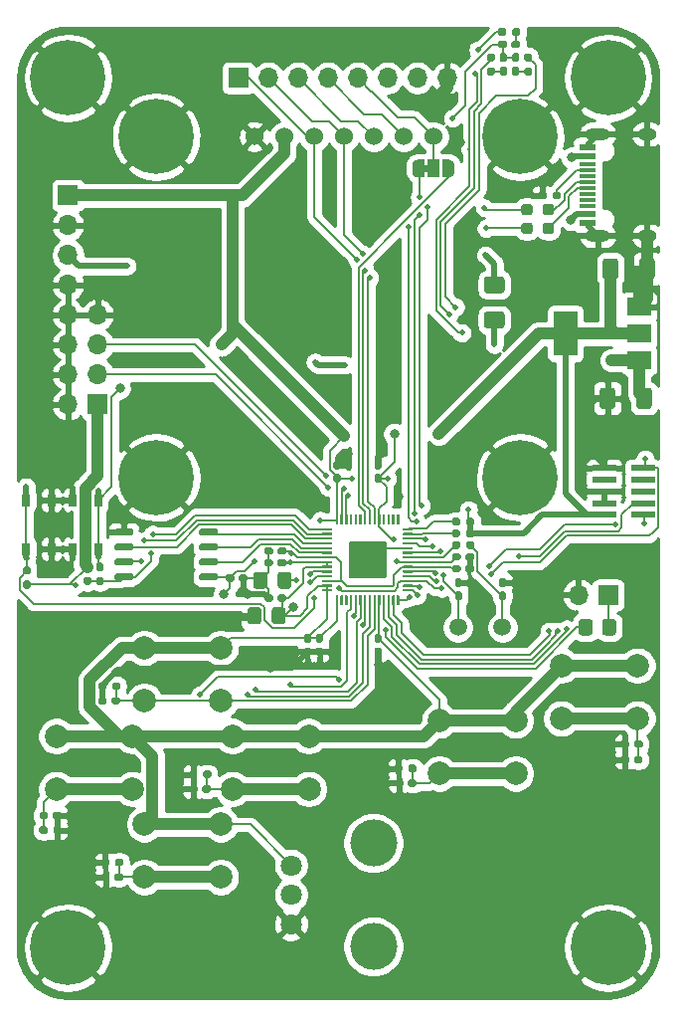
<source format=gbl>
G04 #@! TF.GenerationSoftware,KiCad,Pcbnew,5.1.9+dfsg1-1*
G04 #@! TF.CreationDate,2022-06-11T21:35:15-07:00*
G04 #@! TF.ProjectId,keygame,6b657967-616d-4652-9e6b-696361645f70,rev?*
G04 #@! TF.SameCoordinates,Original*
G04 #@! TF.FileFunction,Copper,L2,Bot*
G04 #@! TF.FilePolarity,Positive*
%FSLAX46Y46*%
G04 Gerber Fmt 4.6, Leading zero omitted, Abs format (unit mm)*
G04 Created by KiCad (PCBNEW 5.1.9+dfsg1-1) date 2022-06-11 21:35:15*
%MOMM*%
%LPD*%
G01*
G04 APERTURE LIST*
G04 #@! TA.AperFunction,EtchedComponent*
%ADD10C,0.100000*%
G04 #@! TD*
G04 #@! TA.AperFunction,SMDPad,CuDef*
%ADD11R,0.650000X1.050000*%
G04 #@! TD*
G04 #@! TA.AperFunction,ComponentPad*
%ADD12C,0.800000*%
G04 #@! TD*
G04 #@! TA.AperFunction,ComponentPad*
%ADD13C,6.400000*%
G04 #@! TD*
G04 #@! TA.AperFunction,ComponentPad*
%ADD14R,1.700000X1.700000*%
G04 #@! TD*
G04 #@! TA.AperFunction,ComponentPad*
%ADD15O,1.700000X1.700000*%
G04 #@! TD*
G04 #@! TA.AperFunction,ComponentPad*
%ADD16C,2.000000*%
G04 #@! TD*
G04 #@! TA.AperFunction,ComponentPad*
%ADD17C,1.524000*%
G04 #@! TD*
G04 #@! TA.AperFunction,ComponentPad*
%ADD18C,1.800000*%
G04 #@! TD*
G04 #@! TA.AperFunction,WasherPad*
%ADD19C,4.000000*%
G04 #@! TD*
G04 #@! TA.AperFunction,SMDPad,CuDef*
%ADD20R,2.000000X0.500000*%
G04 #@! TD*
G04 #@! TA.AperFunction,SMDPad,CuDef*
%ADD21C,0.100000*%
G04 #@! TD*
G04 #@! TA.AperFunction,SMDPad,CuDef*
%ADD22R,1.000000X1.500000*%
G04 #@! TD*
G04 #@! TA.AperFunction,ComponentPad*
%ADD23C,0.600000*%
G04 #@! TD*
G04 #@! TA.AperFunction,SMDPad,CuDef*
%ADD24R,2.000000X3.800000*%
G04 #@! TD*
G04 #@! TA.AperFunction,SMDPad,CuDef*
%ADD25R,2.000000X1.500000*%
G04 #@! TD*
G04 #@! TA.AperFunction,ComponentPad*
%ADD26C,1.500000*%
G04 #@! TD*
G04 #@! TA.AperFunction,ComponentPad*
%ADD27O,1.600000X1.000000*%
G04 #@! TD*
G04 #@! TA.AperFunction,ComponentPad*
%ADD28O,2.100000X1.000000*%
G04 #@! TD*
G04 #@! TA.AperFunction,SMDPad,CuDef*
%ADD29R,1.450000X0.300000*%
G04 #@! TD*
G04 #@! TA.AperFunction,SMDPad,CuDef*
%ADD30R,1.450000X0.600000*%
G04 #@! TD*
G04 #@! TA.AperFunction,ViaPad*
%ADD31C,0.800000*%
G04 #@! TD*
G04 #@! TA.AperFunction,ViaPad*
%ADD32C,0.500000*%
G04 #@! TD*
G04 #@! TA.AperFunction,Conductor*
%ADD33C,0.200000*%
G04 #@! TD*
G04 #@! TA.AperFunction,Conductor*
%ADD34C,0.500000*%
G04 #@! TD*
G04 #@! TA.AperFunction,Conductor*
%ADD35C,1.000000*%
G04 #@! TD*
G04 #@! TA.AperFunction,Conductor*
%ADD36C,0.254000*%
G04 #@! TD*
G04 #@! TA.AperFunction,Conductor*
%ADD37C,0.100000*%
G04 #@! TD*
G04 APERTURE END LIST*
D10*
G36*
X168200000Y-29000000D02*
G01*
X168700000Y-29000000D01*
X168700000Y-28400000D01*
X168200000Y-28400000D01*
X168200000Y-29000000D01*
G37*
D11*
X138425000Y-56925000D03*
X138425000Y-61075000D03*
X140575000Y-56925000D03*
X140575000Y-61075000D03*
X134425000Y-56925000D03*
X134425000Y-61075000D03*
X136575000Y-56925000D03*
X136575000Y-61075000D03*
D12*
X139697056Y-19302944D03*
X138000000Y-18600000D03*
X136302944Y-19302944D03*
X135600000Y-21000000D03*
X136302944Y-22697056D03*
X138000000Y-23400000D03*
X139697056Y-22697056D03*
X140400000Y-21000000D03*
D13*
X138000000Y-21000000D03*
X184000000Y-21000000D03*
D12*
X186400000Y-21000000D03*
X185697056Y-22697056D03*
X184000000Y-23400000D03*
X182302944Y-22697056D03*
X181600000Y-21000000D03*
X182302944Y-19302944D03*
X184000000Y-18600000D03*
X185697056Y-19302944D03*
X139697056Y-93302944D03*
X138000000Y-92600000D03*
X136302944Y-93302944D03*
X135600000Y-95000000D03*
X136302944Y-96697056D03*
X138000000Y-97400000D03*
X139697056Y-96697056D03*
X140400000Y-95000000D03*
D13*
X138000000Y-95000000D03*
X184000000Y-95000000D03*
D12*
X186400000Y-95000000D03*
X185697056Y-96697056D03*
X184000000Y-97400000D03*
X182302944Y-96697056D03*
X181600000Y-95000000D03*
X182302944Y-93302944D03*
X184000000Y-92600000D03*
X185697056Y-93302944D03*
D13*
X176500000Y-26000000D03*
D12*
X178900000Y-26000000D03*
X178197056Y-27697056D03*
X176500000Y-28400000D03*
X174802944Y-27697056D03*
X174100000Y-26000000D03*
X174802944Y-24302944D03*
X176500000Y-23600000D03*
X178197056Y-24302944D03*
X147197056Y-53302944D03*
X145500000Y-52600000D03*
X143802944Y-53302944D03*
X143100000Y-55000000D03*
X143802944Y-56697056D03*
X145500000Y-57400000D03*
X147197056Y-56697056D03*
X147900000Y-55000000D03*
D13*
X145500000Y-55000000D03*
X176500000Y-55000000D03*
D12*
X178900000Y-55000000D03*
X178197056Y-56697056D03*
X176500000Y-57400000D03*
X174802944Y-56697056D03*
X174100000Y-55000000D03*
X174802944Y-53302944D03*
X176500000Y-52600000D03*
X178197056Y-53302944D03*
D14*
X184000000Y-65000000D03*
D15*
X181460000Y-65000000D03*
D16*
X152000000Y-81500000D03*
X152000000Y-77000000D03*
X158500000Y-81500000D03*
X158500000Y-77000000D03*
X143500000Y-77000000D03*
X143500000Y-81500000D03*
X137000000Y-77000000D03*
X137000000Y-81500000D03*
X169625001Y-80175001D03*
X169625001Y-75675001D03*
X176125001Y-80175001D03*
X176125001Y-75675001D03*
X186500000Y-71000000D03*
X186500000Y-75500000D03*
X180000000Y-71000000D03*
X180000000Y-75500000D03*
X151000000Y-84500000D03*
X151000000Y-89000000D03*
X144500000Y-84500000D03*
X144500000Y-89000000D03*
X144500000Y-74000000D03*
X144500000Y-69500000D03*
X151000000Y-74000000D03*
X151000000Y-69500000D03*
D17*
X161500000Y-26000000D03*
X158960000Y-26000000D03*
X164040000Y-26000000D03*
X156420000Y-26000000D03*
X166580000Y-26000000D03*
X153880000Y-26000000D03*
X169120000Y-26000000D03*
D14*
X152500000Y-21000000D03*
D15*
X155040000Y-21000000D03*
X157580000Y-21000000D03*
X160120000Y-21000000D03*
X162660000Y-21000000D03*
X165200000Y-21000000D03*
X167740000Y-21000000D03*
X170280000Y-21000000D03*
D18*
X157000000Y-88000000D03*
X157000000Y-90500000D03*
X157000000Y-93000000D03*
D19*
X164000000Y-86100000D03*
X164000000Y-94900000D03*
D13*
X145500000Y-26000000D03*
D12*
X147900000Y-26000000D03*
X147197056Y-27697056D03*
X145500000Y-28400000D03*
X143802944Y-27697056D03*
X143100000Y-26000000D03*
X143802944Y-24302944D03*
X145500000Y-23600000D03*
X147197056Y-24302944D03*
D14*
X138000000Y-31000000D03*
D15*
X138000000Y-33540000D03*
X138000000Y-36080000D03*
X138000000Y-38620000D03*
X138000000Y-41160000D03*
X138000000Y-43700000D03*
X138000000Y-46240000D03*
X138000000Y-48780000D03*
G04 #@! TA.AperFunction,SMDPad,CuDef*
G36*
G01*
X142685000Y-88845000D02*
X142685000Y-89155000D01*
G75*
G02*
X142530000Y-89310000I-155000J0D01*
G01*
X142105000Y-89310000D01*
G75*
G02*
X141950000Y-89155000I0J155000D01*
G01*
X141950000Y-88845000D01*
G75*
G02*
X142105000Y-88690000I155000J0D01*
G01*
X142530000Y-88690000D01*
G75*
G02*
X142685000Y-88845000I0J-155000D01*
G01*
G37*
G04 #@! TD.AperFunction*
G04 #@! TA.AperFunction,SMDPad,CuDef*
G36*
G01*
X141550000Y-88845000D02*
X141550000Y-89155000D01*
G75*
G02*
X141395000Y-89310000I-155000J0D01*
G01*
X140970000Y-89310000D01*
G75*
G02*
X140815000Y-89155000I0J155000D01*
G01*
X140815000Y-88845000D01*
G75*
G02*
X140970000Y-88690000I155000J0D01*
G01*
X141395000Y-88690000D01*
G75*
G02*
X141550000Y-88845000I0J-155000D01*
G01*
G37*
G04 #@! TD.AperFunction*
G04 #@! TA.AperFunction,SMDPad,CuDef*
G36*
G01*
X136700000Y-83905000D02*
X136700000Y-83595000D01*
G75*
G02*
X136855000Y-83440000I155000J0D01*
G01*
X137280000Y-83440000D01*
G75*
G02*
X137435000Y-83595000I0J-155000D01*
G01*
X137435000Y-83905000D01*
G75*
G02*
X137280000Y-84060000I-155000J0D01*
G01*
X136855000Y-84060000D01*
G75*
G02*
X136700000Y-83905000I0J155000D01*
G01*
G37*
G04 #@! TD.AperFunction*
G04 #@! TA.AperFunction,SMDPad,CuDef*
G36*
G01*
X135565000Y-83905000D02*
X135565000Y-83595000D01*
G75*
G02*
X135720000Y-83440000I155000J0D01*
G01*
X136145000Y-83440000D01*
G75*
G02*
X136300000Y-83595000I0J-155000D01*
G01*
X136300000Y-83905000D01*
G75*
G02*
X136145000Y-84060000I-155000J0D01*
G01*
X135720000Y-84060000D01*
G75*
G02*
X135565000Y-83905000I0J155000D01*
G01*
G37*
G04 #@! TD.AperFunction*
G04 #@! TA.AperFunction,SMDPad,CuDef*
G36*
G01*
X150160000Y-81345000D02*
X150160000Y-81655000D01*
G75*
G02*
X150005000Y-81810000I-155000J0D01*
G01*
X149580000Y-81810000D01*
G75*
G02*
X149425000Y-81655000I0J155000D01*
G01*
X149425000Y-81345000D01*
G75*
G02*
X149580000Y-81190000I155000J0D01*
G01*
X150005000Y-81190000D01*
G75*
G02*
X150160000Y-81345000I0J-155000D01*
G01*
G37*
G04 #@! TD.AperFunction*
G04 #@! TA.AperFunction,SMDPad,CuDef*
G36*
G01*
X149025000Y-81345000D02*
X149025000Y-81655000D01*
G75*
G02*
X148870000Y-81810000I-155000J0D01*
G01*
X148445000Y-81810000D01*
G75*
G02*
X148290000Y-81655000I0J155000D01*
G01*
X148290000Y-81345000D01*
G75*
G02*
X148445000Y-81190000I155000J0D01*
G01*
X148870000Y-81190000D01*
G75*
G02*
X149025000Y-81345000I0J-155000D01*
G01*
G37*
G04 #@! TD.AperFunction*
G04 #@! TA.AperFunction,SMDPad,CuDef*
G36*
G01*
X142435000Y-73845000D02*
X142435000Y-74155000D01*
G75*
G02*
X142280000Y-74310000I-155000J0D01*
G01*
X141855000Y-74310000D01*
G75*
G02*
X141700000Y-74155000I0J155000D01*
G01*
X141700000Y-73845000D01*
G75*
G02*
X141855000Y-73690000I155000J0D01*
G01*
X142280000Y-73690000D01*
G75*
G02*
X142435000Y-73845000I0J-155000D01*
G01*
G37*
G04 #@! TD.AperFunction*
G04 #@! TA.AperFunction,SMDPad,CuDef*
G36*
G01*
X141300000Y-73845000D02*
X141300000Y-74155000D01*
G75*
G02*
X141145000Y-74310000I-155000J0D01*
G01*
X140720000Y-74310000D01*
G75*
G02*
X140565000Y-74155000I0J155000D01*
G01*
X140565000Y-73845000D01*
G75*
G02*
X140720000Y-73690000I155000J0D01*
G01*
X141145000Y-73690000D01*
G75*
G02*
X141300000Y-73845000I0J-155000D01*
G01*
G37*
G04 #@! TD.AperFunction*
G04 #@! TA.AperFunction,SMDPad,CuDef*
G36*
G01*
X185800000Y-78845000D02*
X185800000Y-79155000D01*
G75*
G02*
X185645000Y-79310000I-155000J0D01*
G01*
X185220000Y-79310000D01*
G75*
G02*
X185065000Y-79155000I0J155000D01*
G01*
X185065000Y-78845000D01*
G75*
G02*
X185220000Y-78690000I155000J0D01*
G01*
X185645000Y-78690000D01*
G75*
G02*
X185800000Y-78845000I0J-155000D01*
G01*
G37*
G04 #@! TD.AperFunction*
G04 #@! TA.AperFunction,SMDPad,CuDef*
G36*
G01*
X186935000Y-78845000D02*
X186935000Y-79155000D01*
G75*
G02*
X186780000Y-79310000I-155000J0D01*
G01*
X186355000Y-79310000D01*
G75*
G02*
X186200000Y-79155000I0J155000D01*
G01*
X186200000Y-78845000D01*
G75*
G02*
X186355000Y-78690000I155000J0D01*
G01*
X186780000Y-78690000D01*
G75*
G02*
X186935000Y-78845000I0J-155000D01*
G01*
G37*
G04 #@! TD.AperFunction*
G04 #@! TA.AperFunction,SMDPad,CuDef*
G36*
G01*
X167685000Y-80845000D02*
X167685000Y-81155000D01*
G75*
G02*
X167530000Y-81310000I-155000J0D01*
G01*
X167105000Y-81310000D01*
G75*
G02*
X166950000Y-81155000I0J155000D01*
G01*
X166950000Y-80845000D01*
G75*
G02*
X167105000Y-80690000I155000J0D01*
G01*
X167530000Y-80690000D01*
G75*
G02*
X167685000Y-80845000I0J-155000D01*
G01*
G37*
G04 #@! TD.AperFunction*
G04 #@! TA.AperFunction,SMDPad,CuDef*
G36*
G01*
X166550000Y-80845000D02*
X166550000Y-81155000D01*
G75*
G02*
X166395000Y-81310000I-155000J0D01*
G01*
X165970000Y-81310000D01*
G75*
G02*
X165815000Y-81155000I0J155000D01*
G01*
X165815000Y-80845000D01*
G75*
G02*
X165970000Y-80690000I155000J0D01*
G01*
X166395000Y-80690000D01*
G75*
G02*
X166550000Y-80845000I0J-155000D01*
G01*
G37*
G04 #@! TD.AperFunction*
G04 #@! TA.AperFunction,SMDPad,CuDef*
G36*
G01*
X155450000Y-61095000D02*
X155450000Y-61405000D01*
G75*
G02*
X155295000Y-61560000I-155000J0D01*
G01*
X154870000Y-61560000D01*
G75*
G02*
X154715000Y-61405000I0J155000D01*
G01*
X154715000Y-61095000D01*
G75*
G02*
X154870000Y-60940000I155000J0D01*
G01*
X155295000Y-60940000D01*
G75*
G02*
X155450000Y-61095000I0J-155000D01*
G01*
G37*
G04 #@! TD.AperFunction*
G04 #@! TA.AperFunction,SMDPad,CuDef*
G36*
G01*
X156585000Y-61095000D02*
X156585000Y-61405000D01*
G75*
G02*
X156430000Y-61560000I-155000J0D01*
G01*
X156005000Y-61560000D01*
G75*
G02*
X155850000Y-61405000I0J155000D01*
G01*
X155850000Y-61095000D01*
G75*
G02*
X156005000Y-60940000I155000J0D01*
G01*
X156430000Y-60940000D01*
G75*
G02*
X156585000Y-61095000I0J-155000D01*
G01*
G37*
G04 #@! TD.AperFunction*
G04 #@! TA.AperFunction,SMDPad,CuDef*
G36*
G01*
X170715000Y-62905000D02*
X170715000Y-62595000D01*
G75*
G02*
X170870000Y-62440000I155000J0D01*
G01*
X171295000Y-62440000D01*
G75*
G02*
X171450000Y-62595000I0J-155000D01*
G01*
X171450000Y-62905000D01*
G75*
G02*
X171295000Y-63060000I-155000J0D01*
G01*
X170870000Y-63060000D01*
G75*
G02*
X170715000Y-62905000I0J155000D01*
G01*
G37*
G04 #@! TD.AperFunction*
G04 #@! TA.AperFunction,SMDPad,CuDef*
G36*
G01*
X171850000Y-62905000D02*
X171850000Y-62595000D01*
G75*
G02*
X172005000Y-62440000I155000J0D01*
G01*
X172430000Y-62440000D01*
G75*
G02*
X172585000Y-62595000I0J-155000D01*
G01*
X172585000Y-62905000D01*
G75*
G02*
X172430000Y-63060000I-155000J0D01*
G01*
X172005000Y-63060000D01*
G75*
G02*
X171850000Y-62905000I0J155000D01*
G01*
G37*
G04 #@! TD.AperFunction*
G04 #@! TA.AperFunction,SMDPad,CuDef*
G36*
G01*
X157025000Y-63275000D02*
X157025000Y-64225000D01*
G75*
G02*
X156775000Y-64475000I-250000J0D01*
G01*
X156100000Y-64475000D01*
G75*
G02*
X155850000Y-64225000I0J250000D01*
G01*
X155850000Y-63275000D01*
G75*
G02*
X156100000Y-63025000I250000J0D01*
G01*
X156775000Y-63025000D01*
G75*
G02*
X157025000Y-63275000I0J-250000D01*
G01*
G37*
G04 #@! TD.AperFunction*
G04 #@! TA.AperFunction,SMDPad,CuDef*
G36*
G01*
X154950000Y-63275000D02*
X154950000Y-64225000D01*
G75*
G02*
X154700000Y-64475000I-250000J0D01*
G01*
X154025000Y-64475000D01*
G75*
G02*
X153775000Y-64225000I0J250000D01*
G01*
X153775000Y-63275000D01*
G75*
G02*
X154025000Y-63025000I250000J0D01*
G01*
X154700000Y-63025000D01*
G75*
G02*
X154950000Y-63275000I0J-250000D01*
G01*
G37*
G04 #@! TD.AperFunction*
G04 #@! TA.AperFunction,SMDPad,CuDef*
G36*
G01*
X154450000Y-66275000D02*
X154450000Y-67225000D01*
G75*
G02*
X154200000Y-67475000I-250000J0D01*
G01*
X153525000Y-67475000D01*
G75*
G02*
X153275000Y-67225000I0J250000D01*
G01*
X153275000Y-66275000D01*
G75*
G02*
X153525000Y-66025000I250000J0D01*
G01*
X154200000Y-66025000D01*
G75*
G02*
X154450000Y-66275000I0J-250000D01*
G01*
G37*
G04 #@! TD.AperFunction*
G04 #@! TA.AperFunction,SMDPad,CuDef*
G36*
G01*
X156525000Y-66275000D02*
X156525000Y-67225000D01*
G75*
G02*
X156275000Y-67475000I-250000J0D01*
G01*
X155600000Y-67475000D01*
G75*
G02*
X155350000Y-67225000I0J250000D01*
G01*
X155350000Y-66275000D01*
G75*
G02*
X155600000Y-66025000I250000J0D01*
G01*
X156275000Y-66025000D01*
G75*
G02*
X156525000Y-66275000I0J-250000D01*
G01*
G37*
G04 #@! TD.AperFunction*
G04 #@! TA.AperFunction,SMDPad,CuDef*
G36*
G01*
X156585000Y-62095000D02*
X156585000Y-62405000D01*
G75*
G02*
X156430000Y-62560000I-155000J0D01*
G01*
X156005000Y-62560000D01*
G75*
G02*
X155850000Y-62405000I0J155000D01*
G01*
X155850000Y-62095000D01*
G75*
G02*
X156005000Y-61940000I155000J0D01*
G01*
X156430000Y-61940000D01*
G75*
G02*
X156585000Y-62095000I0J-155000D01*
G01*
G37*
G04 #@! TD.AperFunction*
G04 #@! TA.AperFunction,SMDPad,CuDef*
G36*
G01*
X155450000Y-62095000D02*
X155450000Y-62405000D01*
G75*
G02*
X155295000Y-62560000I-155000J0D01*
G01*
X154870000Y-62560000D01*
G75*
G02*
X154715000Y-62405000I0J155000D01*
G01*
X154715000Y-62095000D01*
G75*
G02*
X154870000Y-61940000I155000J0D01*
G01*
X155295000Y-61940000D01*
G75*
G02*
X155450000Y-62095000I0J-155000D01*
G01*
G37*
G04 #@! TD.AperFunction*
G04 #@! TA.AperFunction,SMDPad,CuDef*
G36*
G01*
X171850000Y-61905000D02*
X171850000Y-61595000D01*
G75*
G02*
X172005000Y-61440000I155000J0D01*
G01*
X172430000Y-61440000D01*
G75*
G02*
X172585000Y-61595000I0J-155000D01*
G01*
X172585000Y-61905000D01*
G75*
G02*
X172430000Y-62060000I-155000J0D01*
G01*
X172005000Y-62060000D01*
G75*
G02*
X171850000Y-61905000I0J155000D01*
G01*
G37*
G04 #@! TD.AperFunction*
G04 #@! TA.AperFunction,SMDPad,CuDef*
G36*
G01*
X170715000Y-61905000D02*
X170715000Y-61595000D01*
G75*
G02*
X170870000Y-61440000I155000J0D01*
G01*
X171295000Y-61440000D01*
G75*
G02*
X171450000Y-61595000I0J-155000D01*
G01*
X171450000Y-61905000D01*
G75*
G02*
X171295000Y-62060000I-155000J0D01*
G01*
X170870000Y-62060000D01*
G75*
G02*
X170715000Y-61905000I0J155000D01*
G01*
G37*
G04 #@! TD.AperFunction*
G04 #@! TA.AperFunction,SMDPad,CuDef*
G36*
G01*
X164555000Y-55435000D02*
X164245000Y-55435000D01*
G75*
G02*
X164090000Y-55280000I0J155000D01*
G01*
X164090000Y-54855000D01*
G75*
G02*
X164245000Y-54700000I155000J0D01*
G01*
X164555000Y-54700000D01*
G75*
G02*
X164710000Y-54855000I0J-155000D01*
G01*
X164710000Y-55280000D01*
G75*
G02*
X164555000Y-55435000I-155000J0D01*
G01*
G37*
G04 #@! TD.AperFunction*
G04 #@! TA.AperFunction,SMDPad,CuDef*
G36*
G01*
X164555000Y-54300000D02*
X164245000Y-54300000D01*
G75*
G02*
X164090000Y-54145000I0J155000D01*
G01*
X164090000Y-53720000D01*
G75*
G02*
X164245000Y-53565000I155000J0D01*
G01*
X164555000Y-53565000D01*
G75*
G02*
X164710000Y-53720000I0J-155000D01*
G01*
X164710000Y-54145000D01*
G75*
G02*
X164555000Y-54300000I-155000J0D01*
G01*
G37*
G04 #@! TD.AperFunction*
G04 #@! TA.AperFunction,SMDPad,CuDef*
G36*
G01*
X161055000Y-54300000D02*
X160745000Y-54300000D01*
G75*
G02*
X160590000Y-54145000I0J155000D01*
G01*
X160590000Y-53720000D01*
G75*
G02*
X160745000Y-53565000I155000J0D01*
G01*
X161055000Y-53565000D01*
G75*
G02*
X161210000Y-53720000I0J-155000D01*
G01*
X161210000Y-54145000D01*
G75*
G02*
X161055000Y-54300000I-155000J0D01*
G01*
G37*
G04 #@! TD.AperFunction*
G04 #@! TA.AperFunction,SMDPad,CuDef*
G36*
G01*
X161055000Y-55435000D02*
X160745000Y-55435000D01*
G75*
G02*
X160590000Y-55280000I0J155000D01*
G01*
X160590000Y-54855000D01*
G75*
G02*
X160745000Y-54700000I155000J0D01*
G01*
X161055000Y-54700000D01*
G75*
G02*
X161210000Y-54855000I0J-155000D01*
G01*
X161210000Y-55280000D01*
G75*
G02*
X161055000Y-55435000I-155000J0D01*
G01*
G37*
G04 #@! TD.AperFunction*
G04 #@! TA.AperFunction,SMDPad,CuDef*
G36*
G01*
X159245000Y-69450000D02*
X159555000Y-69450000D01*
G75*
G02*
X159710000Y-69605000I0J-155000D01*
G01*
X159710000Y-70030000D01*
G75*
G02*
X159555000Y-70185000I-155000J0D01*
G01*
X159245000Y-70185000D01*
G75*
G02*
X159090000Y-70030000I0J155000D01*
G01*
X159090000Y-69605000D01*
G75*
G02*
X159245000Y-69450000I155000J0D01*
G01*
G37*
G04 #@! TD.AperFunction*
G04 #@! TA.AperFunction,SMDPad,CuDef*
G36*
G01*
X159245000Y-68315000D02*
X159555000Y-68315000D01*
G75*
G02*
X159710000Y-68470000I0J-155000D01*
G01*
X159710000Y-68895000D01*
G75*
G02*
X159555000Y-69050000I-155000J0D01*
G01*
X159245000Y-69050000D01*
G75*
G02*
X159090000Y-68895000I0J155000D01*
G01*
X159090000Y-68470000D01*
G75*
G02*
X159245000Y-68315000I155000J0D01*
G01*
G37*
G04 #@! TD.AperFunction*
G04 #@! TA.AperFunction,SMDPad,CuDef*
G36*
G01*
X158245000Y-68315000D02*
X158555000Y-68315000D01*
G75*
G02*
X158710000Y-68470000I0J-155000D01*
G01*
X158710000Y-68895000D01*
G75*
G02*
X158555000Y-69050000I-155000J0D01*
G01*
X158245000Y-69050000D01*
G75*
G02*
X158090000Y-68895000I0J155000D01*
G01*
X158090000Y-68470000D01*
G75*
G02*
X158245000Y-68315000I155000J0D01*
G01*
G37*
G04 #@! TD.AperFunction*
G04 #@! TA.AperFunction,SMDPad,CuDef*
G36*
G01*
X158245000Y-69450000D02*
X158555000Y-69450000D01*
G75*
G02*
X158710000Y-69605000I0J-155000D01*
G01*
X158710000Y-70030000D01*
G75*
G02*
X158555000Y-70185000I-155000J0D01*
G01*
X158245000Y-70185000D01*
G75*
G02*
X158090000Y-70030000I0J155000D01*
G01*
X158090000Y-69605000D01*
G75*
G02*
X158245000Y-69450000I155000J0D01*
G01*
G37*
G04 #@! TD.AperFunction*
G04 #@! TA.AperFunction,SMDPad,CuDef*
G36*
G01*
X155450000Y-65095000D02*
X155450000Y-65405000D01*
G75*
G02*
X155295000Y-65560000I-155000J0D01*
G01*
X154870000Y-65560000D01*
G75*
G02*
X154715000Y-65405000I0J155000D01*
G01*
X154715000Y-65095000D01*
G75*
G02*
X154870000Y-64940000I155000J0D01*
G01*
X155295000Y-64940000D01*
G75*
G02*
X155450000Y-65095000I0J-155000D01*
G01*
G37*
G04 #@! TD.AperFunction*
G04 #@! TA.AperFunction,SMDPad,CuDef*
G36*
G01*
X156585000Y-65095000D02*
X156585000Y-65405000D01*
G75*
G02*
X156430000Y-65560000I-155000J0D01*
G01*
X156005000Y-65560000D01*
G75*
G02*
X155850000Y-65405000I0J155000D01*
G01*
X155850000Y-65095000D01*
G75*
G02*
X156005000Y-64940000I155000J0D01*
G01*
X156430000Y-64940000D01*
G75*
G02*
X156585000Y-65095000I0J-155000D01*
G01*
G37*
G04 #@! TD.AperFunction*
G04 #@! TA.AperFunction,SMDPad,CuDef*
G36*
G01*
X164245000Y-68315000D02*
X164555000Y-68315000D01*
G75*
G02*
X164710000Y-68470000I0J-155000D01*
G01*
X164710000Y-68895000D01*
G75*
G02*
X164555000Y-69050000I-155000J0D01*
G01*
X164245000Y-69050000D01*
G75*
G02*
X164090000Y-68895000I0J155000D01*
G01*
X164090000Y-68470000D01*
G75*
G02*
X164245000Y-68315000I155000J0D01*
G01*
G37*
G04 #@! TD.AperFunction*
G04 #@! TA.AperFunction,SMDPad,CuDef*
G36*
G01*
X164245000Y-69450000D02*
X164555000Y-69450000D01*
G75*
G02*
X164710000Y-69605000I0J-155000D01*
G01*
X164710000Y-70030000D01*
G75*
G02*
X164555000Y-70185000I-155000J0D01*
G01*
X164245000Y-70185000D01*
G75*
G02*
X164090000Y-70030000I0J155000D01*
G01*
X164090000Y-69605000D01*
G75*
G02*
X164245000Y-69450000I155000J0D01*
G01*
G37*
G04 #@! TD.AperFunction*
G04 #@! TA.AperFunction,SMDPad,CuDef*
G36*
G01*
X152550000Y-63705000D02*
X152550000Y-63395000D01*
G75*
G02*
X152705000Y-63240000I155000J0D01*
G01*
X153130000Y-63240000D01*
G75*
G02*
X153285000Y-63395000I0J-155000D01*
G01*
X153285000Y-63705000D01*
G75*
G02*
X153130000Y-63860000I-155000J0D01*
G01*
X152705000Y-63860000D01*
G75*
G02*
X152550000Y-63705000I0J155000D01*
G01*
G37*
G04 #@! TD.AperFunction*
G04 #@! TA.AperFunction,SMDPad,CuDef*
G36*
G01*
X151415000Y-63705000D02*
X151415000Y-63395000D01*
G75*
G02*
X151570000Y-63240000I155000J0D01*
G01*
X151995000Y-63240000D01*
G75*
G02*
X152150000Y-63395000I0J-155000D01*
G01*
X152150000Y-63705000D01*
G75*
G02*
X151995000Y-63860000I-155000J0D01*
G01*
X151570000Y-63860000D01*
G75*
G02*
X151415000Y-63705000I0J155000D01*
G01*
G37*
G04 #@! TD.AperFunction*
D14*
X140540000Y-48780000D03*
D15*
X140540000Y-46240000D03*
X140540000Y-43700000D03*
X140540000Y-41160000D03*
D20*
X183650000Y-58170000D03*
X186950000Y-58170000D03*
X183650000Y-57170000D03*
X186950000Y-57170000D03*
X183650000Y-56170000D03*
X186950000Y-56170000D03*
X183650000Y-55170000D03*
X186950000Y-55170000D03*
X183650000Y-54170000D03*
X186950000Y-54170000D03*
G04 #@! TA.AperFunction,SMDPad,CuDef*
D21*
G36*
X170400000Y-27950602D02*
G01*
X170424534Y-27950602D01*
X170473365Y-27955412D01*
X170521490Y-27964984D01*
X170568445Y-27979228D01*
X170613778Y-27998005D01*
X170657051Y-28021136D01*
X170697850Y-28048396D01*
X170735779Y-28079524D01*
X170770476Y-28114221D01*
X170801604Y-28152150D01*
X170828864Y-28192949D01*
X170851995Y-28236222D01*
X170870772Y-28281555D01*
X170885016Y-28328510D01*
X170894588Y-28376635D01*
X170899398Y-28425466D01*
X170899398Y-28450000D01*
X170900000Y-28450000D01*
X170900000Y-28950000D01*
X170899398Y-28950000D01*
X170899398Y-28974534D01*
X170894588Y-29023365D01*
X170885016Y-29071490D01*
X170870772Y-29118445D01*
X170851995Y-29163778D01*
X170828864Y-29207051D01*
X170801604Y-29247850D01*
X170770476Y-29285779D01*
X170735779Y-29320476D01*
X170697850Y-29351604D01*
X170657051Y-29378864D01*
X170613778Y-29401995D01*
X170568445Y-29420772D01*
X170521490Y-29435016D01*
X170473365Y-29444588D01*
X170424534Y-29449398D01*
X170400000Y-29449398D01*
X170400000Y-29450000D01*
X169850000Y-29450000D01*
X169850000Y-27950000D01*
X170400000Y-27950000D01*
X170400000Y-27950602D01*
G37*
G04 #@! TD.AperFunction*
D22*
X169100000Y-28700000D03*
G04 #@! TA.AperFunction,SMDPad,CuDef*
D21*
G36*
X168350000Y-29450000D02*
G01*
X167800000Y-29450000D01*
X167800000Y-29449398D01*
X167775466Y-29449398D01*
X167726635Y-29444588D01*
X167678510Y-29435016D01*
X167631555Y-29420772D01*
X167586222Y-29401995D01*
X167542949Y-29378864D01*
X167502150Y-29351604D01*
X167464221Y-29320476D01*
X167429524Y-29285779D01*
X167398396Y-29247850D01*
X167371136Y-29207051D01*
X167348005Y-29163778D01*
X167329228Y-29118445D01*
X167314984Y-29071490D01*
X167305412Y-29023365D01*
X167300602Y-28974534D01*
X167300602Y-28950000D01*
X167300000Y-28950000D01*
X167300000Y-28450000D01*
X167300602Y-28450000D01*
X167300602Y-28425466D01*
X167305412Y-28376635D01*
X167314984Y-28328510D01*
X167329228Y-28281555D01*
X167348005Y-28236222D01*
X167371136Y-28192949D01*
X167398396Y-28152150D01*
X167429524Y-28114221D01*
X167464221Y-28079524D01*
X167502150Y-28048396D01*
X167542949Y-28021136D01*
X167586222Y-27998005D01*
X167631555Y-27979228D01*
X167678510Y-27964984D01*
X167726635Y-27955412D01*
X167775466Y-27950602D01*
X167800000Y-27950602D01*
X167800000Y-27950000D01*
X168350000Y-27950000D01*
X168350000Y-29450000D01*
G37*
G04 #@! TD.AperFunction*
G04 #@! TA.AperFunction,SMDPad,CuDef*
G36*
G01*
X181480000Y-68180001D02*
X181480000Y-67279999D01*
G75*
G02*
X181729999Y-67030000I249999J0D01*
G01*
X182430001Y-67030000D01*
G75*
G02*
X182680000Y-67279999I0J-249999D01*
G01*
X182680000Y-68180001D01*
G75*
G02*
X182430001Y-68430000I-249999J0D01*
G01*
X181729999Y-68430000D01*
G75*
G02*
X181480000Y-68180001I0J249999D01*
G01*
G37*
G04 #@! TD.AperFunction*
G04 #@! TA.AperFunction,SMDPad,CuDef*
G36*
G01*
X183480000Y-68180001D02*
X183480000Y-67279999D01*
G75*
G02*
X183729999Y-67030000I249999J0D01*
G01*
X184430001Y-67030000D01*
G75*
G02*
X184680000Y-67279999I0J-249999D01*
G01*
X184680000Y-68180001D01*
G75*
G02*
X184430001Y-68430000I-249999J0D01*
G01*
X183729999Y-68430000D01*
G75*
G02*
X183480000Y-68180001I0J249999D01*
G01*
G37*
G04 #@! TD.AperFunction*
G04 #@! TA.AperFunction,SMDPad,CuDef*
G36*
G01*
X142455000Y-72590000D02*
X142455000Y-72910000D01*
G75*
G02*
X142295000Y-73070000I-160000J0D01*
G01*
X141900000Y-73070000D01*
G75*
G02*
X141740000Y-72910000I0J160000D01*
G01*
X141740000Y-72590000D01*
G75*
G02*
X141900000Y-72430000I160000J0D01*
G01*
X142295000Y-72430000D01*
G75*
G02*
X142455000Y-72590000I0J-160000D01*
G01*
G37*
G04 #@! TD.AperFunction*
G04 #@! TA.AperFunction,SMDPad,CuDef*
G36*
G01*
X141260000Y-72590000D02*
X141260000Y-72910000D01*
G75*
G02*
X141100000Y-73070000I-160000J0D01*
G01*
X140705000Y-73070000D01*
G75*
G02*
X140545000Y-72910000I0J160000D01*
G01*
X140545000Y-72590000D01*
G75*
G02*
X140705000Y-72430000I160000J0D01*
G01*
X141100000Y-72430000D01*
G75*
G02*
X141260000Y-72590000I0J-160000D01*
G01*
G37*
G04 #@! TD.AperFunction*
G04 #@! TA.AperFunction,SMDPad,CuDef*
G36*
G01*
X142705000Y-87590000D02*
X142705000Y-87910000D01*
G75*
G02*
X142545000Y-88070000I-160000J0D01*
G01*
X142150000Y-88070000D01*
G75*
G02*
X141990000Y-87910000I0J160000D01*
G01*
X141990000Y-87590000D01*
G75*
G02*
X142150000Y-87430000I160000J0D01*
G01*
X142545000Y-87430000D01*
G75*
G02*
X142705000Y-87590000I0J-160000D01*
G01*
G37*
G04 #@! TD.AperFunction*
G04 #@! TA.AperFunction,SMDPad,CuDef*
G36*
G01*
X141510000Y-87590000D02*
X141510000Y-87910000D01*
G75*
G02*
X141350000Y-88070000I-160000J0D01*
G01*
X140955000Y-88070000D01*
G75*
G02*
X140795000Y-87910000I0J160000D01*
G01*
X140795000Y-87590000D01*
G75*
G02*
X140955000Y-87430000I160000J0D01*
G01*
X141350000Y-87430000D01*
G75*
G02*
X141510000Y-87590000I0J-160000D01*
G01*
G37*
G04 #@! TD.AperFunction*
G04 #@! TA.AperFunction,SMDPad,CuDef*
G36*
G01*
X135545000Y-85160000D02*
X135545000Y-84840000D01*
G75*
G02*
X135705000Y-84680000I160000J0D01*
G01*
X136100000Y-84680000D01*
G75*
G02*
X136260000Y-84840000I0J-160000D01*
G01*
X136260000Y-85160000D01*
G75*
G02*
X136100000Y-85320000I-160000J0D01*
G01*
X135705000Y-85320000D01*
G75*
G02*
X135545000Y-85160000I0J160000D01*
G01*
G37*
G04 #@! TD.AperFunction*
G04 #@! TA.AperFunction,SMDPad,CuDef*
G36*
G01*
X136740000Y-85160000D02*
X136740000Y-84840000D01*
G75*
G02*
X136900000Y-84680000I160000J0D01*
G01*
X137295000Y-84680000D01*
G75*
G02*
X137455000Y-84840000I0J-160000D01*
G01*
X137455000Y-85160000D01*
G75*
G02*
X137295000Y-85320000I-160000J0D01*
G01*
X136900000Y-85320000D01*
G75*
G02*
X136740000Y-85160000I0J160000D01*
G01*
G37*
G04 #@! TD.AperFunction*
G04 #@! TA.AperFunction,SMDPad,CuDef*
G36*
G01*
X150205000Y-80090000D02*
X150205000Y-80410000D01*
G75*
G02*
X150045000Y-80570000I-160000J0D01*
G01*
X149650000Y-80570000D01*
G75*
G02*
X149490000Y-80410000I0J160000D01*
G01*
X149490000Y-80090000D01*
G75*
G02*
X149650000Y-79930000I160000J0D01*
G01*
X150045000Y-79930000D01*
G75*
G02*
X150205000Y-80090000I0J-160000D01*
G01*
G37*
G04 #@! TD.AperFunction*
G04 #@! TA.AperFunction,SMDPad,CuDef*
G36*
G01*
X149010000Y-80090000D02*
X149010000Y-80410000D01*
G75*
G02*
X148850000Y-80570000I-160000J0D01*
G01*
X148455000Y-80570000D01*
G75*
G02*
X148295000Y-80410000I0J160000D01*
G01*
X148295000Y-80090000D01*
G75*
G02*
X148455000Y-79930000I160000J0D01*
G01*
X148850000Y-79930000D01*
G75*
G02*
X149010000Y-80090000I0J-160000D01*
G01*
G37*
G04 #@! TD.AperFunction*
G04 #@! TA.AperFunction,SMDPad,CuDef*
G36*
G01*
X185760000Y-77510000D02*
X185760000Y-77830000D01*
G75*
G02*
X185600000Y-77990000I-160000J0D01*
G01*
X185205000Y-77990000D01*
G75*
G02*
X185045000Y-77830000I0J160000D01*
G01*
X185045000Y-77510000D01*
G75*
G02*
X185205000Y-77350000I160000J0D01*
G01*
X185600000Y-77350000D01*
G75*
G02*
X185760000Y-77510000I0J-160000D01*
G01*
G37*
G04 #@! TD.AperFunction*
G04 #@! TA.AperFunction,SMDPad,CuDef*
G36*
G01*
X186955000Y-77510000D02*
X186955000Y-77830000D01*
G75*
G02*
X186795000Y-77990000I-160000J0D01*
G01*
X186400000Y-77990000D01*
G75*
G02*
X186240000Y-77830000I0J160000D01*
G01*
X186240000Y-77510000D01*
G75*
G02*
X186400000Y-77350000I160000J0D01*
G01*
X186795000Y-77350000D01*
G75*
G02*
X186955000Y-77510000I0J-160000D01*
G01*
G37*
G04 #@! TD.AperFunction*
G04 #@! TA.AperFunction,SMDPad,CuDef*
G36*
G01*
X167680000Y-79590000D02*
X167680000Y-79910000D01*
G75*
G02*
X167520000Y-80070000I-160000J0D01*
G01*
X167125000Y-80070000D01*
G75*
G02*
X166965000Y-79910000I0J160000D01*
G01*
X166965000Y-79590000D01*
G75*
G02*
X167125000Y-79430000I160000J0D01*
G01*
X167520000Y-79430000D01*
G75*
G02*
X167680000Y-79590000I0J-160000D01*
G01*
G37*
G04 #@! TD.AperFunction*
G04 #@! TA.AperFunction,SMDPad,CuDef*
G36*
G01*
X166485000Y-79590000D02*
X166485000Y-79910000D01*
G75*
G02*
X166325000Y-80070000I-160000J0D01*
G01*
X165930000Y-80070000D01*
G75*
G02*
X165770000Y-79910000I0J160000D01*
G01*
X165770000Y-79590000D01*
G75*
G02*
X165930000Y-79430000I160000J0D01*
G01*
X166325000Y-79430000D01*
G75*
G02*
X166485000Y-79590000I0J-160000D01*
G01*
G37*
G04 #@! TD.AperFunction*
G04 #@! TA.AperFunction,SMDPad,CuDef*
G36*
G01*
X134660000Y-64455000D02*
X134340000Y-64455000D01*
G75*
G02*
X134180000Y-64295000I0J160000D01*
G01*
X134180000Y-63900000D01*
G75*
G02*
X134340000Y-63740000I160000J0D01*
G01*
X134660000Y-63740000D01*
G75*
G02*
X134820000Y-63900000I0J-160000D01*
G01*
X134820000Y-64295000D01*
G75*
G02*
X134660000Y-64455000I-160000J0D01*
G01*
G37*
G04 #@! TD.AperFunction*
G04 #@! TA.AperFunction,SMDPad,CuDef*
G36*
G01*
X134660000Y-63260000D02*
X134340000Y-63260000D01*
G75*
G02*
X134180000Y-63100000I0J160000D01*
G01*
X134180000Y-62705000D01*
G75*
G02*
X134340000Y-62545000I160000J0D01*
G01*
X134660000Y-62545000D01*
G75*
G02*
X134820000Y-62705000I0J-160000D01*
G01*
X134820000Y-63100000D01*
G75*
G02*
X134660000Y-63260000I-160000J0D01*
G01*
G37*
G04 #@! TD.AperFunction*
G04 #@! TA.AperFunction,SMDPad,CuDef*
G36*
G01*
X140860000Y-62960000D02*
X140540000Y-62960000D01*
G75*
G02*
X140380000Y-62800000I0J160000D01*
G01*
X140380000Y-62405000D01*
G75*
G02*
X140540000Y-62245000I160000J0D01*
G01*
X140860000Y-62245000D01*
G75*
G02*
X141020000Y-62405000I0J-160000D01*
G01*
X141020000Y-62800000D01*
G75*
G02*
X140860000Y-62960000I-160000J0D01*
G01*
G37*
G04 #@! TD.AperFunction*
G04 #@! TA.AperFunction,SMDPad,CuDef*
G36*
G01*
X140860000Y-64155000D02*
X140540000Y-64155000D01*
G75*
G02*
X140380000Y-63995000I0J160000D01*
G01*
X140380000Y-63600000D01*
G75*
G02*
X140540000Y-63440000I160000J0D01*
G01*
X140860000Y-63440000D01*
G75*
G02*
X141020000Y-63600000I0J-160000D01*
G01*
X141020000Y-63995000D01*
G75*
G02*
X140860000Y-64155000I-160000J0D01*
G01*
G37*
G04 #@! TD.AperFunction*
G04 #@! TA.AperFunction,SMDPad,CuDef*
G36*
G01*
X171410000Y-60590000D02*
X171410000Y-60910000D01*
G75*
G02*
X171250000Y-61070000I-160000J0D01*
G01*
X170855000Y-61070000D01*
G75*
G02*
X170695000Y-60910000I0J160000D01*
G01*
X170695000Y-60590000D01*
G75*
G02*
X170855000Y-60430000I160000J0D01*
G01*
X171250000Y-60430000D01*
G75*
G02*
X171410000Y-60590000I0J-160000D01*
G01*
G37*
G04 #@! TD.AperFunction*
G04 #@! TA.AperFunction,SMDPad,CuDef*
G36*
G01*
X172605000Y-60590000D02*
X172605000Y-60910000D01*
G75*
G02*
X172445000Y-61070000I-160000J0D01*
G01*
X172050000Y-61070000D01*
G75*
G02*
X171890000Y-60910000I0J160000D01*
G01*
X171890000Y-60590000D01*
G75*
G02*
X172050000Y-60430000I160000J0D01*
G01*
X172445000Y-60430000D01*
G75*
G02*
X172605000Y-60590000I0J-160000D01*
G01*
G37*
G04 #@! TD.AperFunction*
G04 #@! TA.AperFunction,SMDPad,CuDef*
G36*
G01*
X171410000Y-58590000D02*
X171410000Y-58910000D01*
G75*
G02*
X171250000Y-59070000I-160000J0D01*
G01*
X170855000Y-59070000D01*
G75*
G02*
X170695000Y-58910000I0J160000D01*
G01*
X170695000Y-58590000D01*
G75*
G02*
X170855000Y-58430000I160000J0D01*
G01*
X171250000Y-58430000D01*
G75*
G02*
X171410000Y-58590000I0J-160000D01*
G01*
G37*
G04 #@! TD.AperFunction*
G04 #@! TA.AperFunction,SMDPad,CuDef*
G36*
G01*
X172605000Y-58590000D02*
X172605000Y-58910000D01*
G75*
G02*
X172445000Y-59070000I-160000J0D01*
G01*
X172050000Y-59070000D01*
G75*
G02*
X171890000Y-58910000I0J160000D01*
G01*
X171890000Y-58590000D01*
G75*
G02*
X172050000Y-58430000I160000J0D01*
G01*
X172445000Y-58430000D01*
G75*
G02*
X172605000Y-58590000I0J-160000D01*
G01*
G37*
G04 #@! TD.AperFunction*
G04 #@! TA.AperFunction,SMDPad,CuDef*
G36*
G01*
X171410000Y-59590000D02*
X171410000Y-59910000D01*
G75*
G02*
X171250000Y-60070000I-160000J0D01*
G01*
X170855000Y-60070000D01*
G75*
G02*
X170695000Y-59910000I0J160000D01*
G01*
X170695000Y-59590000D01*
G75*
G02*
X170855000Y-59430000I160000J0D01*
G01*
X171250000Y-59430000D01*
G75*
G02*
X171410000Y-59590000I0J-160000D01*
G01*
G37*
G04 #@! TD.AperFunction*
G04 #@! TA.AperFunction,SMDPad,CuDef*
G36*
G01*
X172605000Y-59590000D02*
X172605000Y-59910000D01*
G75*
G02*
X172445000Y-60070000I-160000J0D01*
G01*
X172050000Y-60070000D01*
G75*
G02*
X171890000Y-59910000I0J160000D01*
G01*
X171890000Y-59590000D01*
G75*
G02*
X172050000Y-59430000I160000J0D01*
G01*
X172445000Y-59430000D01*
G75*
G02*
X172605000Y-59590000I0J-160000D01*
G01*
G37*
G04 #@! TD.AperFunction*
G04 #@! TA.AperFunction,SMDPad,CuDef*
G36*
G01*
X179955000Y-30840000D02*
X179955000Y-31160000D01*
G75*
G02*
X179795000Y-31320000I-160000J0D01*
G01*
X179400000Y-31320000D01*
G75*
G02*
X179240000Y-31160000I0J160000D01*
G01*
X179240000Y-30840000D01*
G75*
G02*
X179400000Y-30680000I160000J0D01*
G01*
X179795000Y-30680000D01*
G75*
G02*
X179955000Y-30840000I0J-160000D01*
G01*
G37*
G04 #@! TD.AperFunction*
G04 #@! TA.AperFunction,SMDPad,CuDef*
G36*
G01*
X178760000Y-30840000D02*
X178760000Y-31160000D01*
G75*
G02*
X178600000Y-31320000I-160000J0D01*
G01*
X178205000Y-31320000D01*
G75*
G02*
X178045000Y-31160000I0J160000D01*
G01*
X178045000Y-30840000D01*
G75*
G02*
X178205000Y-30680000I160000J0D01*
G01*
X178600000Y-30680000D01*
G75*
G02*
X178760000Y-30840000I0J-160000D01*
G01*
G37*
G04 #@! TD.AperFunction*
G04 #@! TA.AperFunction,SMDPad,CuDef*
G36*
G01*
X139490000Y-63440000D02*
X139810000Y-63440000D01*
G75*
G02*
X139970000Y-63600000I0J-160000D01*
G01*
X139970000Y-63995000D01*
G75*
G02*
X139810000Y-64155000I-160000J0D01*
G01*
X139490000Y-64155000D01*
G75*
G02*
X139330000Y-63995000I0J160000D01*
G01*
X139330000Y-63600000D01*
G75*
G02*
X139490000Y-63440000I160000J0D01*
G01*
G37*
G04 #@! TD.AperFunction*
G04 #@! TA.AperFunction,SMDPad,CuDef*
G36*
G01*
X139490000Y-62245000D02*
X139810000Y-62245000D01*
G75*
G02*
X139970000Y-62405000I0J-160000D01*
G01*
X139970000Y-62800000D01*
G75*
G02*
X139810000Y-62960000I-160000J0D01*
G01*
X139490000Y-62960000D01*
G75*
G02*
X139330000Y-62800000I0J160000D01*
G01*
X139330000Y-62405000D01*
G75*
G02*
X139490000Y-62245000I160000J0D01*
G01*
G37*
G04 #@! TD.AperFunction*
G04 #@! TA.AperFunction,SMDPad,CuDef*
G36*
G01*
X162044000Y-60400000D02*
X164956000Y-60400000D01*
G75*
G02*
X165100000Y-60544000I0J-144000D01*
G01*
X165100000Y-63456000D01*
G75*
G02*
X164956000Y-63600000I-144000J0D01*
G01*
X162044000Y-63600000D01*
G75*
G02*
X161900000Y-63456000I0J144000D01*
G01*
X161900000Y-60544000D01*
G75*
G02*
X162044000Y-60400000I144000J0D01*
G01*
G37*
G04 #@! TD.AperFunction*
D23*
X162225000Y-60725000D03*
X162225000Y-62000000D03*
X162225000Y-63275000D03*
X163500000Y-60725000D03*
X163500000Y-62000000D03*
X163500000Y-63275000D03*
X164775000Y-60725000D03*
X164775000Y-62000000D03*
X164775000Y-63275000D03*
G04 #@! TA.AperFunction,SMDPad,CuDef*
G36*
G01*
X160850000Y-58125000D02*
X160950000Y-58125000D01*
G75*
G02*
X161000000Y-58175000I0J-50000D01*
G01*
X161000000Y-58950000D01*
G75*
G02*
X160950000Y-59000000I-50000J0D01*
G01*
X160850000Y-59000000D01*
G75*
G02*
X160800000Y-58950000I0J50000D01*
G01*
X160800000Y-58175000D01*
G75*
G02*
X160850000Y-58125000I50000J0D01*
G01*
G37*
G04 #@! TD.AperFunction*
G04 #@! TA.AperFunction,SMDPad,CuDef*
G36*
G01*
X161250000Y-58125000D02*
X161350000Y-58125000D01*
G75*
G02*
X161400000Y-58175000I0J-50000D01*
G01*
X161400000Y-58950000D01*
G75*
G02*
X161350000Y-59000000I-50000J0D01*
G01*
X161250000Y-59000000D01*
G75*
G02*
X161200000Y-58950000I0J50000D01*
G01*
X161200000Y-58175000D01*
G75*
G02*
X161250000Y-58125000I50000J0D01*
G01*
G37*
G04 #@! TD.AperFunction*
G04 #@! TA.AperFunction,SMDPad,CuDef*
G36*
G01*
X161650000Y-58125000D02*
X161750000Y-58125000D01*
G75*
G02*
X161800000Y-58175000I0J-50000D01*
G01*
X161800000Y-58950000D01*
G75*
G02*
X161750000Y-59000000I-50000J0D01*
G01*
X161650000Y-59000000D01*
G75*
G02*
X161600000Y-58950000I0J50000D01*
G01*
X161600000Y-58175000D01*
G75*
G02*
X161650000Y-58125000I50000J0D01*
G01*
G37*
G04 #@! TD.AperFunction*
G04 #@! TA.AperFunction,SMDPad,CuDef*
G36*
G01*
X162050000Y-58125000D02*
X162150000Y-58125000D01*
G75*
G02*
X162200000Y-58175000I0J-50000D01*
G01*
X162200000Y-58950000D01*
G75*
G02*
X162150000Y-59000000I-50000J0D01*
G01*
X162050000Y-59000000D01*
G75*
G02*
X162000000Y-58950000I0J50000D01*
G01*
X162000000Y-58175000D01*
G75*
G02*
X162050000Y-58125000I50000J0D01*
G01*
G37*
G04 #@! TD.AperFunction*
G04 #@! TA.AperFunction,SMDPad,CuDef*
G36*
G01*
X162450000Y-58125000D02*
X162550000Y-58125000D01*
G75*
G02*
X162600000Y-58175000I0J-50000D01*
G01*
X162600000Y-58950000D01*
G75*
G02*
X162550000Y-59000000I-50000J0D01*
G01*
X162450000Y-59000000D01*
G75*
G02*
X162400000Y-58950000I0J50000D01*
G01*
X162400000Y-58175000D01*
G75*
G02*
X162450000Y-58125000I50000J0D01*
G01*
G37*
G04 #@! TD.AperFunction*
G04 #@! TA.AperFunction,SMDPad,CuDef*
G36*
G01*
X162850000Y-58125000D02*
X162950000Y-58125000D01*
G75*
G02*
X163000000Y-58175000I0J-50000D01*
G01*
X163000000Y-58950000D01*
G75*
G02*
X162950000Y-59000000I-50000J0D01*
G01*
X162850000Y-59000000D01*
G75*
G02*
X162800000Y-58950000I0J50000D01*
G01*
X162800000Y-58175000D01*
G75*
G02*
X162850000Y-58125000I50000J0D01*
G01*
G37*
G04 #@! TD.AperFunction*
G04 #@! TA.AperFunction,SMDPad,CuDef*
G36*
G01*
X163250000Y-58125000D02*
X163350000Y-58125000D01*
G75*
G02*
X163400000Y-58175000I0J-50000D01*
G01*
X163400000Y-58950000D01*
G75*
G02*
X163350000Y-59000000I-50000J0D01*
G01*
X163250000Y-59000000D01*
G75*
G02*
X163200000Y-58950000I0J50000D01*
G01*
X163200000Y-58175000D01*
G75*
G02*
X163250000Y-58125000I50000J0D01*
G01*
G37*
G04 #@! TD.AperFunction*
G04 #@! TA.AperFunction,SMDPad,CuDef*
G36*
G01*
X163650000Y-58125000D02*
X163750000Y-58125000D01*
G75*
G02*
X163800000Y-58175000I0J-50000D01*
G01*
X163800000Y-58950000D01*
G75*
G02*
X163750000Y-59000000I-50000J0D01*
G01*
X163650000Y-59000000D01*
G75*
G02*
X163600000Y-58950000I0J50000D01*
G01*
X163600000Y-58175000D01*
G75*
G02*
X163650000Y-58125000I50000J0D01*
G01*
G37*
G04 #@! TD.AperFunction*
G04 #@! TA.AperFunction,SMDPad,CuDef*
G36*
G01*
X164050000Y-58125000D02*
X164150000Y-58125000D01*
G75*
G02*
X164200000Y-58175000I0J-50000D01*
G01*
X164200000Y-58950000D01*
G75*
G02*
X164150000Y-59000000I-50000J0D01*
G01*
X164050000Y-59000000D01*
G75*
G02*
X164000000Y-58950000I0J50000D01*
G01*
X164000000Y-58175000D01*
G75*
G02*
X164050000Y-58125000I50000J0D01*
G01*
G37*
G04 #@! TD.AperFunction*
G04 #@! TA.AperFunction,SMDPad,CuDef*
G36*
G01*
X164450000Y-58125000D02*
X164550000Y-58125000D01*
G75*
G02*
X164600000Y-58175000I0J-50000D01*
G01*
X164600000Y-58950000D01*
G75*
G02*
X164550000Y-59000000I-50000J0D01*
G01*
X164450000Y-59000000D01*
G75*
G02*
X164400000Y-58950000I0J50000D01*
G01*
X164400000Y-58175000D01*
G75*
G02*
X164450000Y-58125000I50000J0D01*
G01*
G37*
G04 #@! TD.AperFunction*
G04 #@! TA.AperFunction,SMDPad,CuDef*
G36*
G01*
X164850000Y-58125000D02*
X164950000Y-58125000D01*
G75*
G02*
X165000000Y-58175000I0J-50000D01*
G01*
X165000000Y-58950000D01*
G75*
G02*
X164950000Y-59000000I-50000J0D01*
G01*
X164850000Y-59000000D01*
G75*
G02*
X164800000Y-58950000I0J50000D01*
G01*
X164800000Y-58175000D01*
G75*
G02*
X164850000Y-58125000I50000J0D01*
G01*
G37*
G04 #@! TD.AperFunction*
G04 #@! TA.AperFunction,SMDPad,CuDef*
G36*
G01*
X165250000Y-58125000D02*
X165350000Y-58125000D01*
G75*
G02*
X165400000Y-58175000I0J-50000D01*
G01*
X165400000Y-58950000D01*
G75*
G02*
X165350000Y-59000000I-50000J0D01*
G01*
X165250000Y-59000000D01*
G75*
G02*
X165200000Y-58950000I0J50000D01*
G01*
X165200000Y-58175000D01*
G75*
G02*
X165250000Y-58125000I50000J0D01*
G01*
G37*
G04 #@! TD.AperFunction*
G04 #@! TA.AperFunction,SMDPad,CuDef*
G36*
G01*
X165650000Y-58125000D02*
X165750000Y-58125000D01*
G75*
G02*
X165800000Y-58175000I0J-50000D01*
G01*
X165800000Y-58950000D01*
G75*
G02*
X165750000Y-59000000I-50000J0D01*
G01*
X165650000Y-59000000D01*
G75*
G02*
X165600000Y-58950000I0J50000D01*
G01*
X165600000Y-58175000D01*
G75*
G02*
X165650000Y-58125000I50000J0D01*
G01*
G37*
G04 #@! TD.AperFunction*
G04 #@! TA.AperFunction,SMDPad,CuDef*
G36*
G01*
X166050000Y-58125000D02*
X166150000Y-58125000D01*
G75*
G02*
X166200000Y-58175000I0J-50000D01*
G01*
X166200000Y-58950000D01*
G75*
G02*
X166150000Y-59000000I-50000J0D01*
G01*
X166050000Y-59000000D01*
G75*
G02*
X166000000Y-58950000I0J50000D01*
G01*
X166000000Y-58175000D01*
G75*
G02*
X166050000Y-58125000I50000J0D01*
G01*
G37*
G04 #@! TD.AperFunction*
G04 #@! TA.AperFunction,SMDPad,CuDef*
G36*
G01*
X166550000Y-59300000D02*
X167325000Y-59300000D01*
G75*
G02*
X167375000Y-59350000I0J-50000D01*
G01*
X167375000Y-59450000D01*
G75*
G02*
X167325000Y-59500000I-50000J0D01*
G01*
X166550000Y-59500000D01*
G75*
G02*
X166500000Y-59450000I0J50000D01*
G01*
X166500000Y-59350000D01*
G75*
G02*
X166550000Y-59300000I50000J0D01*
G01*
G37*
G04 #@! TD.AperFunction*
G04 #@! TA.AperFunction,SMDPad,CuDef*
G36*
G01*
X166550000Y-59700000D02*
X167325000Y-59700000D01*
G75*
G02*
X167375000Y-59750000I0J-50000D01*
G01*
X167375000Y-59850000D01*
G75*
G02*
X167325000Y-59900000I-50000J0D01*
G01*
X166550000Y-59900000D01*
G75*
G02*
X166500000Y-59850000I0J50000D01*
G01*
X166500000Y-59750000D01*
G75*
G02*
X166550000Y-59700000I50000J0D01*
G01*
G37*
G04 #@! TD.AperFunction*
G04 #@! TA.AperFunction,SMDPad,CuDef*
G36*
G01*
X166550000Y-60100000D02*
X167325000Y-60100000D01*
G75*
G02*
X167375000Y-60150000I0J-50000D01*
G01*
X167375000Y-60250000D01*
G75*
G02*
X167325000Y-60300000I-50000J0D01*
G01*
X166550000Y-60300000D01*
G75*
G02*
X166500000Y-60250000I0J50000D01*
G01*
X166500000Y-60150000D01*
G75*
G02*
X166550000Y-60100000I50000J0D01*
G01*
G37*
G04 #@! TD.AperFunction*
G04 #@! TA.AperFunction,SMDPad,CuDef*
G36*
G01*
X166550000Y-60500000D02*
X167325000Y-60500000D01*
G75*
G02*
X167375000Y-60550000I0J-50000D01*
G01*
X167375000Y-60650000D01*
G75*
G02*
X167325000Y-60700000I-50000J0D01*
G01*
X166550000Y-60700000D01*
G75*
G02*
X166500000Y-60650000I0J50000D01*
G01*
X166500000Y-60550000D01*
G75*
G02*
X166550000Y-60500000I50000J0D01*
G01*
G37*
G04 #@! TD.AperFunction*
G04 #@! TA.AperFunction,SMDPad,CuDef*
G36*
G01*
X166550000Y-60900000D02*
X167325000Y-60900000D01*
G75*
G02*
X167375000Y-60950000I0J-50000D01*
G01*
X167375000Y-61050000D01*
G75*
G02*
X167325000Y-61100000I-50000J0D01*
G01*
X166550000Y-61100000D01*
G75*
G02*
X166500000Y-61050000I0J50000D01*
G01*
X166500000Y-60950000D01*
G75*
G02*
X166550000Y-60900000I50000J0D01*
G01*
G37*
G04 #@! TD.AperFunction*
G04 #@! TA.AperFunction,SMDPad,CuDef*
G36*
G01*
X166550000Y-61300000D02*
X167325000Y-61300000D01*
G75*
G02*
X167375000Y-61350000I0J-50000D01*
G01*
X167375000Y-61450000D01*
G75*
G02*
X167325000Y-61500000I-50000J0D01*
G01*
X166550000Y-61500000D01*
G75*
G02*
X166500000Y-61450000I0J50000D01*
G01*
X166500000Y-61350000D01*
G75*
G02*
X166550000Y-61300000I50000J0D01*
G01*
G37*
G04 #@! TD.AperFunction*
G04 #@! TA.AperFunction,SMDPad,CuDef*
G36*
G01*
X166550000Y-61700000D02*
X167325000Y-61700000D01*
G75*
G02*
X167375000Y-61750000I0J-50000D01*
G01*
X167375000Y-61850000D01*
G75*
G02*
X167325000Y-61900000I-50000J0D01*
G01*
X166550000Y-61900000D01*
G75*
G02*
X166500000Y-61850000I0J50000D01*
G01*
X166500000Y-61750000D01*
G75*
G02*
X166550000Y-61700000I50000J0D01*
G01*
G37*
G04 #@! TD.AperFunction*
G04 #@! TA.AperFunction,SMDPad,CuDef*
G36*
G01*
X166550000Y-62100000D02*
X167325000Y-62100000D01*
G75*
G02*
X167375000Y-62150000I0J-50000D01*
G01*
X167375000Y-62250000D01*
G75*
G02*
X167325000Y-62300000I-50000J0D01*
G01*
X166550000Y-62300000D01*
G75*
G02*
X166500000Y-62250000I0J50000D01*
G01*
X166500000Y-62150000D01*
G75*
G02*
X166550000Y-62100000I50000J0D01*
G01*
G37*
G04 #@! TD.AperFunction*
G04 #@! TA.AperFunction,SMDPad,CuDef*
G36*
G01*
X166550000Y-62500000D02*
X167325000Y-62500000D01*
G75*
G02*
X167375000Y-62550000I0J-50000D01*
G01*
X167375000Y-62650000D01*
G75*
G02*
X167325000Y-62700000I-50000J0D01*
G01*
X166550000Y-62700000D01*
G75*
G02*
X166500000Y-62650000I0J50000D01*
G01*
X166500000Y-62550000D01*
G75*
G02*
X166550000Y-62500000I50000J0D01*
G01*
G37*
G04 #@! TD.AperFunction*
G04 #@! TA.AperFunction,SMDPad,CuDef*
G36*
G01*
X166550000Y-62900000D02*
X167325000Y-62900000D01*
G75*
G02*
X167375000Y-62950000I0J-50000D01*
G01*
X167375000Y-63050000D01*
G75*
G02*
X167325000Y-63100000I-50000J0D01*
G01*
X166550000Y-63100000D01*
G75*
G02*
X166500000Y-63050000I0J50000D01*
G01*
X166500000Y-62950000D01*
G75*
G02*
X166550000Y-62900000I50000J0D01*
G01*
G37*
G04 #@! TD.AperFunction*
G04 #@! TA.AperFunction,SMDPad,CuDef*
G36*
G01*
X166550000Y-63300000D02*
X167325000Y-63300000D01*
G75*
G02*
X167375000Y-63350000I0J-50000D01*
G01*
X167375000Y-63450000D01*
G75*
G02*
X167325000Y-63500000I-50000J0D01*
G01*
X166550000Y-63500000D01*
G75*
G02*
X166500000Y-63450000I0J50000D01*
G01*
X166500000Y-63350000D01*
G75*
G02*
X166550000Y-63300000I50000J0D01*
G01*
G37*
G04 #@! TD.AperFunction*
G04 #@! TA.AperFunction,SMDPad,CuDef*
G36*
G01*
X166550000Y-63700000D02*
X167325000Y-63700000D01*
G75*
G02*
X167375000Y-63750000I0J-50000D01*
G01*
X167375000Y-63850000D01*
G75*
G02*
X167325000Y-63900000I-50000J0D01*
G01*
X166550000Y-63900000D01*
G75*
G02*
X166500000Y-63850000I0J50000D01*
G01*
X166500000Y-63750000D01*
G75*
G02*
X166550000Y-63700000I50000J0D01*
G01*
G37*
G04 #@! TD.AperFunction*
G04 #@! TA.AperFunction,SMDPad,CuDef*
G36*
G01*
X166550000Y-64100000D02*
X167325000Y-64100000D01*
G75*
G02*
X167375000Y-64150000I0J-50000D01*
G01*
X167375000Y-64250000D01*
G75*
G02*
X167325000Y-64300000I-50000J0D01*
G01*
X166550000Y-64300000D01*
G75*
G02*
X166500000Y-64250000I0J50000D01*
G01*
X166500000Y-64150000D01*
G75*
G02*
X166550000Y-64100000I50000J0D01*
G01*
G37*
G04 #@! TD.AperFunction*
G04 #@! TA.AperFunction,SMDPad,CuDef*
G36*
G01*
X166550000Y-64500000D02*
X167325000Y-64500000D01*
G75*
G02*
X167375000Y-64550000I0J-50000D01*
G01*
X167375000Y-64650000D01*
G75*
G02*
X167325000Y-64700000I-50000J0D01*
G01*
X166550000Y-64700000D01*
G75*
G02*
X166500000Y-64650000I0J50000D01*
G01*
X166500000Y-64550000D01*
G75*
G02*
X166550000Y-64500000I50000J0D01*
G01*
G37*
G04 #@! TD.AperFunction*
G04 #@! TA.AperFunction,SMDPad,CuDef*
G36*
G01*
X166050000Y-65000000D02*
X166150000Y-65000000D01*
G75*
G02*
X166200000Y-65050000I0J-50000D01*
G01*
X166200000Y-65825000D01*
G75*
G02*
X166150000Y-65875000I-50000J0D01*
G01*
X166050000Y-65875000D01*
G75*
G02*
X166000000Y-65825000I0J50000D01*
G01*
X166000000Y-65050000D01*
G75*
G02*
X166050000Y-65000000I50000J0D01*
G01*
G37*
G04 #@! TD.AperFunction*
G04 #@! TA.AperFunction,SMDPad,CuDef*
G36*
G01*
X165650000Y-65000000D02*
X165750000Y-65000000D01*
G75*
G02*
X165800000Y-65050000I0J-50000D01*
G01*
X165800000Y-65825000D01*
G75*
G02*
X165750000Y-65875000I-50000J0D01*
G01*
X165650000Y-65875000D01*
G75*
G02*
X165600000Y-65825000I0J50000D01*
G01*
X165600000Y-65050000D01*
G75*
G02*
X165650000Y-65000000I50000J0D01*
G01*
G37*
G04 #@! TD.AperFunction*
G04 #@! TA.AperFunction,SMDPad,CuDef*
G36*
G01*
X165250000Y-65000000D02*
X165350000Y-65000000D01*
G75*
G02*
X165400000Y-65050000I0J-50000D01*
G01*
X165400000Y-65825000D01*
G75*
G02*
X165350000Y-65875000I-50000J0D01*
G01*
X165250000Y-65875000D01*
G75*
G02*
X165200000Y-65825000I0J50000D01*
G01*
X165200000Y-65050000D01*
G75*
G02*
X165250000Y-65000000I50000J0D01*
G01*
G37*
G04 #@! TD.AperFunction*
G04 #@! TA.AperFunction,SMDPad,CuDef*
G36*
G01*
X164850000Y-65000000D02*
X164950000Y-65000000D01*
G75*
G02*
X165000000Y-65050000I0J-50000D01*
G01*
X165000000Y-65825000D01*
G75*
G02*
X164950000Y-65875000I-50000J0D01*
G01*
X164850000Y-65875000D01*
G75*
G02*
X164800000Y-65825000I0J50000D01*
G01*
X164800000Y-65050000D01*
G75*
G02*
X164850000Y-65000000I50000J0D01*
G01*
G37*
G04 #@! TD.AperFunction*
G04 #@! TA.AperFunction,SMDPad,CuDef*
G36*
G01*
X164450000Y-65000000D02*
X164550000Y-65000000D01*
G75*
G02*
X164600000Y-65050000I0J-50000D01*
G01*
X164600000Y-65825000D01*
G75*
G02*
X164550000Y-65875000I-50000J0D01*
G01*
X164450000Y-65875000D01*
G75*
G02*
X164400000Y-65825000I0J50000D01*
G01*
X164400000Y-65050000D01*
G75*
G02*
X164450000Y-65000000I50000J0D01*
G01*
G37*
G04 #@! TD.AperFunction*
G04 #@! TA.AperFunction,SMDPad,CuDef*
G36*
G01*
X164050000Y-65000000D02*
X164150000Y-65000000D01*
G75*
G02*
X164200000Y-65050000I0J-50000D01*
G01*
X164200000Y-65825000D01*
G75*
G02*
X164150000Y-65875000I-50000J0D01*
G01*
X164050000Y-65875000D01*
G75*
G02*
X164000000Y-65825000I0J50000D01*
G01*
X164000000Y-65050000D01*
G75*
G02*
X164050000Y-65000000I50000J0D01*
G01*
G37*
G04 #@! TD.AperFunction*
G04 #@! TA.AperFunction,SMDPad,CuDef*
G36*
G01*
X163650000Y-65000000D02*
X163750000Y-65000000D01*
G75*
G02*
X163800000Y-65050000I0J-50000D01*
G01*
X163800000Y-65825000D01*
G75*
G02*
X163750000Y-65875000I-50000J0D01*
G01*
X163650000Y-65875000D01*
G75*
G02*
X163600000Y-65825000I0J50000D01*
G01*
X163600000Y-65050000D01*
G75*
G02*
X163650000Y-65000000I50000J0D01*
G01*
G37*
G04 #@! TD.AperFunction*
G04 #@! TA.AperFunction,SMDPad,CuDef*
G36*
G01*
X163250000Y-65000000D02*
X163350000Y-65000000D01*
G75*
G02*
X163400000Y-65050000I0J-50000D01*
G01*
X163400000Y-65825000D01*
G75*
G02*
X163350000Y-65875000I-50000J0D01*
G01*
X163250000Y-65875000D01*
G75*
G02*
X163200000Y-65825000I0J50000D01*
G01*
X163200000Y-65050000D01*
G75*
G02*
X163250000Y-65000000I50000J0D01*
G01*
G37*
G04 #@! TD.AperFunction*
G04 #@! TA.AperFunction,SMDPad,CuDef*
G36*
G01*
X162850000Y-65000000D02*
X162950000Y-65000000D01*
G75*
G02*
X163000000Y-65050000I0J-50000D01*
G01*
X163000000Y-65825000D01*
G75*
G02*
X162950000Y-65875000I-50000J0D01*
G01*
X162850000Y-65875000D01*
G75*
G02*
X162800000Y-65825000I0J50000D01*
G01*
X162800000Y-65050000D01*
G75*
G02*
X162850000Y-65000000I50000J0D01*
G01*
G37*
G04 #@! TD.AperFunction*
G04 #@! TA.AperFunction,SMDPad,CuDef*
G36*
G01*
X162450000Y-65000000D02*
X162550000Y-65000000D01*
G75*
G02*
X162600000Y-65050000I0J-50000D01*
G01*
X162600000Y-65825000D01*
G75*
G02*
X162550000Y-65875000I-50000J0D01*
G01*
X162450000Y-65875000D01*
G75*
G02*
X162400000Y-65825000I0J50000D01*
G01*
X162400000Y-65050000D01*
G75*
G02*
X162450000Y-65000000I50000J0D01*
G01*
G37*
G04 #@! TD.AperFunction*
G04 #@! TA.AperFunction,SMDPad,CuDef*
G36*
G01*
X162050000Y-65000000D02*
X162150000Y-65000000D01*
G75*
G02*
X162200000Y-65050000I0J-50000D01*
G01*
X162200000Y-65825000D01*
G75*
G02*
X162150000Y-65875000I-50000J0D01*
G01*
X162050000Y-65875000D01*
G75*
G02*
X162000000Y-65825000I0J50000D01*
G01*
X162000000Y-65050000D01*
G75*
G02*
X162050000Y-65000000I50000J0D01*
G01*
G37*
G04 #@! TD.AperFunction*
G04 #@! TA.AperFunction,SMDPad,CuDef*
G36*
G01*
X161650000Y-65000000D02*
X161750000Y-65000000D01*
G75*
G02*
X161800000Y-65050000I0J-50000D01*
G01*
X161800000Y-65825000D01*
G75*
G02*
X161750000Y-65875000I-50000J0D01*
G01*
X161650000Y-65875000D01*
G75*
G02*
X161600000Y-65825000I0J50000D01*
G01*
X161600000Y-65050000D01*
G75*
G02*
X161650000Y-65000000I50000J0D01*
G01*
G37*
G04 #@! TD.AperFunction*
G04 #@! TA.AperFunction,SMDPad,CuDef*
G36*
G01*
X161250000Y-65000000D02*
X161350000Y-65000000D01*
G75*
G02*
X161400000Y-65050000I0J-50000D01*
G01*
X161400000Y-65825000D01*
G75*
G02*
X161350000Y-65875000I-50000J0D01*
G01*
X161250000Y-65875000D01*
G75*
G02*
X161200000Y-65825000I0J50000D01*
G01*
X161200000Y-65050000D01*
G75*
G02*
X161250000Y-65000000I50000J0D01*
G01*
G37*
G04 #@! TD.AperFunction*
G04 #@! TA.AperFunction,SMDPad,CuDef*
G36*
G01*
X160850000Y-65000000D02*
X160950000Y-65000000D01*
G75*
G02*
X161000000Y-65050000I0J-50000D01*
G01*
X161000000Y-65825000D01*
G75*
G02*
X160950000Y-65875000I-50000J0D01*
G01*
X160850000Y-65875000D01*
G75*
G02*
X160800000Y-65825000I0J50000D01*
G01*
X160800000Y-65050000D01*
G75*
G02*
X160850000Y-65000000I50000J0D01*
G01*
G37*
G04 #@! TD.AperFunction*
G04 #@! TA.AperFunction,SMDPad,CuDef*
G36*
G01*
X159675000Y-64500000D02*
X160450000Y-64500000D01*
G75*
G02*
X160500000Y-64550000I0J-50000D01*
G01*
X160500000Y-64650000D01*
G75*
G02*
X160450000Y-64700000I-50000J0D01*
G01*
X159675000Y-64700000D01*
G75*
G02*
X159625000Y-64650000I0J50000D01*
G01*
X159625000Y-64550000D01*
G75*
G02*
X159675000Y-64500000I50000J0D01*
G01*
G37*
G04 #@! TD.AperFunction*
G04 #@! TA.AperFunction,SMDPad,CuDef*
G36*
G01*
X159675000Y-64100000D02*
X160450000Y-64100000D01*
G75*
G02*
X160500000Y-64150000I0J-50000D01*
G01*
X160500000Y-64250000D01*
G75*
G02*
X160450000Y-64300000I-50000J0D01*
G01*
X159675000Y-64300000D01*
G75*
G02*
X159625000Y-64250000I0J50000D01*
G01*
X159625000Y-64150000D01*
G75*
G02*
X159675000Y-64100000I50000J0D01*
G01*
G37*
G04 #@! TD.AperFunction*
G04 #@! TA.AperFunction,SMDPad,CuDef*
G36*
G01*
X159675000Y-63700000D02*
X160450000Y-63700000D01*
G75*
G02*
X160500000Y-63750000I0J-50000D01*
G01*
X160500000Y-63850000D01*
G75*
G02*
X160450000Y-63900000I-50000J0D01*
G01*
X159675000Y-63900000D01*
G75*
G02*
X159625000Y-63850000I0J50000D01*
G01*
X159625000Y-63750000D01*
G75*
G02*
X159675000Y-63700000I50000J0D01*
G01*
G37*
G04 #@! TD.AperFunction*
G04 #@! TA.AperFunction,SMDPad,CuDef*
G36*
G01*
X159675000Y-63300000D02*
X160450000Y-63300000D01*
G75*
G02*
X160500000Y-63350000I0J-50000D01*
G01*
X160500000Y-63450000D01*
G75*
G02*
X160450000Y-63500000I-50000J0D01*
G01*
X159675000Y-63500000D01*
G75*
G02*
X159625000Y-63450000I0J50000D01*
G01*
X159625000Y-63350000D01*
G75*
G02*
X159675000Y-63300000I50000J0D01*
G01*
G37*
G04 #@! TD.AperFunction*
G04 #@! TA.AperFunction,SMDPad,CuDef*
G36*
G01*
X159675000Y-62900000D02*
X160450000Y-62900000D01*
G75*
G02*
X160500000Y-62950000I0J-50000D01*
G01*
X160500000Y-63050000D01*
G75*
G02*
X160450000Y-63100000I-50000J0D01*
G01*
X159675000Y-63100000D01*
G75*
G02*
X159625000Y-63050000I0J50000D01*
G01*
X159625000Y-62950000D01*
G75*
G02*
X159675000Y-62900000I50000J0D01*
G01*
G37*
G04 #@! TD.AperFunction*
G04 #@! TA.AperFunction,SMDPad,CuDef*
G36*
G01*
X159675000Y-62500000D02*
X160450000Y-62500000D01*
G75*
G02*
X160500000Y-62550000I0J-50000D01*
G01*
X160500000Y-62650000D01*
G75*
G02*
X160450000Y-62700000I-50000J0D01*
G01*
X159675000Y-62700000D01*
G75*
G02*
X159625000Y-62650000I0J50000D01*
G01*
X159625000Y-62550000D01*
G75*
G02*
X159675000Y-62500000I50000J0D01*
G01*
G37*
G04 #@! TD.AperFunction*
G04 #@! TA.AperFunction,SMDPad,CuDef*
G36*
G01*
X159675000Y-62100000D02*
X160450000Y-62100000D01*
G75*
G02*
X160500000Y-62150000I0J-50000D01*
G01*
X160500000Y-62250000D01*
G75*
G02*
X160450000Y-62300000I-50000J0D01*
G01*
X159675000Y-62300000D01*
G75*
G02*
X159625000Y-62250000I0J50000D01*
G01*
X159625000Y-62150000D01*
G75*
G02*
X159675000Y-62100000I50000J0D01*
G01*
G37*
G04 #@! TD.AperFunction*
G04 #@! TA.AperFunction,SMDPad,CuDef*
G36*
G01*
X159675000Y-61700000D02*
X160450000Y-61700000D01*
G75*
G02*
X160500000Y-61750000I0J-50000D01*
G01*
X160500000Y-61850000D01*
G75*
G02*
X160450000Y-61900000I-50000J0D01*
G01*
X159675000Y-61900000D01*
G75*
G02*
X159625000Y-61850000I0J50000D01*
G01*
X159625000Y-61750000D01*
G75*
G02*
X159675000Y-61700000I50000J0D01*
G01*
G37*
G04 #@! TD.AperFunction*
G04 #@! TA.AperFunction,SMDPad,CuDef*
G36*
G01*
X159675000Y-61300000D02*
X160450000Y-61300000D01*
G75*
G02*
X160500000Y-61350000I0J-50000D01*
G01*
X160500000Y-61450000D01*
G75*
G02*
X160450000Y-61500000I-50000J0D01*
G01*
X159675000Y-61500000D01*
G75*
G02*
X159625000Y-61450000I0J50000D01*
G01*
X159625000Y-61350000D01*
G75*
G02*
X159675000Y-61300000I50000J0D01*
G01*
G37*
G04 #@! TD.AperFunction*
G04 #@! TA.AperFunction,SMDPad,CuDef*
G36*
G01*
X159675000Y-60900000D02*
X160450000Y-60900000D01*
G75*
G02*
X160500000Y-60950000I0J-50000D01*
G01*
X160500000Y-61050000D01*
G75*
G02*
X160450000Y-61100000I-50000J0D01*
G01*
X159675000Y-61100000D01*
G75*
G02*
X159625000Y-61050000I0J50000D01*
G01*
X159625000Y-60950000D01*
G75*
G02*
X159675000Y-60900000I50000J0D01*
G01*
G37*
G04 #@! TD.AperFunction*
G04 #@! TA.AperFunction,SMDPad,CuDef*
G36*
G01*
X159675000Y-60500000D02*
X160450000Y-60500000D01*
G75*
G02*
X160500000Y-60550000I0J-50000D01*
G01*
X160500000Y-60650000D01*
G75*
G02*
X160450000Y-60700000I-50000J0D01*
G01*
X159675000Y-60700000D01*
G75*
G02*
X159625000Y-60650000I0J50000D01*
G01*
X159625000Y-60550000D01*
G75*
G02*
X159675000Y-60500000I50000J0D01*
G01*
G37*
G04 #@! TD.AperFunction*
G04 #@! TA.AperFunction,SMDPad,CuDef*
G36*
G01*
X159675000Y-60100000D02*
X160450000Y-60100000D01*
G75*
G02*
X160500000Y-60150000I0J-50000D01*
G01*
X160500000Y-60250000D01*
G75*
G02*
X160450000Y-60300000I-50000J0D01*
G01*
X159675000Y-60300000D01*
G75*
G02*
X159625000Y-60250000I0J50000D01*
G01*
X159625000Y-60150000D01*
G75*
G02*
X159675000Y-60100000I50000J0D01*
G01*
G37*
G04 #@! TD.AperFunction*
G04 #@! TA.AperFunction,SMDPad,CuDef*
G36*
G01*
X159675000Y-59700000D02*
X160450000Y-59700000D01*
G75*
G02*
X160500000Y-59750000I0J-50000D01*
G01*
X160500000Y-59850000D01*
G75*
G02*
X160450000Y-59900000I-50000J0D01*
G01*
X159675000Y-59900000D01*
G75*
G02*
X159625000Y-59850000I0J50000D01*
G01*
X159625000Y-59750000D01*
G75*
G02*
X159675000Y-59700000I50000J0D01*
G01*
G37*
G04 #@! TD.AperFunction*
G04 #@! TA.AperFunction,SMDPad,CuDef*
G36*
G01*
X159675000Y-59300000D02*
X160450000Y-59300000D01*
G75*
G02*
X160500000Y-59350000I0J-50000D01*
G01*
X160500000Y-59450000D01*
G75*
G02*
X160450000Y-59500000I-50000J0D01*
G01*
X159675000Y-59500000D01*
G75*
G02*
X159625000Y-59450000I0J50000D01*
G01*
X159625000Y-59350000D01*
G75*
G02*
X159675000Y-59300000I50000J0D01*
G01*
G37*
G04 #@! TD.AperFunction*
G04 #@! TA.AperFunction,SMDPad,CuDef*
G36*
G01*
X141950000Y-63605000D02*
X141950000Y-63305000D01*
G75*
G02*
X142100000Y-63155000I150000J0D01*
G01*
X143400000Y-63155000D01*
G75*
G02*
X143550000Y-63305000I0J-150000D01*
G01*
X143550000Y-63605000D01*
G75*
G02*
X143400000Y-63755000I-150000J0D01*
G01*
X142100000Y-63755000D01*
G75*
G02*
X141950000Y-63605000I0J150000D01*
G01*
G37*
G04 #@! TD.AperFunction*
G04 #@! TA.AperFunction,SMDPad,CuDef*
G36*
G01*
X141950000Y-62335000D02*
X141950000Y-62035000D01*
G75*
G02*
X142100000Y-61885000I150000J0D01*
G01*
X143400000Y-61885000D01*
G75*
G02*
X143550000Y-62035000I0J-150000D01*
G01*
X143550000Y-62335000D01*
G75*
G02*
X143400000Y-62485000I-150000J0D01*
G01*
X142100000Y-62485000D01*
G75*
G02*
X141950000Y-62335000I0J150000D01*
G01*
G37*
G04 #@! TD.AperFunction*
G04 #@! TA.AperFunction,SMDPad,CuDef*
G36*
G01*
X141950000Y-61065000D02*
X141950000Y-60765000D01*
G75*
G02*
X142100000Y-60615000I150000J0D01*
G01*
X143400000Y-60615000D01*
G75*
G02*
X143550000Y-60765000I0J-150000D01*
G01*
X143550000Y-61065000D01*
G75*
G02*
X143400000Y-61215000I-150000J0D01*
G01*
X142100000Y-61215000D01*
G75*
G02*
X141950000Y-61065000I0J150000D01*
G01*
G37*
G04 #@! TD.AperFunction*
G04 #@! TA.AperFunction,SMDPad,CuDef*
G36*
G01*
X141950000Y-59795000D02*
X141950000Y-59495000D01*
G75*
G02*
X142100000Y-59345000I150000J0D01*
G01*
X143400000Y-59345000D01*
G75*
G02*
X143550000Y-59495000I0J-150000D01*
G01*
X143550000Y-59795000D01*
G75*
G02*
X143400000Y-59945000I-150000J0D01*
G01*
X142100000Y-59945000D01*
G75*
G02*
X141950000Y-59795000I0J150000D01*
G01*
G37*
G04 #@! TD.AperFunction*
G04 #@! TA.AperFunction,SMDPad,CuDef*
G36*
G01*
X149150000Y-59795000D02*
X149150000Y-59495000D01*
G75*
G02*
X149300000Y-59345000I150000J0D01*
G01*
X150600000Y-59345000D01*
G75*
G02*
X150750000Y-59495000I0J-150000D01*
G01*
X150750000Y-59795000D01*
G75*
G02*
X150600000Y-59945000I-150000J0D01*
G01*
X149300000Y-59945000D01*
G75*
G02*
X149150000Y-59795000I0J150000D01*
G01*
G37*
G04 #@! TD.AperFunction*
G04 #@! TA.AperFunction,SMDPad,CuDef*
G36*
G01*
X149150000Y-61065000D02*
X149150000Y-60765000D01*
G75*
G02*
X149300000Y-60615000I150000J0D01*
G01*
X150600000Y-60615000D01*
G75*
G02*
X150750000Y-60765000I0J-150000D01*
G01*
X150750000Y-61065000D01*
G75*
G02*
X150600000Y-61215000I-150000J0D01*
G01*
X149300000Y-61215000D01*
G75*
G02*
X149150000Y-61065000I0J150000D01*
G01*
G37*
G04 #@! TD.AperFunction*
G04 #@! TA.AperFunction,SMDPad,CuDef*
G36*
G01*
X149150000Y-62335000D02*
X149150000Y-62035000D01*
G75*
G02*
X149300000Y-61885000I150000J0D01*
G01*
X150600000Y-61885000D01*
G75*
G02*
X150750000Y-62035000I0J-150000D01*
G01*
X150750000Y-62335000D01*
G75*
G02*
X150600000Y-62485000I-150000J0D01*
G01*
X149300000Y-62485000D01*
G75*
G02*
X149150000Y-62335000I0J150000D01*
G01*
G37*
G04 #@! TD.AperFunction*
G04 #@! TA.AperFunction,SMDPad,CuDef*
G36*
G01*
X149150000Y-63605000D02*
X149150000Y-63305000D01*
G75*
G02*
X149300000Y-63155000I150000J0D01*
G01*
X150600000Y-63155000D01*
G75*
G02*
X150750000Y-63305000I0J-150000D01*
G01*
X150750000Y-63605000D01*
G75*
G02*
X150600000Y-63755000I-150000J0D01*
G01*
X149300000Y-63755000D01*
G75*
G02*
X149150000Y-63605000I0J150000D01*
G01*
G37*
G04 #@! TD.AperFunction*
D24*
X180350000Y-42750000D03*
D25*
X186650000Y-42750000D03*
X186650000Y-45050000D03*
X186650000Y-40450000D03*
D26*
X175000000Y-67750000D03*
X171200000Y-67750000D03*
G04 #@! TA.AperFunction,SMDPad,CuDef*
G36*
G01*
X171405000Y-65435000D02*
X171095000Y-65435000D01*
G75*
G02*
X170940000Y-65280000I0J155000D01*
G01*
X170940000Y-64855000D01*
G75*
G02*
X171095000Y-64700000I155000J0D01*
G01*
X171405000Y-64700000D01*
G75*
G02*
X171560000Y-64855000I0J-155000D01*
G01*
X171560000Y-65280000D01*
G75*
G02*
X171405000Y-65435000I-155000J0D01*
G01*
G37*
G04 #@! TD.AperFunction*
G04 #@! TA.AperFunction,SMDPad,CuDef*
G36*
G01*
X171405000Y-64300000D02*
X171095000Y-64300000D01*
G75*
G02*
X170940000Y-64145000I0J155000D01*
G01*
X170940000Y-63720000D01*
G75*
G02*
X171095000Y-63565000I155000J0D01*
G01*
X171405000Y-63565000D01*
G75*
G02*
X171560000Y-63720000I0J-155000D01*
G01*
X171560000Y-64145000D01*
G75*
G02*
X171405000Y-64300000I-155000J0D01*
G01*
G37*
G04 #@! TD.AperFunction*
G04 #@! TA.AperFunction,SMDPad,CuDef*
G36*
G01*
X175155000Y-64300000D02*
X174845000Y-64300000D01*
G75*
G02*
X174690000Y-64145000I0J155000D01*
G01*
X174690000Y-63720000D01*
G75*
G02*
X174845000Y-63565000I155000J0D01*
G01*
X175155000Y-63565000D01*
G75*
G02*
X175310000Y-63720000I0J-155000D01*
G01*
X175310000Y-64145000D01*
G75*
G02*
X175155000Y-64300000I-155000J0D01*
G01*
G37*
G04 #@! TD.AperFunction*
G04 #@! TA.AperFunction,SMDPad,CuDef*
G36*
G01*
X175155000Y-65435000D02*
X174845000Y-65435000D01*
G75*
G02*
X174690000Y-65280000I0J155000D01*
G01*
X174690000Y-64855000D01*
G75*
G02*
X174845000Y-64700000I155000J0D01*
G01*
X175155000Y-64700000D01*
G75*
G02*
X175310000Y-64855000I0J-155000D01*
G01*
X175310000Y-65280000D01*
G75*
G02*
X175155000Y-65435000I-155000J0D01*
G01*
G37*
G04 #@! TD.AperFunction*
D27*
X187300000Y-34430000D03*
X187300000Y-25790000D03*
D28*
X183120000Y-25790000D03*
X183120000Y-34430000D03*
D29*
X182205000Y-29860000D03*
X182205000Y-31860000D03*
X182205000Y-31360000D03*
X182205000Y-30860000D03*
X182205000Y-30360000D03*
X182205000Y-29360000D03*
X182205000Y-28860000D03*
X182205000Y-28360000D03*
D30*
X182205000Y-33360000D03*
X182205000Y-32560000D03*
X182205000Y-27660000D03*
X182205000Y-26860000D03*
X182205000Y-26860000D03*
X182205000Y-27660000D03*
X182205000Y-32560000D03*
X182205000Y-33360000D03*
G04 #@! TA.AperFunction,SMDPad,CuDef*
G36*
G01*
X175230000Y-20797500D02*
X174910000Y-20797500D01*
G75*
G02*
X174750000Y-20637500I0J160000D01*
G01*
X174750000Y-20192500D01*
G75*
G02*
X174910000Y-20032500I160000J0D01*
G01*
X175230000Y-20032500D01*
G75*
G02*
X175390000Y-20192500I0J-160000D01*
G01*
X175390000Y-20637500D01*
G75*
G02*
X175230000Y-20797500I-160000J0D01*
G01*
G37*
G04 #@! TD.AperFunction*
G04 #@! TA.AperFunction,SMDPad,CuDef*
G36*
G01*
X175230000Y-19652500D02*
X174910000Y-19652500D01*
G75*
G02*
X174750000Y-19492500I0J160000D01*
G01*
X174750000Y-19047500D01*
G75*
G02*
X174910000Y-18887500I160000J0D01*
G01*
X175230000Y-18887500D01*
G75*
G02*
X175390000Y-19047500I0J-160000D01*
G01*
X175390000Y-19492500D01*
G75*
G02*
X175230000Y-19652500I-160000J0D01*
G01*
G37*
G04 #@! TD.AperFunction*
G04 #@! TA.AperFunction,SMDPad,CuDef*
G36*
G01*
X176280000Y-19650000D02*
X175960000Y-19650000D01*
G75*
G02*
X175800000Y-19490000I0J160000D01*
G01*
X175800000Y-19045000D01*
G75*
G02*
X175960000Y-18885000I160000J0D01*
G01*
X176280000Y-18885000D01*
G75*
G02*
X176440000Y-19045000I0J-160000D01*
G01*
X176440000Y-19490000D01*
G75*
G02*
X176280000Y-19650000I-160000J0D01*
G01*
G37*
G04 #@! TD.AperFunction*
G04 #@! TA.AperFunction,SMDPad,CuDef*
G36*
G01*
X176280000Y-20795000D02*
X175960000Y-20795000D01*
G75*
G02*
X175800000Y-20635000I0J160000D01*
G01*
X175800000Y-20190000D01*
G75*
G02*
X175960000Y-20030000I160000J0D01*
G01*
X176280000Y-20030000D01*
G75*
G02*
X176440000Y-20190000I0J-160000D01*
G01*
X176440000Y-20635000D01*
G75*
G02*
X176280000Y-20795000I-160000J0D01*
G01*
G37*
G04 #@! TD.AperFunction*
G04 #@! TA.AperFunction,SMDPad,CuDef*
G36*
G01*
X176515000Y-17990000D02*
X176515000Y-18310000D01*
G75*
G02*
X176355000Y-18470000I-160000J0D01*
G01*
X175910000Y-18470000D01*
G75*
G02*
X175750000Y-18310000I0J160000D01*
G01*
X175750000Y-17990000D01*
G75*
G02*
X175910000Y-17830000I160000J0D01*
G01*
X176355000Y-17830000D01*
G75*
G02*
X176515000Y-17990000I0J-160000D01*
G01*
G37*
G04 #@! TD.AperFunction*
G04 #@! TA.AperFunction,SMDPad,CuDef*
G36*
G01*
X175370000Y-17990000D02*
X175370000Y-18310000D01*
G75*
G02*
X175210000Y-18470000I-160000J0D01*
G01*
X174765000Y-18470000D01*
G75*
G02*
X174605000Y-18310000I0J160000D01*
G01*
X174605000Y-17990000D01*
G75*
G02*
X174765000Y-17830000I160000J0D01*
G01*
X175210000Y-17830000D01*
G75*
G02*
X175370000Y-17990000I0J-160000D01*
G01*
G37*
G04 #@! TD.AperFunction*
G04 #@! TA.AperFunction,SMDPad,CuDef*
G36*
G01*
X174180000Y-20815000D02*
X173860000Y-20815000D01*
G75*
G02*
X173700000Y-20655000I0J160000D01*
G01*
X173700000Y-20260000D01*
G75*
G02*
X173860000Y-20100000I160000J0D01*
G01*
X174180000Y-20100000D01*
G75*
G02*
X174340000Y-20260000I0J-160000D01*
G01*
X174340000Y-20655000D01*
G75*
G02*
X174180000Y-20815000I-160000J0D01*
G01*
G37*
G04 #@! TD.AperFunction*
G04 #@! TA.AperFunction,SMDPad,CuDef*
G36*
G01*
X174180000Y-19620000D02*
X173860000Y-19620000D01*
G75*
G02*
X173700000Y-19460000I0J160000D01*
G01*
X173700000Y-19065000D01*
G75*
G02*
X173860000Y-18905000I160000J0D01*
G01*
X174180000Y-18905000D01*
G75*
G02*
X174340000Y-19065000I0J-160000D01*
G01*
X174340000Y-19460000D01*
G75*
G02*
X174180000Y-19620000I-160000J0D01*
G01*
G37*
G04 #@! TD.AperFunction*
G04 #@! TA.AperFunction,SMDPad,CuDef*
G36*
G01*
X177340000Y-19620000D02*
X177020000Y-19620000D01*
G75*
G02*
X176860000Y-19460000I0J160000D01*
G01*
X176860000Y-19065000D01*
G75*
G02*
X177020000Y-18905000I160000J0D01*
G01*
X177340000Y-18905000D01*
G75*
G02*
X177500000Y-19065000I0J-160000D01*
G01*
X177500000Y-19460000D01*
G75*
G02*
X177340000Y-19620000I-160000J0D01*
G01*
G37*
G04 #@! TD.AperFunction*
G04 #@! TA.AperFunction,SMDPad,CuDef*
G36*
G01*
X177340000Y-20815000D02*
X177020000Y-20815000D01*
G75*
G02*
X176860000Y-20655000I0J160000D01*
G01*
X176860000Y-20260000D01*
G75*
G02*
X177020000Y-20100000I160000J0D01*
G01*
X177340000Y-20100000D01*
G75*
G02*
X177500000Y-20260000I0J-160000D01*
G01*
X177500000Y-20655000D01*
G75*
G02*
X177340000Y-20815000I-160000J0D01*
G01*
G37*
G04 #@! TD.AperFunction*
G04 #@! TA.AperFunction,SMDPad,CuDef*
G36*
G01*
X176515000Y-16920000D02*
X176515000Y-17240000D01*
G75*
G02*
X176355000Y-17400000I-160000J0D01*
G01*
X175960000Y-17400000D01*
G75*
G02*
X175800000Y-17240000I0J160000D01*
G01*
X175800000Y-16920000D01*
G75*
G02*
X175960000Y-16760000I160000J0D01*
G01*
X176355000Y-16760000D01*
G75*
G02*
X176515000Y-16920000I0J-160000D01*
G01*
G37*
G04 #@! TD.AperFunction*
G04 #@! TA.AperFunction,SMDPad,CuDef*
G36*
G01*
X175320000Y-16920000D02*
X175320000Y-17240000D01*
G75*
G02*
X175160000Y-17400000I-160000J0D01*
G01*
X174765000Y-17400000D01*
G75*
G02*
X174605000Y-17240000I0J160000D01*
G01*
X174605000Y-16920000D01*
G75*
G02*
X174765000Y-16760000I160000J0D01*
G01*
X175160000Y-16760000D01*
G75*
G02*
X175320000Y-16920000I0J-160000D01*
G01*
G37*
G04 #@! TD.AperFunction*
G04 #@! TA.AperFunction,SMDPad,CuDef*
G36*
G01*
X184600000Y-47599999D02*
X184600000Y-48900001D01*
G75*
G02*
X184350001Y-49150000I-249999J0D01*
G01*
X183524999Y-49150000D01*
G75*
G02*
X183275000Y-48900001I0J249999D01*
G01*
X183275000Y-47599999D01*
G75*
G02*
X183524999Y-47350000I249999J0D01*
G01*
X184350001Y-47350000D01*
G75*
G02*
X184600000Y-47599999I0J-249999D01*
G01*
G37*
G04 #@! TD.AperFunction*
G04 #@! TA.AperFunction,SMDPad,CuDef*
G36*
G01*
X187725000Y-47599999D02*
X187725000Y-48900001D01*
G75*
G02*
X187475001Y-49150000I-249999J0D01*
G01*
X186649999Y-49150000D01*
G75*
G02*
X186400000Y-48900001I0J249999D01*
G01*
X186400000Y-47599999D01*
G75*
G02*
X186649999Y-47350000I249999J0D01*
G01*
X187475001Y-47350000D01*
G75*
G02*
X187725000Y-47599999I0J-249999D01*
G01*
G37*
G04 #@! TD.AperFunction*
G04 #@! TA.AperFunction,SMDPad,CuDef*
G36*
G01*
X183525000Y-37900001D02*
X183525000Y-36599999D01*
G75*
G02*
X183774999Y-36350000I249999J0D01*
G01*
X184600001Y-36350000D01*
G75*
G02*
X184850000Y-36599999I0J-249999D01*
G01*
X184850000Y-37900001D01*
G75*
G02*
X184600001Y-38150000I-249999J0D01*
G01*
X183774999Y-38150000D01*
G75*
G02*
X183525000Y-37900001I0J249999D01*
G01*
G37*
G04 #@! TD.AperFunction*
G04 #@! TA.AperFunction,SMDPad,CuDef*
G36*
G01*
X186650000Y-37900001D02*
X186650000Y-36599999D01*
G75*
G02*
X186899999Y-36350000I249999J0D01*
G01*
X187725001Y-36350000D01*
G75*
G02*
X187975000Y-36599999I0J-249999D01*
G01*
X187975000Y-37900001D01*
G75*
G02*
X187725001Y-38150000I-249999J0D01*
G01*
X186899999Y-38150000D01*
G75*
G02*
X186650000Y-37900001I0J249999D01*
G01*
G37*
G04 #@! TD.AperFunction*
G04 #@! TA.AperFunction,SMDPad,CuDef*
G36*
G01*
X177575000Y-31962500D02*
X177575000Y-32437500D01*
G75*
G02*
X177337500Y-32675000I-237500J0D01*
G01*
X176837500Y-32675000D01*
G75*
G02*
X176600000Y-32437500I0J237500D01*
G01*
X176600000Y-31962500D01*
G75*
G02*
X176837500Y-31725000I237500J0D01*
G01*
X177337500Y-31725000D01*
G75*
G02*
X177575000Y-31962500I0J-237500D01*
G01*
G37*
G04 #@! TD.AperFunction*
G04 #@! TA.AperFunction,SMDPad,CuDef*
G36*
G01*
X179400000Y-31962500D02*
X179400000Y-32437500D01*
G75*
G02*
X179162500Y-32675000I-237500J0D01*
G01*
X178662500Y-32675000D01*
G75*
G02*
X178425000Y-32437500I0J237500D01*
G01*
X178425000Y-31962500D01*
G75*
G02*
X178662500Y-31725000I237500J0D01*
G01*
X179162500Y-31725000D01*
G75*
G02*
X179400000Y-31962500I0J-237500D01*
G01*
G37*
G04 #@! TD.AperFunction*
G04 #@! TA.AperFunction,SMDPad,CuDef*
G36*
G01*
X179400000Y-33562500D02*
X179400000Y-34037500D01*
G75*
G02*
X179162500Y-34275000I-237500J0D01*
G01*
X178662500Y-34275000D01*
G75*
G02*
X178425000Y-34037500I0J237500D01*
G01*
X178425000Y-33562500D01*
G75*
G02*
X178662500Y-33325000I237500J0D01*
G01*
X179162500Y-33325000D01*
G75*
G02*
X179400000Y-33562500I0J-237500D01*
G01*
G37*
G04 #@! TD.AperFunction*
G04 #@! TA.AperFunction,SMDPad,CuDef*
G36*
G01*
X177575000Y-33562500D02*
X177575000Y-34037500D01*
G75*
G02*
X177337500Y-34275000I-237500J0D01*
G01*
X176837500Y-34275000D01*
G75*
G02*
X176600000Y-34037500I0J237500D01*
G01*
X176600000Y-33562500D01*
G75*
G02*
X176837500Y-33325000I237500J0D01*
G01*
X177337500Y-33325000D01*
G75*
G02*
X177575000Y-33562500I0J-237500D01*
G01*
G37*
G04 #@! TD.AperFunction*
G04 #@! TA.AperFunction,SMDPad,CuDef*
G36*
G01*
X174925000Y-42300000D02*
X173675000Y-42300000D01*
G75*
G02*
X173425000Y-42050000I0J250000D01*
G01*
X173425000Y-41125000D01*
G75*
G02*
X173675000Y-40875000I250000J0D01*
G01*
X174925000Y-40875000D01*
G75*
G02*
X175175000Y-41125000I0J-250000D01*
G01*
X175175000Y-42050000D01*
G75*
G02*
X174925000Y-42300000I-250000J0D01*
G01*
G37*
G04 #@! TD.AperFunction*
G04 #@! TA.AperFunction,SMDPad,CuDef*
G36*
G01*
X174925000Y-39325000D02*
X173675000Y-39325000D01*
G75*
G02*
X173425000Y-39075000I0J250000D01*
G01*
X173425000Y-38150000D01*
G75*
G02*
X173675000Y-37900000I250000J0D01*
G01*
X174925000Y-37900000D01*
G75*
G02*
X175175000Y-38150000I0J-250000D01*
G01*
X175175000Y-39075000D01*
G75*
G02*
X174925000Y-39325000I-250000J0D01*
G01*
G37*
G04 #@! TD.AperFunction*
D31*
X153270000Y-64930000D03*
X152520000Y-66910000D03*
X155240000Y-71160000D03*
X164440000Y-70920000D03*
X182760000Y-53000000D03*
X182040000Y-49200000D03*
X186050000Y-37370000D03*
X164620000Y-52970000D03*
X161880000Y-52980000D03*
X157650000Y-56350000D03*
X166190000Y-56590000D03*
X169260000Y-53540000D03*
X165180000Y-46610000D03*
X151120000Y-51170000D03*
X158000000Y-41050000D03*
X146930000Y-38980000D03*
X176870000Y-49180000D03*
X177210000Y-38930000D03*
X186040000Y-30020000D03*
X184000000Y-61400000D03*
X171190000Y-72660000D03*
X165800000Y-73650000D03*
X179450000Y-86470000D03*
X140580000Y-84730000D03*
X136810000Y-69380000D03*
X147720000Y-63280000D03*
X136350000Y-52750000D03*
X144650000Y-44910000D03*
X139630000Y-27320000D03*
X148340000Y-21760000D03*
X147880000Y-19270000D03*
X149960000Y-17450000D03*
X163710000Y-31540000D03*
X160360000Y-30230000D03*
X154930000Y-47550000D03*
X169020000Y-23040000D03*
X171370000Y-26490000D03*
D32*
X153840000Y-62100000D03*
X138640000Y-64150000D03*
X165950000Y-62160000D03*
X165770000Y-60230000D03*
X162200000Y-55060000D03*
X165200000Y-55090000D03*
X172120000Y-57720000D03*
X159460000Y-58620000D03*
X156960000Y-62200000D03*
X170730000Y-24420000D03*
D31*
X169560000Y-51280000D03*
X161500000Y-51480000D03*
X151050000Y-43670000D03*
X157150000Y-65980000D03*
X151280000Y-64920000D03*
X165780000Y-51280000D03*
D32*
X167064693Y-65201261D03*
X168086726Y-57402455D03*
X168642705Y-31982705D03*
X167900000Y-64350000D03*
X167641726Y-58724588D03*
X166986726Y-33650000D03*
X163300000Y-37400000D03*
X162601091Y-36481091D03*
X156900000Y-72649980D03*
X153300000Y-73450000D03*
X163128242Y-67528242D03*
X161111091Y-72191091D03*
X149250000Y-73450000D03*
X153946156Y-73049990D03*
X168435502Y-60300000D03*
X169054504Y-60850000D03*
X169681091Y-61250000D03*
X169980000Y-63300000D03*
X157450000Y-63750000D03*
X157015836Y-61477955D03*
D31*
X184290000Y-45010000D03*
X180810000Y-33080000D03*
X180870000Y-27780000D03*
D32*
X161590000Y-45420000D03*
X159030000Y-45160000D03*
X143030000Y-37000000D03*
X173560000Y-36060000D03*
X174300000Y-43700000D03*
X163700010Y-38023032D03*
X163096067Y-35986115D03*
X161460000Y-55940000D03*
X160170000Y-55850000D03*
X161858448Y-56515536D03*
X159968909Y-54871091D03*
X169395111Y-63842987D03*
X173847232Y-62564712D03*
X184596101Y-58996081D03*
X187080000Y-58890000D03*
X169296259Y-63150000D03*
X176360000Y-61670000D03*
X161108843Y-64435622D03*
X158987157Y-65290661D03*
X173990000Y-63250000D03*
X169838203Y-64433521D03*
X187140000Y-53400000D03*
X167744023Y-65032403D03*
X167536726Y-58032506D03*
X167942705Y-32682705D03*
X167899887Y-31169887D03*
X162322332Y-66742332D03*
X165050000Y-67976098D03*
D31*
X142420000Y-47430000D03*
D32*
X145204236Y-59815000D03*
X145070000Y-61465000D03*
X158650000Y-63186091D03*
X173462899Y-32040000D03*
X158628410Y-63932387D03*
X173600000Y-33800000D03*
X178976296Y-68047257D03*
X170460000Y-41090246D03*
X179676240Y-68056242D03*
X171010000Y-40490000D03*
X180429090Y-67869090D03*
X171560000Y-42690000D03*
X172660000Y-20630000D03*
X172893314Y-18603314D03*
X144520000Y-60365000D03*
X144230000Y-62130000D03*
D33*
X165050000Y-61000000D02*
X164775000Y-60725000D01*
X166937500Y-61000000D02*
X165050000Y-61000000D01*
X155082500Y-64470000D02*
X154362500Y-63750000D01*
X155082500Y-65250000D02*
X155082500Y-64470000D01*
X154162500Y-63550000D02*
X154362500Y-63750000D01*
X152917500Y-63550000D02*
X154162500Y-63550000D01*
X155082500Y-63030000D02*
X154362500Y-63750000D01*
X155082500Y-61250000D02*
X155082500Y-63030000D01*
D34*
X172217500Y-61750000D02*
X172217500Y-62750000D01*
X154762500Y-64930000D02*
X153270000Y-64930000D01*
X155082500Y-65250000D02*
X154762500Y-64930000D01*
X153702500Y-66910000D02*
X153862500Y-66750000D01*
X152520000Y-66910000D02*
X153702500Y-66910000D01*
X140932500Y-72780000D02*
X140902500Y-72750000D01*
X140932500Y-74000000D02*
X140932500Y-72780000D01*
X157067500Y-71150000D02*
X158400000Y-69817500D01*
X148508918Y-71391082D02*
X148750000Y-71150000D01*
X142236232Y-71391082D02*
X148508918Y-71391082D01*
X140902500Y-72724814D02*
X142236232Y-71391082D01*
X140902500Y-72750000D02*
X140902500Y-72724814D01*
X155250000Y-71150000D02*
X155240000Y-71160000D01*
X155300000Y-71150000D02*
X155250000Y-71150000D01*
X148750000Y-71150000D02*
X155300000Y-71150000D01*
X155300000Y-71150000D02*
X157067500Y-71150000D01*
X164400000Y-70880000D02*
X164440000Y-70920000D01*
X164400000Y-69817500D02*
X164400000Y-70880000D01*
X183650000Y-53890000D02*
X182760000Y-53000000D01*
X183650000Y-54170000D02*
X183650000Y-53890000D01*
X182990000Y-48250000D02*
X182040000Y-49200000D01*
X183937500Y-48250000D02*
X182990000Y-48250000D01*
X186170000Y-37250000D02*
X186050000Y-37370000D01*
X187312500Y-37250000D02*
X186170000Y-37250000D01*
X182205000Y-33515000D02*
X183120000Y-34430000D01*
X182205000Y-33360000D02*
X182205000Y-33515000D01*
X182205000Y-26705000D02*
X183120000Y-25790000D01*
X182205000Y-26860000D02*
X182205000Y-26705000D01*
X183120000Y-25790000D02*
X187300000Y-25790000D01*
X183120000Y-34430000D02*
X187300000Y-34430000D01*
X164400000Y-53190000D02*
X164620000Y-52970000D01*
X164400000Y-53932500D02*
X164400000Y-53190000D01*
X161880000Y-52980000D02*
X161320000Y-52980000D01*
X161320000Y-52980000D02*
X160950000Y-53350000D01*
X160950000Y-53882500D02*
X160900000Y-53932500D01*
X160950000Y-53350000D02*
X160950000Y-53882500D01*
X160900000Y-53932500D02*
X160957500Y-53932500D01*
X160957500Y-53932500D02*
X161400000Y-53490000D01*
X161400000Y-53490000D02*
X161770000Y-53490000D01*
X161770000Y-53490000D02*
X161690000Y-53570000D01*
D35*
X170280000Y-21780000D02*
X169020000Y-23040000D01*
X170280000Y-21000000D02*
X170280000Y-21780000D01*
X186650000Y-37970000D02*
X186050000Y-37370000D01*
X186650000Y-40450000D02*
X186650000Y-37970000D01*
X187312500Y-39787500D02*
X186650000Y-40450000D01*
X187312500Y-37250000D02*
X187312500Y-39787500D01*
X187312500Y-34442500D02*
X187300000Y-34430000D01*
X187312500Y-37250000D02*
X187312500Y-34442500D01*
D34*
X136575000Y-56925000D02*
X136575000Y-55825000D01*
X138425000Y-56925000D02*
X138425000Y-55825000D01*
X138425000Y-61225000D02*
X138400000Y-61250000D01*
X138425000Y-61075000D02*
X138425000Y-61225000D01*
X138425000Y-61075000D02*
X138425000Y-61975000D01*
X136575000Y-61075000D02*
X136575000Y-61975000D01*
D33*
X164500000Y-68582500D02*
X164400000Y-68682500D01*
X164500000Y-65437500D02*
X164500000Y-68582500D01*
X160900000Y-67182500D02*
X159400000Y-68682500D01*
X160900000Y-65437500D02*
X160900000Y-67182500D01*
X160062500Y-67020000D02*
X158400000Y-68682500D01*
X160062500Y-64600000D02*
X160062500Y-67020000D01*
X156267500Y-62200000D02*
X156217500Y-62250000D01*
X160062500Y-62200000D02*
X156960000Y-62200000D01*
X155937500Y-66750000D02*
X156470000Y-66750000D01*
X170632500Y-62200000D02*
X171082500Y-61750000D01*
X166937500Y-62200000D02*
X170632500Y-62200000D01*
X138155000Y-64097500D02*
X139650000Y-62602500D01*
X134500000Y-64097500D02*
X138155000Y-64097500D01*
X160900000Y-55067500D02*
X160900000Y-58562500D01*
D35*
X184650000Y-42750000D02*
X186650000Y-42750000D01*
X184187500Y-42287500D02*
X184650000Y-42750000D01*
X184187500Y-37250000D02*
X184187500Y-42287500D01*
X180350000Y-42750000D02*
X186650000Y-42750000D01*
D33*
X164500000Y-58562500D02*
X164500000Y-57630000D01*
X164500000Y-57630000D02*
X165120000Y-57010000D01*
X165120000Y-55787500D02*
X164400000Y-55067500D01*
X165120000Y-57010000D02*
X165120000Y-55787500D01*
X153500000Y-84500000D02*
X157000000Y-88000000D01*
X151000000Y-84500000D02*
X153500000Y-84500000D01*
X137000000Y-77000000D02*
X143500000Y-77000000D01*
X143500000Y-77000000D02*
X143920000Y-77000000D01*
X152000000Y-77000000D02*
X158500000Y-77000000D01*
X155937500Y-66750000D02*
X156460000Y-66750000D01*
X151687500Y-63455000D02*
X151782500Y-63550000D01*
X149950000Y-63455000D02*
X151687500Y-63455000D01*
X156217500Y-62250000D02*
X156980000Y-62250000D01*
X153000010Y-62939990D02*
X153840000Y-62100000D01*
X152392510Y-62939990D02*
X153000010Y-62939990D01*
X151782500Y-63550000D02*
X152392510Y-62939990D01*
X138587500Y-64097500D02*
X138640000Y-64150000D01*
X138155000Y-64097500D02*
X138587500Y-64097500D01*
X169625001Y-73907501D02*
X169625001Y-75675001D01*
X164400000Y-68682500D02*
X169625001Y-73907501D01*
X165990000Y-62200000D02*
X165950000Y-62160000D01*
X166937500Y-62200000D02*
X165990000Y-62200000D01*
X164500000Y-58562500D02*
X164500000Y-59180000D01*
X165550000Y-60230000D02*
X165770000Y-60230000D01*
X164500000Y-59180000D02*
X165550000Y-60230000D01*
X156217500Y-66470000D02*
X155937500Y-66750000D01*
X156217500Y-65250000D02*
X156217500Y-66470000D01*
X151817500Y-68682500D02*
X151000000Y-69500000D01*
X158400000Y-68682500D02*
X151817500Y-68682500D01*
X158400000Y-68682500D02*
X159400000Y-68682500D01*
X143500000Y-77000000D02*
X152000000Y-77000000D01*
X160062500Y-64200000D02*
X160062500Y-64600000D01*
X162192500Y-55067500D02*
X162200000Y-55060000D01*
X160900000Y-55067500D02*
X162192500Y-55067500D01*
X164422500Y-55090000D02*
X164400000Y-55067500D01*
X165200000Y-55090000D02*
X164422500Y-55090000D01*
X172120000Y-58622500D02*
X172247500Y-58750000D01*
X172120000Y-57720000D02*
X172120000Y-58622500D01*
X160062500Y-62200000D02*
X160062500Y-62600000D01*
X160842500Y-58620000D02*
X160900000Y-58562500D01*
X159460000Y-58620000D02*
X160842500Y-58620000D01*
D34*
X182150000Y-58170000D02*
X183650000Y-58170000D01*
X180350000Y-56370000D02*
X182150000Y-58170000D01*
X180350000Y-42750000D02*
X180350000Y-56370000D01*
D33*
X157750000Y-66750000D02*
X155937500Y-66750000D01*
X158400000Y-66100000D02*
X157750000Y-66750000D01*
X158400000Y-65063816D02*
X158400000Y-66100000D01*
X159263816Y-64200000D02*
X158400000Y-65063816D01*
X160062500Y-64200000D02*
X159263816Y-64200000D01*
X156620000Y-65250000D02*
X156217500Y-65250000D01*
X156764002Y-65250000D02*
X156620000Y-65250000D01*
X158000001Y-64014001D02*
X156764002Y-65250000D01*
X158000001Y-62789999D02*
X158000001Y-64014001D01*
X158190000Y-62600000D02*
X158000001Y-62789999D01*
X160062500Y-62600000D02*
X158190000Y-62600000D01*
X156960000Y-62200000D02*
X156267500Y-62200000D01*
D35*
X156420000Y-26000000D02*
X156420000Y-27440000D01*
X156420000Y-27440000D02*
X152860000Y-31000000D01*
X139450001Y-62402501D02*
X139650000Y-62602500D01*
X139450001Y-55899999D02*
X139450001Y-62402501D01*
X140540000Y-54810000D02*
X139450001Y-55899999D01*
X140540000Y-48780000D02*
X140540000Y-54810000D01*
D33*
X171799969Y-23350031D02*
X170730000Y-24420000D01*
D35*
X178090000Y-42750000D02*
X169560000Y-51280000D01*
X180350000Y-42750000D02*
X178090000Y-42750000D01*
X152010000Y-41990000D02*
X152010000Y-31000000D01*
X161500000Y-51480000D02*
X152010000Y-41990000D01*
X152010000Y-31000000D02*
X138000000Y-31000000D01*
X152860000Y-31000000D02*
X152010000Y-31000000D01*
X152010000Y-42710000D02*
X151050000Y-43670000D01*
X152010000Y-41990000D02*
X152010000Y-42710000D01*
X144500000Y-69500000D02*
X151000000Y-69500000D01*
X137000000Y-77000000D02*
X158500000Y-77000000D01*
X144500000Y-84500000D02*
X151000000Y-84500000D01*
X145200001Y-83799999D02*
X144500000Y-84500000D01*
X145200001Y-78700001D02*
X145200001Y-83799999D01*
X143500000Y-77000000D02*
X145200001Y-78700001D01*
X139844990Y-74489158D02*
X142355832Y-77000000D01*
X142578760Y-69500000D02*
X139844990Y-72233770D01*
X142355832Y-77000000D02*
X143500000Y-77000000D01*
X139844990Y-72233770D02*
X139844990Y-74489158D01*
X144500000Y-69500000D02*
X142578760Y-69500000D01*
X168300002Y-77000000D02*
X169625001Y-75675001D01*
X158500000Y-77000000D02*
X168300002Y-77000000D01*
X169625001Y-75675001D02*
X176125001Y-75675001D01*
X176125001Y-74874999D02*
X180000000Y-71000000D01*
X176125001Y-75675001D02*
X176125001Y-74874999D01*
X180000000Y-71000000D02*
X186500000Y-71000000D01*
D33*
X156380000Y-66750000D02*
X157150000Y-65980000D01*
X155937500Y-66750000D02*
X156380000Y-66750000D01*
X151782500Y-64417500D02*
X151280000Y-64920000D01*
X151782500Y-63550000D02*
X151782500Y-64417500D01*
X160289990Y-54333474D02*
X160289990Y-52690010D01*
X160900000Y-54943484D02*
X160289990Y-54333474D01*
X160289990Y-52690010D02*
X161500000Y-51480000D01*
X160900000Y-55067500D02*
X160900000Y-54943484D01*
X164400000Y-55067500D02*
X165780000Y-53687500D01*
X165780000Y-53687500D02*
X165780000Y-51280000D01*
D34*
X176790000Y-59750000D02*
X172247500Y-59750000D01*
X178370000Y-58170000D02*
X176790000Y-59750000D01*
X183650000Y-58170000D02*
X178370000Y-58170000D01*
X172247500Y-58750000D02*
X172247500Y-59750000D01*
D33*
X175072500Y-19267500D02*
X175070000Y-19270000D01*
X176120000Y-19267500D02*
X175072500Y-19267500D01*
X175070000Y-18232500D02*
X174987500Y-18150000D01*
X175070000Y-19270000D02*
X175070000Y-18232500D01*
X174124446Y-18150000D02*
X174987500Y-18150000D01*
X171799969Y-20474477D02*
X174124446Y-18150000D01*
X171799969Y-23350031D02*
X171799969Y-20474477D01*
X184000000Y-67650000D02*
X184080000Y-67730000D01*
X184000000Y-65000000D02*
X184000000Y-67650000D01*
X166828454Y-65437500D02*
X167064693Y-65201261D01*
X166100000Y-65437500D02*
X166828454Y-65437500D01*
X168042455Y-57402455D02*
X167936736Y-57296736D01*
X168086726Y-57402455D02*
X168042455Y-57402455D01*
X167936736Y-57296736D02*
X167936736Y-33763264D01*
X168642705Y-33057295D02*
X168642705Y-31982705D01*
X167936736Y-33763264D02*
X168642705Y-33057295D01*
X160120000Y-21000000D02*
X163230000Y-24110000D01*
X164690000Y-24110000D02*
X166580000Y-26000000D01*
X163230000Y-24110000D02*
X164690000Y-24110000D01*
X167750000Y-64200000D02*
X167900000Y-64350000D01*
X166937500Y-64200000D02*
X167750000Y-64200000D01*
X167288173Y-58724588D02*
X166986725Y-58423140D01*
X167641726Y-58724588D02*
X167288173Y-58724588D01*
X166986725Y-56213275D02*
X166980000Y-56206550D01*
X166986725Y-58423140D02*
X166986725Y-56213275D01*
X166980000Y-33656726D02*
X166986726Y-33650000D01*
X166980000Y-56206550D02*
X166980000Y-33656726D01*
X157580000Y-21000000D02*
X161250000Y-24670000D01*
X162710000Y-24670000D02*
X164040000Y-26000000D01*
X161250000Y-24670000D02*
X162710000Y-24670000D01*
X169100000Y-26020000D02*
X169120000Y-26000000D01*
X169100000Y-28700000D02*
X169100000Y-26020000D01*
X163810001Y-22150001D02*
X163870001Y-22150001D01*
X162660000Y-21000000D02*
X163810001Y-22150001D01*
X163870001Y-22150001D02*
X166090000Y-24370000D01*
X167490000Y-24370000D02*
X169120000Y-26000000D01*
X166090000Y-24370000D02*
X167490000Y-24370000D01*
X163700000Y-58562500D02*
X163700000Y-57754302D01*
X163700000Y-57754302D02*
X163150010Y-57204312D01*
X163150010Y-37549990D02*
X163300000Y-37400000D01*
X163150010Y-57204312D02*
X163150010Y-37549990D01*
X158960000Y-32840000D02*
X158960000Y-26000000D01*
X162601091Y-36481091D02*
X158960000Y-32840000D01*
X153337998Y-21000000D02*
X152500000Y-21000000D01*
X158337998Y-26000000D02*
X153337998Y-21000000D01*
X158960000Y-26000000D02*
X158337998Y-26000000D01*
X162100000Y-66150662D02*
X161772331Y-66478331D01*
X162100000Y-65437500D02*
X162100000Y-66150662D01*
X161772331Y-66478331D02*
X161772331Y-71132331D01*
X161772331Y-72307669D02*
X161280030Y-72799970D01*
X161772331Y-71132331D02*
X161772331Y-72307669D01*
X157049990Y-72799970D02*
X156900000Y-72649980D01*
X161280030Y-72799970D02*
X157049990Y-72799970D01*
X142347500Y-88970000D02*
X142317500Y-89000000D01*
X142347500Y-87750000D02*
X142347500Y-88970000D01*
X142317500Y-89000000D02*
X144500000Y-89000000D01*
X163700000Y-67734302D02*
X163099990Y-68334311D01*
X163700000Y-65437500D02*
X163700000Y-67734302D01*
X163099990Y-68334311D02*
X163099990Y-72410000D01*
X163099990Y-72410000D02*
X163099990Y-72464312D01*
X163099990Y-72464312D02*
X161964312Y-73599990D01*
X153449990Y-73599990D02*
X153300000Y-73450000D01*
X161964312Y-73599990D02*
X153449990Y-73599990D01*
D35*
X144500000Y-89000000D02*
X151000000Y-89000000D01*
D33*
X135902500Y-82597500D02*
X135902500Y-85000000D01*
X137000000Y-81500000D02*
X135902500Y-82597500D01*
X163300000Y-67356484D02*
X163128242Y-67528242D01*
X163300000Y-65437500D02*
X163300000Y-67356484D01*
X150758908Y-71941092D02*
X149250000Y-73450000D01*
X160861092Y-71941092D02*
X150758908Y-71941092D01*
X161111091Y-72191091D02*
X160861092Y-71941092D01*
D35*
X137000000Y-81500000D02*
X143500000Y-81500000D01*
D33*
X152000000Y-81500000D02*
X149792500Y-81500000D01*
X149847500Y-81445000D02*
X149792500Y-81500000D01*
X149847500Y-80250000D02*
X149847500Y-81445000D01*
X162900000Y-66942482D02*
X162570000Y-67272482D01*
X162900000Y-65437500D02*
X162900000Y-66942482D01*
X162570000Y-67272482D02*
X162570000Y-71400000D01*
X162570000Y-71400000D02*
X162570000Y-72428604D01*
X162570000Y-72428604D02*
X161798624Y-73199980D01*
X154096146Y-73199980D02*
X153946156Y-73049990D01*
X161798624Y-73199980D02*
X154096146Y-73199980D01*
D35*
X152000000Y-81500000D02*
X158500000Y-81500000D01*
D33*
X142097500Y-73970000D02*
X142067500Y-74000000D01*
X142097500Y-72750000D02*
X142097500Y-73970000D01*
X142067500Y-74000000D02*
X151000000Y-74000000D01*
X162130000Y-74000000D02*
X151000000Y-74000000D01*
X163500000Y-72630000D02*
X162130000Y-74000000D01*
X163500000Y-68500000D02*
X163500000Y-72630000D01*
X164100000Y-67900000D02*
X163500000Y-68500000D01*
X164100000Y-65437500D02*
X164100000Y-67900000D01*
X168335502Y-60200000D02*
X168435502Y-60300000D01*
X166937500Y-60200000D02*
X168335502Y-60200000D01*
X186500000Y-77572500D02*
X186597500Y-77670000D01*
X186500000Y-75500000D02*
X186500000Y-77572500D01*
X186597500Y-78970000D02*
X186567500Y-79000000D01*
X186597500Y-77670000D02*
X186597500Y-78970000D01*
D35*
X180000000Y-75500000D02*
X186500000Y-75500000D01*
D33*
X166937500Y-60600000D02*
X167710010Y-60600000D01*
X167960010Y-60850000D02*
X169054504Y-60850000D01*
X167710010Y-60600000D02*
X167960010Y-60850000D01*
X167322500Y-80995000D02*
X167317500Y-81000000D01*
X167322500Y-79750000D02*
X167322500Y-80995000D01*
X168800002Y-81000000D02*
X169625001Y-80175001D01*
X167317500Y-81000000D02*
X168800002Y-81000000D01*
D35*
X169625001Y-80175001D02*
X176125001Y-80175001D01*
D33*
X169531091Y-61400000D02*
X169681091Y-61250000D01*
X166937500Y-61400000D02*
X169531091Y-61400000D01*
X169980000Y-63797500D02*
X171250000Y-65067500D01*
X169980000Y-63300000D02*
X169980000Y-63797500D01*
X171250000Y-67700000D02*
X171200000Y-67750000D01*
X171250000Y-65067500D02*
X171250000Y-67700000D01*
X175000000Y-65067500D02*
X175000000Y-67750000D01*
X172885010Y-61387510D02*
X172247500Y-60750000D01*
X172885010Y-62952510D02*
X172885010Y-61387510D01*
X175000000Y-65067500D02*
X172885010Y-62952510D01*
X161200000Y-63800000D02*
X160062500Y-63800000D01*
X157550000Y-61800000D02*
X160062500Y-61800000D01*
X170715000Y-62750000D02*
X171082500Y-62750000D01*
X170565000Y-62600000D02*
X170715000Y-62750000D01*
X166937500Y-62600000D02*
X170565000Y-62600000D01*
X160062500Y-61800000D02*
X160810000Y-61800000D01*
X161250000Y-62240000D02*
X161250000Y-63750000D01*
X160810000Y-61800000D02*
X161250000Y-62240000D01*
X166400000Y-62600000D02*
X165700000Y-63300000D01*
X166937500Y-62600000D02*
X166400000Y-62600000D01*
X165710000Y-63349926D02*
X165710000Y-64184302D01*
X165700000Y-63339926D02*
X165710000Y-63349926D01*
X165700000Y-63300000D02*
X165700000Y-63339926D01*
X165710000Y-64184302D02*
X165614312Y-64279990D01*
X165614312Y-64279990D02*
X161779990Y-64279990D01*
X156437500Y-63750000D02*
X157450000Y-63750000D01*
X161300000Y-63800000D02*
X161200000Y-63800000D01*
X161779990Y-64279990D02*
X161300000Y-63800000D01*
X157000000Y-61250000D02*
X157550000Y-61800000D01*
X156970000Y-61310000D02*
X156910000Y-61250000D01*
X156970000Y-61432119D02*
X156970000Y-61310000D01*
X157015836Y-61477955D02*
X156970000Y-61432119D01*
X156910000Y-61250000D02*
X157000000Y-61250000D01*
X156217500Y-61250000D02*
X156910000Y-61250000D01*
D35*
X186650000Y-47837500D02*
X187062500Y-48250000D01*
X186650000Y-45050000D02*
X186650000Y-47837500D01*
X186620000Y-45020000D02*
X186650000Y-45050000D01*
X184300000Y-45020000D02*
X186620000Y-45020000D01*
D34*
X181330000Y-32560000D02*
X180810000Y-33080000D01*
X182205000Y-32560000D02*
X181330000Y-32560000D01*
X180990000Y-27660000D02*
X182205000Y-27660000D01*
X180870000Y-27780000D02*
X180990000Y-27660000D01*
X159290000Y-45420000D02*
X159030000Y-45160000D01*
X161590000Y-45420000D02*
X159290000Y-45420000D01*
X138920000Y-37000000D02*
X138000000Y-36080000D01*
X143030000Y-37000000D02*
X138920000Y-37000000D01*
X174300000Y-36800000D02*
X173560000Y-36060000D01*
X174300000Y-38612500D02*
X174300000Y-36800000D01*
X174300000Y-43700000D02*
X174300000Y-41587500D01*
D33*
X175027500Y-20457500D02*
X175070000Y-20415000D01*
X174020000Y-20457500D02*
X175027500Y-20457500D01*
X164100000Y-58562500D02*
X164100000Y-57570000D01*
X163620000Y-57090000D02*
X163601396Y-57090000D01*
X164100000Y-57570000D02*
X163620000Y-57090000D01*
X163601396Y-57090000D02*
X163550020Y-57038624D01*
X163550020Y-38173022D02*
X163700010Y-38023032D01*
X163550020Y-57038624D02*
X163550020Y-38173022D01*
X161500000Y-34390048D02*
X161500000Y-26000000D01*
X163096067Y-35986115D02*
X161500000Y-34390048D01*
X155040000Y-21000000D02*
X158750000Y-24710000D01*
X160210000Y-24710000D02*
X161500000Y-26000000D01*
X158750000Y-24710000D02*
X160210000Y-24710000D01*
X161300000Y-56100000D02*
X161460000Y-55940000D01*
X161300000Y-58562500D02*
X161300000Y-56100000D01*
X150560000Y-46240000D02*
X140540000Y-46240000D01*
X160170000Y-55850000D02*
X150560000Y-46240000D01*
X161700000Y-56673984D02*
X161858448Y-56515536D01*
X161700000Y-58562500D02*
X161700000Y-56673984D01*
X148797818Y-43700000D02*
X140540000Y-43700000D01*
X159968909Y-54871091D02*
X148797818Y-43700000D01*
X169189245Y-63842987D02*
X169395111Y-63842987D01*
X168746258Y-63400000D02*
X169189245Y-63842987D01*
X166937500Y-63400000D02*
X168746258Y-63400000D01*
X187080000Y-58300000D02*
X186950000Y-58170000D01*
X187080000Y-58890000D02*
X187080000Y-58300000D01*
X175291945Y-61119999D02*
X173847232Y-62564712D01*
X178158605Y-61119999D02*
X175291945Y-61119999D01*
X180282521Y-58996081D02*
X178158605Y-61119999D01*
X184596101Y-58996081D02*
X180282521Y-58996081D01*
X166937500Y-63000000D02*
X169330000Y-63000000D01*
X169296259Y-63033741D02*
X169296259Y-63150000D01*
X169330000Y-63000000D02*
X169296259Y-63033741D01*
X180298220Y-59546082D02*
X178174302Y-61670000D01*
X184860102Y-59546082D02*
X180298220Y-59546082D01*
X185146102Y-59260082D02*
X184860102Y-59546082D01*
X178174302Y-61670000D02*
X176360000Y-61670000D01*
X185146102Y-58183896D02*
X185146102Y-59260082D01*
X186159998Y-57170000D02*
X185146102Y-58183896D01*
X186950000Y-57170000D02*
X186159998Y-57170000D01*
X166937500Y-63800000D02*
X168538122Y-63800000D01*
X168538122Y-63800000D02*
X169171643Y-64433521D01*
X169171643Y-64433521D02*
X169838203Y-64433521D01*
X188150000Y-54170000D02*
X186950000Y-54170000D01*
X173990000Y-63250000D02*
X175020000Y-62220000D01*
X175020000Y-62220000D02*
X178201101Y-62220000D01*
X178201101Y-62220000D02*
X180471101Y-59950000D01*
X180471101Y-59950000D02*
X187510000Y-59950000D01*
X188055000Y-59405000D02*
X188150000Y-59310000D01*
X188150000Y-54170000D02*
X188250001Y-54270001D01*
X188250001Y-59209999D02*
X187790000Y-59670000D01*
X188250001Y-54270001D02*
X188250001Y-59209999D01*
X187790000Y-59670000D02*
X188150000Y-59310000D01*
X187510000Y-59950000D02*
X187790000Y-59670000D01*
X166937500Y-63800000D02*
X166290000Y-63800000D01*
X166290000Y-63800000D02*
X166110000Y-63980000D01*
X166110000Y-64350000D02*
X165780000Y-64680000D01*
X166110000Y-63980000D02*
X166110000Y-64350000D01*
X161353221Y-64680000D02*
X161108843Y-64435622D01*
X165780000Y-64680000D02*
X161353221Y-64680000D01*
X133879990Y-63522510D02*
X134500000Y-62902500D01*
X133879990Y-64555818D02*
X133879990Y-63522510D01*
X135049162Y-65724990D02*
X133879990Y-64555818D01*
X154427824Y-65724990D02*
X135049162Y-65724990D01*
X154750010Y-66047176D02*
X154427824Y-65724990D01*
X155372176Y-67775010D02*
X154750010Y-67152844D01*
X157290689Y-67775010D02*
X155372176Y-67775010D01*
X158987157Y-66078542D02*
X157290689Y-67775010D01*
X154750010Y-67152844D02*
X154750010Y-66047176D01*
X158987157Y-65290661D02*
X158987157Y-66078542D01*
X187140000Y-53980000D02*
X186950000Y-54170000D01*
X187140000Y-53400000D02*
X187140000Y-53980000D01*
X134425000Y-61075000D02*
X134425000Y-56925000D01*
D34*
X134425000Y-56925000D02*
X134425000Y-55775000D01*
X134425000Y-61825000D02*
X134500000Y-61900000D01*
X134425000Y-61075000D02*
X134425000Y-61825000D01*
D33*
X134500000Y-62902500D02*
X134500000Y-61900000D01*
X163300000Y-58562500D02*
X163300000Y-57920000D01*
X163300000Y-57920000D02*
X162750000Y-57370000D01*
X170400000Y-29447592D02*
X170400000Y-28700000D01*
X166523796Y-33336204D02*
X162750000Y-37110000D01*
X166523796Y-33323796D02*
X166523796Y-33336204D01*
X162750000Y-57370000D02*
X162750000Y-37110000D01*
X166523796Y-33323796D02*
X170400000Y-29447592D01*
X167311620Y-64600000D02*
X167744023Y-65032403D01*
X166937500Y-64600000D02*
X167311620Y-64600000D01*
X167536726Y-33088684D02*
X167942705Y-32682705D01*
X167536726Y-58032506D02*
X167536726Y-33088684D01*
X167899887Y-28799887D02*
X167800000Y-28700000D01*
X167899887Y-31169887D02*
X167899887Y-28799887D01*
X179597500Y-30542500D02*
X179597500Y-31000000D01*
X181280000Y-28860000D02*
X179597500Y-30542500D01*
X182205000Y-28860000D02*
X181280000Y-28860000D01*
X181289997Y-29860000D02*
X181340000Y-29860000D01*
X180955686Y-30194311D02*
X181289997Y-29860000D01*
X178912500Y-32200000D02*
X179405554Y-32200000D01*
X181340000Y-29860000D02*
X181289998Y-29860000D01*
X182205000Y-29860000D02*
X181340000Y-29860000D01*
X181280000Y-29860000D02*
X180255010Y-30884990D01*
X182205000Y-29860000D02*
X181280000Y-29860000D01*
X180255010Y-31350544D02*
X180002777Y-31602777D01*
X180255010Y-30884990D02*
X180255010Y-31350544D01*
X179405554Y-32200000D02*
X180002777Y-31602777D01*
X182205000Y-30360000D02*
X181355696Y-30360000D01*
X180655020Y-32057480D02*
X178912500Y-33800000D01*
X180655020Y-31060676D02*
X180655020Y-32057480D01*
X181355696Y-30360000D02*
X180655020Y-31060676D01*
X162500000Y-66564664D02*
X162322332Y-66742332D01*
X162500000Y-65437500D02*
X162500000Y-66564664D01*
X181345998Y-67730000D02*
X177805998Y-71270000D01*
X182080000Y-67730000D02*
X181345998Y-67730000D01*
X177805998Y-71270000D02*
X167780000Y-71270000D01*
X165050000Y-68540000D02*
X167780000Y-71270000D01*
X165050000Y-67976098D02*
X165050000Y-68540000D01*
X140575000Y-61075000D02*
X140575000Y-56925000D01*
X140575000Y-62477500D02*
X140700000Y-62602500D01*
X141690001Y-55809999D02*
X141690001Y-48159999D01*
X140575000Y-56925000D02*
X141690001Y-55809999D01*
X141690001Y-48159999D02*
X142420000Y-47430000D01*
D34*
X140575000Y-56925000D02*
X140575000Y-56118516D01*
X140575000Y-61075000D02*
X140575000Y-61825000D01*
D33*
X140575000Y-61825000D02*
X140575000Y-62477500D01*
X160062500Y-59400000D02*
X158544192Y-59400000D01*
X157354174Y-58209980D02*
X148817211Y-58209980D01*
X148817211Y-58209980D02*
X147330000Y-59697192D01*
X158544192Y-59400000D02*
X157354174Y-58209980D01*
X147212192Y-59815000D02*
X145204236Y-59815000D01*
X147330000Y-59697192D02*
X147212192Y-59815000D01*
X143719002Y-63455000D02*
X142750000Y-63455000D01*
X145070000Y-62104002D02*
X143719002Y-63455000D01*
X145070000Y-61465000D02*
X145070000Y-62104002D01*
X142407500Y-63797500D02*
X142750000Y-63455000D01*
X139650000Y-63797500D02*
X142407500Y-63797500D01*
X170980000Y-60750000D02*
X171052500Y-60750000D01*
X169930000Y-61800000D02*
X170980000Y-60750000D01*
X166937500Y-61800000D02*
X169930000Y-61800000D01*
X158836091Y-63000000D02*
X158650000Y-63186091D01*
X160062500Y-63000000D02*
X158836091Y-63000000D01*
X173622899Y-32200000D02*
X173462899Y-32040000D01*
X177087500Y-32200000D02*
X173622899Y-32200000D01*
X160062500Y-63400000D02*
X159498118Y-63400000D01*
X159250093Y-63400000D02*
X158717706Y-63932387D01*
X158717706Y-63932387D02*
X158628410Y-63932387D01*
X160062500Y-63400000D02*
X159250093Y-63400000D01*
X177087500Y-33800000D02*
X173600000Y-33800000D01*
X169110000Y-58750000D02*
X171052500Y-58750000D01*
X168560000Y-59300000D02*
X169110000Y-58750000D01*
X167037500Y-59300000D02*
X168560000Y-59300000D01*
X166937500Y-59400000D02*
X167037500Y-59300000D01*
X165700000Y-65437500D02*
X165700000Y-66383441D01*
X165700000Y-66680699D02*
X166400021Y-67380719D01*
X165700000Y-66383441D02*
X165700000Y-66680699D01*
X166400021Y-67380719D02*
X166400021Y-68192927D01*
X166400021Y-68192927D02*
X168277064Y-70069970D01*
X177308934Y-70069970D02*
X178260134Y-69118770D01*
X168277064Y-70069970D02*
X177308934Y-70069970D01*
X178260134Y-69118770D02*
X179024452Y-68354452D01*
X179024452Y-68095413D02*
X178976296Y-68047257D01*
X179024452Y-68354452D02*
X179024452Y-68095413D01*
X173210000Y-23212186D02*
X173210000Y-20259446D01*
X172599989Y-30364313D02*
X172599989Y-23822197D01*
X173210000Y-20259446D02*
X174020000Y-19449446D01*
X169749990Y-33214311D02*
X172599989Y-30364313D01*
X174020000Y-19449446D02*
X174020000Y-19262500D01*
X169749990Y-40380236D02*
X169749990Y-33214311D01*
X172599989Y-23822197D02*
X173210000Y-23212186D01*
X170460000Y-41090246D02*
X169749990Y-40380236D01*
X168171500Y-59750000D02*
X171052500Y-59750000D01*
X168121500Y-59800000D02*
X168171500Y-59750000D01*
X166937500Y-59800000D02*
X168121500Y-59800000D01*
X165300000Y-65437500D02*
X165300000Y-66549139D01*
X165300000Y-66846398D02*
X166000011Y-67546408D01*
X165300000Y-66549139D02*
X165300000Y-66846398D01*
X166000011Y-67546408D02*
X166000011Y-68358615D01*
X166000011Y-68358615D02*
X168111376Y-70469980D01*
X168111376Y-70469980D02*
X177474622Y-70469980D01*
X177474622Y-70469980D02*
X178660142Y-69284460D01*
X179532301Y-68200181D02*
X179676240Y-68056242D01*
X179532301Y-68412301D02*
X179532301Y-68200181D01*
X178660142Y-69284460D02*
X179532301Y-68412301D01*
X179532301Y-68412301D02*
X179607301Y-68337301D01*
X177800010Y-21899990D02*
X177800010Y-19882510D01*
X172999999Y-23987886D02*
X174487886Y-22499999D01*
X177800010Y-19882510D02*
X177180000Y-19262500D01*
X172999999Y-30530001D02*
X172999999Y-23987886D01*
X170150000Y-33380000D02*
X172999999Y-30530001D01*
X177200001Y-22499999D02*
X177800010Y-21899990D01*
X170150000Y-39630000D02*
X170150000Y-33380000D01*
X174487886Y-22499999D02*
X177200001Y-22499999D01*
X171010000Y-40490000D02*
X170150000Y-39630000D01*
X172199979Y-26930010D02*
X172049989Y-27080000D01*
X164900000Y-65437500D02*
X164900000Y-66949140D01*
X165600001Y-67712097D02*
X165600001Y-68524303D01*
X164900000Y-67012096D02*
X165600001Y-67712097D01*
X164900000Y-66949140D02*
X164900000Y-67012096D01*
X165600001Y-68524303D02*
X167945688Y-70869990D01*
X167945688Y-70869990D02*
X177640310Y-70869990D01*
X177640310Y-70869990D02*
X179060150Y-69450150D01*
X179060150Y-69450150D02*
X180350150Y-68160150D01*
X180350150Y-67948030D02*
X180429090Y-67869090D01*
X180350150Y-68160150D02*
X180350150Y-67948030D01*
X172199979Y-26800021D02*
X172199979Y-30198625D01*
X172199979Y-26800021D02*
X172199979Y-26930010D01*
X172199979Y-30198625D02*
X169349980Y-33048622D01*
X171245752Y-42690000D02*
X171560000Y-42690000D01*
X169349980Y-40794228D02*
X171245752Y-42690000D01*
X169349980Y-33048622D02*
X169349980Y-40794228D01*
X172199979Y-23656508D02*
X172809990Y-23046497D01*
X172199979Y-24319979D02*
X172199979Y-23656508D01*
X172199979Y-24319979D02*
X172199979Y-26800021D01*
X172809990Y-20779990D02*
X172660000Y-20630000D01*
X172809990Y-23046497D02*
X172809990Y-20779990D01*
X174416628Y-17080000D02*
X174962500Y-17080000D01*
X172893314Y-18603314D02*
X174416628Y-17080000D01*
X156955689Y-60639990D02*
X154380010Y-60639990D01*
X157715699Y-61400000D02*
X156955689Y-60639990D01*
X160062500Y-61400000D02*
X157715699Y-61400000D01*
X152835000Y-62185000D02*
X149950000Y-62185000D01*
X154380010Y-60639990D02*
X152835000Y-62185000D01*
X153539302Y-60915000D02*
X149950000Y-60915000D01*
X154214321Y-60239980D02*
X153539302Y-60915000D01*
X157121378Y-60239980D02*
X154214321Y-60239980D01*
X157881397Y-61000000D02*
X157121378Y-60239980D01*
X160062500Y-61000000D02*
X157881397Y-61000000D01*
X158047095Y-60600000D02*
X157287067Y-59839970D01*
X160062500Y-60600000D02*
X158047095Y-60600000D01*
X150144970Y-59839970D02*
X149950000Y-59645000D01*
X157287067Y-59839970D02*
X150144970Y-59839970D01*
X147243588Y-60915000D02*
X142750000Y-60915000D01*
X149148588Y-59010000D02*
X147243588Y-60915000D01*
X157022796Y-59010000D02*
X149148588Y-59010000D01*
X158212794Y-60200000D02*
X157022796Y-59010000D01*
X160062500Y-60200000D02*
X158212794Y-60200000D01*
X157188485Y-58609990D02*
X148982900Y-58609990D01*
X158378493Y-59800000D02*
X157188485Y-58609990D01*
X160062500Y-59800000D02*
X158378493Y-59800000D01*
X147227890Y-60365000D02*
X144520000Y-60365000D01*
X148982900Y-58609990D02*
X147227890Y-60365000D01*
X142805000Y-62130000D02*
X142750000Y-62185000D01*
X144230000Y-62130000D02*
X142805000Y-62130000D01*
X176165000Y-20457500D02*
X176120000Y-20412500D01*
X177180000Y-20457500D02*
X176165000Y-20457500D01*
X176157500Y-18125000D02*
X176132500Y-18150000D01*
X176157500Y-17080000D02*
X176157500Y-18125000D01*
D36*
X188290000Y-94968382D02*
X188219422Y-95759193D01*
X188018295Y-96494389D01*
X187690152Y-97182355D01*
X187245374Y-97801328D01*
X186698012Y-98331761D01*
X186065362Y-98756883D01*
X185367439Y-99063251D01*
X184620819Y-99242499D01*
X183973970Y-99290000D01*
X138031618Y-99290000D01*
X137240807Y-99219422D01*
X136505611Y-99018295D01*
X135817645Y-98690152D01*
X135198672Y-98245374D01*
X134671020Y-97700881D01*
X135478724Y-97700881D01*
X135838912Y-98190548D01*
X136502882Y-98550849D01*
X137224385Y-98774694D01*
X137975695Y-98853480D01*
X138727938Y-98784178D01*
X139452208Y-98569452D01*
X140120670Y-98217555D01*
X140161088Y-98190548D01*
X140521276Y-97700881D01*
X181478724Y-97700881D01*
X181838912Y-98190548D01*
X182502882Y-98550849D01*
X183224385Y-98774694D01*
X183975695Y-98853480D01*
X184727938Y-98784178D01*
X185452208Y-98569452D01*
X186120670Y-98217555D01*
X186161088Y-98190548D01*
X186521276Y-97700881D01*
X184000000Y-95179605D01*
X181478724Y-97700881D01*
X140521276Y-97700881D01*
X138000000Y-95179605D01*
X135478724Y-97700881D01*
X134671020Y-97700881D01*
X134668239Y-97698012D01*
X134243117Y-97065362D01*
X133936749Y-96367439D01*
X133757501Y-95620819D01*
X133710127Y-94975695D01*
X134146520Y-94975695D01*
X134215822Y-95727938D01*
X134430548Y-96452208D01*
X134782445Y-97120670D01*
X134809452Y-97161088D01*
X135299119Y-97521276D01*
X137820395Y-95000000D01*
X138179605Y-95000000D01*
X140700881Y-97521276D01*
X141190548Y-97161088D01*
X141550849Y-96497118D01*
X141774694Y-95775615D01*
X141853480Y-95024305D01*
X141818119Y-94640475D01*
X161365000Y-94640475D01*
X161365000Y-95159525D01*
X161466261Y-95668601D01*
X161664893Y-96148141D01*
X161953262Y-96579715D01*
X162320285Y-96946738D01*
X162751859Y-97235107D01*
X163231399Y-97433739D01*
X163740475Y-97535000D01*
X164259525Y-97535000D01*
X164768601Y-97433739D01*
X165248141Y-97235107D01*
X165679715Y-96946738D01*
X166046738Y-96579715D01*
X166335107Y-96148141D01*
X166533739Y-95668601D01*
X166635000Y-95159525D01*
X166635000Y-94975695D01*
X180146520Y-94975695D01*
X180215822Y-95727938D01*
X180430548Y-96452208D01*
X180782445Y-97120670D01*
X180809452Y-97161088D01*
X181299119Y-97521276D01*
X183820395Y-95000000D01*
X184179605Y-95000000D01*
X186700881Y-97521276D01*
X187190548Y-97161088D01*
X187550849Y-96497118D01*
X187774694Y-95775615D01*
X187853480Y-95024305D01*
X187784178Y-94272062D01*
X187569452Y-93547792D01*
X187217555Y-92879330D01*
X187190548Y-92838912D01*
X186700881Y-92478724D01*
X184179605Y-95000000D01*
X183820395Y-95000000D01*
X181299119Y-92478724D01*
X180809452Y-92838912D01*
X180449151Y-93502882D01*
X180225306Y-94224385D01*
X180146520Y-94975695D01*
X166635000Y-94975695D01*
X166635000Y-94640475D01*
X166533739Y-94131399D01*
X166335107Y-93651859D01*
X166046738Y-93220285D01*
X165679715Y-92853262D01*
X165248141Y-92564893D01*
X164768601Y-92366261D01*
X164431054Y-92299119D01*
X181478724Y-92299119D01*
X184000000Y-94820395D01*
X186521276Y-92299119D01*
X186161088Y-91809452D01*
X185497118Y-91449151D01*
X184775615Y-91225306D01*
X184024305Y-91146520D01*
X183272062Y-91215822D01*
X182547792Y-91430548D01*
X181879330Y-91782445D01*
X181838912Y-91809452D01*
X181478724Y-92299119D01*
X164431054Y-92299119D01*
X164259525Y-92265000D01*
X163740475Y-92265000D01*
X163231399Y-92366261D01*
X162751859Y-92564893D01*
X162320285Y-92853262D01*
X161953262Y-93220285D01*
X161664893Y-93651859D01*
X161466261Y-94131399D01*
X161365000Y-94640475D01*
X141818119Y-94640475D01*
X141784178Y-94272062D01*
X141722518Y-94064080D01*
X156115525Y-94064080D01*
X156199208Y-94318261D01*
X156471775Y-94449158D01*
X156764642Y-94524365D01*
X157066553Y-94540991D01*
X157365907Y-94498397D01*
X157651199Y-94398222D01*
X157800792Y-94318261D01*
X157884475Y-94064080D01*
X157000000Y-93179605D01*
X156115525Y-94064080D01*
X141722518Y-94064080D01*
X141569452Y-93547792D01*
X141316115Y-93066553D01*
X155459009Y-93066553D01*
X155501603Y-93365907D01*
X155601778Y-93651199D01*
X155681739Y-93800792D01*
X155935920Y-93884475D01*
X156820395Y-93000000D01*
X157179605Y-93000000D01*
X158064080Y-93884475D01*
X158318261Y-93800792D01*
X158449158Y-93528225D01*
X158524365Y-93235358D01*
X158540991Y-92933447D01*
X158498397Y-92634093D01*
X158398222Y-92348801D01*
X158318261Y-92199208D01*
X158064080Y-92115525D01*
X157179605Y-93000000D01*
X156820395Y-93000000D01*
X155935920Y-92115525D01*
X155681739Y-92199208D01*
X155550842Y-92471775D01*
X155475635Y-92764642D01*
X155459009Y-93066553D01*
X141316115Y-93066553D01*
X141217555Y-92879330D01*
X141190548Y-92838912D01*
X140700881Y-92478724D01*
X138179605Y-95000000D01*
X137820395Y-95000000D01*
X135299119Y-92478724D01*
X134809452Y-92838912D01*
X134449151Y-93502882D01*
X134225306Y-94224385D01*
X134146520Y-94975695D01*
X133710127Y-94975695D01*
X133710000Y-94973970D01*
X133710000Y-92299119D01*
X135478724Y-92299119D01*
X138000000Y-94820395D01*
X140521276Y-92299119D01*
X140161088Y-91809452D01*
X139497118Y-91449151D01*
X138775615Y-91225306D01*
X138024305Y-91146520D01*
X137272062Y-91215822D01*
X136547792Y-91430548D01*
X135879330Y-91782445D01*
X135838912Y-91809452D01*
X135478724Y-92299119D01*
X133710000Y-92299119D01*
X133710000Y-89310000D01*
X140176928Y-89310000D01*
X140189188Y-89434482D01*
X140225498Y-89554180D01*
X140284463Y-89664494D01*
X140363815Y-89761185D01*
X140460506Y-89840537D01*
X140570820Y-89899502D01*
X140690518Y-89935812D01*
X140815000Y-89948072D01*
X140896750Y-89945000D01*
X141055500Y-89786250D01*
X141055500Y-89127000D01*
X140338750Y-89127000D01*
X140180000Y-89285750D01*
X140176928Y-89310000D01*
X133710000Y-89310000D01*
X133710000Y-88070000D01*
X140156928Y-88070000D01*
X140169188Y-88194482D01*
X140205498Y-88314180D01*
X140250680Y-88398708D01*
X140225498Y-88445820D01*
X140189188Y-88565518D01*
X140176928Y-88690000D01*
X140180000Y-88714250D01*
X140338750Y-88873000D01*
X141055500Y-88873000D01*
X141055500Y-88213750D01*
X141025500Y-88183750D01*
X141025500Y-87877000D01*
X140318750Y-87877000D01*
X140160000Y-88035750D01*
X140156928Y-88070000D01*
X133710000Y-88070000D01*
X133710000Y-87430000D01*
X140156928Y-87430000D01*
X140160000Y-87464250D01*
X140318750Y-87623000D01*
X141025500Y-87623000D01*
X141025500Y-86953750D01*
X141279500Y-86953750D01*
X141279500Y-87623000D01*
X141299500Y-87623000D01*
X141299500Y-87877000D01*
X141279500Y-87877000D01*
X141279500Y-88546250D01*
X141309500Y-88576250D01*
X141309500Y-88873000D01*
X141311928Y-88873000D01*
X141311928Y-89127000D01*
X141309500Y-89127000D01*
X141309500Y-89786250D01*
X141468250Y-89945000D01*
X141550000Y-89948072D01*
X141674482Y-89935812D01*
X141794180Y-89899502D01*
X141810914Y-89890557D01*
X141950279Y-89932833D01*
X142105000Y-89948072D01*
X142530000Y-89948072D01*
X142684721Y-89932833D01*
X142833496Y-89887703D01*
X142970607Y-89814415D01*
X143043016Y-89754991D01*
X143051082Y-89774463D01*
X143230013Y-90042252D01*
X143457748Y-90269987D01*
X143725537Y-90448918D01*
X144023088Y-90572168D01*
X144338967Y-90635000D01*
X144661033Y-90635000D01*
X144976912Y-90572168D01*
X145274463Y-90448918D01*
X145542252Y-90269987D01*
X145677239Y-90135000D01*
X149822761Y-90135000D01*
X149957748Y-90269987D01*
X150225537Y-90448918D01*
X150523088Y-90572168D01*
X150838967Y-90635000D01*
X151161033Y-90635000D01*
X151476912Y-90572168D01*
X151774463Y-90448918D01*
X152042252Y-90269987D01*
X152269987Y-90042252D01*
X152448918Y-89774463D01*
X152572168Y-89476912D01*
X152635000Y-89161033D01*
X152635000Y-88838967D01*
X152572168Y-88523088D01*
X152448918Y-88225537D01*
X152269987Y-87957748D01*
X152042252Y-87730013D01*
X151774463Y-87551082D01*
X151476912Y-87427832D01*
X151161033Y-87365000D01*
X150838967Y-87365000D01*
X150523088Y-87427832D01*
X150225537Y-87551082D01*
X149957748Y-87730013D01*
X149822761Y-87865000D01*
X145677239Y-87865000D01*
X145542252Y-87730013D01*
X145274463Y-87551082D01*
X144976912Y-87427832D01*
X144661033Y-87365000D01*
X144338967Y-87365000D01*
X144023088Y-87427832D01*
X143725537Y-87551082D01*
X143457748Y-87730013D01*
X143343072Y-87844689D01*
X143343072Y-87590000D01*
X143327737Y-87434304D01*
X143282322Y-87284591D01*
X143208573Y-87146615D01*
X143109322Y-87025678D01*
X142988385Y-86926427D01*
X142850409Y-86852678D01*
X142700696Y-86807263D01*
X142545000Y-86791928D01*
X142150000Y-86791928D01*
X141994304Y-86807263D01*
X141844591Y-86852678D01*
X141810778Y-86870751D01*
X141754180Y-86840498D01*
X141634482Y-86804188D01*
X141510000Y-86791928D01*
X141438250Y-86795000D01*
X141279500Y-86953750D01*
X141025500Y-86953750D01*
X140866750Y-86795000D01*
X140795000Y-86791928D01*
X140670518Y-86804188D01*
X140550820Y-86840498D01*
X140440506Y-86899463D01*
X140343815Y-86978815D01*
X140264463Y-87075506D01*
X140205498Y-87185820D01*
X140169188Y-87305518D01*
X140156928Y-87430000D01*
X133710000Y-87430000D01*
X133710000Y-65425274D01*
X134503908Y-66219183D01*
X134526924Y-66247228D01*
X134638842Y-66339077D01*
X134766529Y-66407327D01*
X134881576Y-66442226D01*
X134905077Y-66449355D01*
X135049162Y-66463546D01*
X135085267Y-66459990D01*
X152639970Y-66459990D01*
X152640000Y-66464250D01*
X152798750Y-66623000D01*
X153735500Y-66623000D01*
X153735500Y-66603000D01*
X153989500Y-66603000D01*
X153989500Y-66623000D01*
X154009500Y-66623000D01*
X154009500Y-66877000D01*
X153989500Y-66877000D01*
X153989500Y-66897000D01*
X153735500Y-66897000D01*
X153735500Y-66877000D01*
X152798750Y-66877000D01*
X152640000Y-67035750D01*
X152636928Y-67475000D01*
X152649188Y-67599482D01*
X152685498Y-67719180D01*
X152744463Y-67829494D01*
X152823815Y-67926185D01*
X152849787Y-67947500D01*
X151853605Y-67947500D01*
X151817500Y-67943944D01*
X151673415Y-67958135D01*
X151602213Y-67979734D01*
X151476912Y-67927832D01*
X151161033Y-67865000D01*
X150838967Y-67865000D01*
X150523088Y-67927832D01*
X150225537Y-68051082D01*
X149957748Y-68230013D01*
X149822761Y-68365000D01*
X145677239Y-68365000D01*
X145542252Y-68230013D01*
X145274463Y-68051082D01*
X144976912Y-67927832D01*
X144661033Y-67865000D01*
X144338967Y-67865000D01*
X144023088Y-67927832D01*
X143725537Y-68051082D01*
X143457748Y-68230013D01*
X143322761Y-68365000D01*
X142634512Y-68365000D01*
X142578760Y-68359509D01*
X142356261Y-68381423D01*
X142142313Y-68446324D01*
X141945137Y-68551716D01*
X141815616Y-68658011D01*
X141815614Y-68658013D01*
X141772311Y-68693551D01*
X141736773Y-68736854D01*
X139081855Y-71391774D01*
X139038541Y-71427321D01*
X138896706Y-71600147D01*
X138792556Y-71795000D01*
X138791314Y-71797324D01*
X138726413Y-72011272D01*
X138704499Y-72233770D01*
X138709990Y-72289522D01*
X138709991Y-74433397D01*
X138704499Y-74489158D01*
X138726413Y-74711656D01*
X138791314Y-74925604D01*
X138819193Y-74977762D01*
X138896707Y-75122781D01*
X139038542Y-75295607D01*
X139081850Y-75331149D01*
X139615701Y-75865000D01*
X138177239Y-75865000D01*
X138042252Y-75730013D01*
X137774463Y-75551082D01*
X137476912Y-75427832D01*
X137161033Y-75365000D01*
X136838967Y-75365000D01*
X136523088Y-75427832D01*
X136225537Y-75551082D01*
X135957748Y-75730013D01*
X135730013Y-75957748D01*
X135551082Y-76225537D01*
X135427832Y-76523088D01*
X135365000Y-76838967D01*
X135365000Y-77161033D01*
X135427832Y-77476912D01*
X135551082Y-77774463D01*
X135730013Y-78042252D01*
X135957748Y-78269987D01*
X136225537Y-78448918D01*
X136523088Y-78572168D01*
X136838967Y-78635000D01*
X137161033Y-78635000D01*
X137476912Y-78572168D01*
X137774463Y-78448918D01*
X138042252Y-78269987D01*
X138177239Y-78135000D01*
X142300080Y-78135000D01*
X142325239Y-78137478D01*
X142457748Y-78269987D01*
X142725537Y-78448918D01*
X143023088Y-78572168D01*
X143338967Y-78635000D01*
X143529869Y-78635000D01*
X144065001Y-79170133D01*
X144065001Y-79964320D01*
X143976912Y-79927832D01*
X143661033Y-79865000D01*
X143338967Y-79865000D01*
X143023088Y-79927832D01*
X142725537Y-80051082D01*
X142457748Y-80230013D01*
X142322761Y-80365000D01*
X138177239Y-80365000D01*
X138042252Y-80230013D01*
X137774463Y-80051082D01*
X137476912Y-79927832D01*
X137161033Y-79865000D01*
X136838967Y-79865000D01*
X136523088Y-79927832D01*
X136225537Y-80051082D01*
X135957748Y-80230013D01*
X135730013Y-80457748D01*
X135551082Y-80725537D01*
X135427832Y-81023088D01*
X135365000Y-81338967D01*
X135365000Y-81661033D01*
X135427832Y-81976912D01*
X135444178Y-82016376D01*
X135408308Y-82052246D01*
X135380262Y-82075263D01*
X135288413Y-82187181D01*
X135220163Y-82314868D01*
X135198069Y-82387703D01*
X135178135Y-82453415D01*
X135163944Y-82597500D01*
X135167500Y-82633605D01*
X135167500Y-83027412D01*
X135159213Y-83034213D01*
X135060585Y-83154393D01*
X134987297Y-83291504D01*
X134942167Y-83440279D01*
X134926928Y-83595000D01*
X134926928Y-83905000D01*
X134942167Y-84059721D01*
X134987297Y-84208496D01*
X135060585Y-84345607D01*
X135071937Y-84359439D01*
X135041427Y-84396615D01*
X134967678Y-84534591D01*
X134922263Y-84684304D01*
X134906928Y-84840000D01*
X134906928Y-85160000D01*
X134922263Y-85315696D01*
X134967678Y-85465409D01*
X135041427Y-85603385D01*
X135140678Y-85724322D01*
X135261615Y-85823573D01*
X135399591Y-85897322D01*
X135549304Y-85942737D01*
X135705000Y-85958072D01*
X136100000Y-85958072D01*
X136255696Y-85942737D01*
X136405409Y-85897322D01*
X136439222Y-85879249D01*
X136495820Y-85909502D01*
X136615518Y-85945812D01*
X136740000Y-85958072D01*
X136811750Y-85955000D01*
X136970500Y-85796250D01*
X136970500Y-85127000D01*
X137224500Y-85127000D01*
X137224500Y-85796250D01*
X137383250Y-85955000D01*
X137455000Y-85958072D01*
X137579482Y-85945812D01*
X137699180Y-85909502D01*
X137809494Y-85850537D01*
X137906185Y-85771185D01*
X137985537Y-85674494D01*
X138044502Y-85564180D01*
X138080812Y-85444482D01*
X138093072Y-85320000D01*
X138090000Y-85285750D01*
X137931250Y-85127000D01*
X137224500Y-85127000D01*
X136970500Y-85127000D01*
X136950500Y-85127000D01*
X136950500Y-84873000D01*
X136970500Y-84873000D01*
X136970500Y-84203750D01*
X136940500Y-84173750D01*
X136940500Y-83877000D01*
X137194500Y-83877000D01*
X137194500Y-84536250D01*
X137224500Y-84566250D01*
X137224500Y-84873000D01*
X137931250Y-84873000D01*
X138090000Y-84714250D01*
X138093072Y-84680000D01*
X138080812Y-84555518D01*
X138044502Y-84435820D01*
X137999320Y-84351292D01*
X138024502Y-84304180D01*
X138060812Y-84184482D01*
X138073072Y-84060000D01*
X138070000Y-84035750D01*
X137911250Y-83877000D01*
X137194500Y-83877000D01*
X136940500Y-83877000D01*
X136938072Y-83877000D01*
X136938072Y-83623000D01*
X136940500Y-83623000D01*
X136940500Y-83603000D01*
X137194500Y-83603000D01*
X137194500Y-83623000D01*
X137911250Y-83623000D01*
X138070000Y-83464250D01*
X138073072Y-83440000D01*
X138060812Y-83315518D01*
X138024502Y-83195820D01*
X137965537Y-83085506D01*
X137886185Y-82988815D01*
X137809249Y-82925675D01*
X138042252Y-82769987D01*
X138177239Y-82635000D01*
X142322761Y-82635000D01*
X142457748Y-82769987D01*
X142725537Y-82948918D01*
X143023088Y-83072168D01*
X143338967Y-83135000D01*
X143599945Y-83135000D01*
X143457748Y-83230013D01*
X143230013Y-83457748D01*
X143051082Y-83725537D01*
X142927832Y-84023088D01*
X142865000Y-84338967D01*
X142865000Y-84661033D01*
X142927832Y-84976912D01*
X143051082Y-85274463D01*
X143230013Y-85542252D01*
X143457748Y-85769987D01*
X143725537Y-85948918D01*
X144023088Y-86072168D01*
X144338967Y-86135000D01*
X144661033Y-86135000D01*
X144976912Y-86072168D01*
X145274463Y-85948918D01*
X145542252Y-85769987D01*
X145677239Y-85635000D01*
X149822761Y-85635000D01*
X149957748Y-85769987D01*
X150225537Y-85948918D01*
X150523088Y-86072168D01*
X150838967Y-86135000D01*
X151161033Y-86135000D01*
X151476912Y-86072168D01*
X151774463Y-85948918D01*
X152042252Y-85769987D01*
X152269987Y-85542252D01*
X152448918Y-85274463D01*
X152465264Y-85235000D01*
X153195554Y-85235000D01*
X155522134Y-87561581D01*
X155465000Y-87848816D01*
X155465000Y-88151184D01*
X155523989Y-88447743D01*
X155639701Y-88727095D01*
X155807688Y-88978505D01*
X156021495Y-89192312D01*
X156107831Y-89250000D01*
X156021495Y-89307688D01*
X155807688Y-89521495D01*
X155639701Y-89772905D01*
X155523989Y-90052257D01*
X155465000Y-90348816D01*
X155465000Y-90651184D01*
X155523989Y-90947743D01*
X155639701Y-91227095D01*
X155807688Y-91478505D01*
X156021495Y-91692312D01*
X156164310Y-91787738D01*
X156115525Y-91935920D01*
X157000000Y-92820395D01*
X157884475Y-91935920D01*
X157835690Y-91787738D01*
X157978505Y-91692312D01*
X158192312Y-91478505D01*
X158360299Y-91227095D01*
X158476011Y-90947743D01*
X158535000Y-90651184D01*
X158535000Y-90348816D01*
X158476011Y-90052257D01*
X158360299Y-89772905D01*
X158192312Y-89521495D01*
X157978505Y-89307688D01*
X157892169Y-89250000D01*
X157978505Y-89192312D01*
X158192312Y-88978505D01*
X158360299Y-88727095D01*
X158476011Y-88447743D01*
X158535000Y-88151184D01*
X158535000Y-87848816D01*
X158476011Y-87552257D01*
X158360299Y-87272905D01*
X158192312Y-87021495D01*
X157978505Y-86807688D01*
X157727095Y-86639701D01*
X157447743Y-86523989D01*
X157151184Y-86465000D01*
X156848816Y-86465000D01*
X156561581Y-86522134D01*
X155879922Y-85840475D01*
X161365000Y-85840475D01*
X161365000Y-86359525D01*
X161466261Y-86868601D01*
X161664893Y-87348141D01*
X161953262Y-87779715D01*
X162320285Y-88146738D01*
X162751859Y-88435107D01*
X163231399Y-88633739D01*
X163740475Y-88735000D01*
X164259525Y-88735000D01*
X164768601Y-88633739D01*
X165248141Y-88435107D01*
X165679715Y-88146738D01*
X166046738Y-87779715D01*
X166335107Y-87348141D01*
X166533739Y-86868601D01*
X166635000Y-86359525D01*
X166635000Y-85840475D01*
X166533739Y-85331399D01*
X166335107Y-84851859D01*
X166046738Y-84420285D01*
X165679715Y-84053262D01*
X165248141Y-83764893D01*
X164768601Y-83566261D01*
X164259525Y-83465000D01*
X163740475Y-83465000D01*
X163231399Y-83566261D01*
X162751859Y-83764893D01*
X162320285Y-84053262D01*
X161953262Y-84420285D01*
X161664893Y-84851859D01*
X161466261Y-85331399D01*
X161365000Y-85840475D01*
X155879922Y-85840475D01*
X154045259Y-84005813D01*
X154022238Y-83977762D01*
X153910320Y-83885913D01*
X153782633Y-83817663D01*
X153644085Y-83775635D01*
X153536105Y-83765000D01*
X153500000Y-83761444D01*
X153463895Y-83765000D01*
X152465264Y-83765000D01*
X152448918Y-83725537D01*
X152269987Y-83457748D01*
X152042252Y-83230013D01*
X151900055Y-83135000D01*
X152161033Y-83135000D01*
X152476912Y-83072168D01*
X152774463Y-82948918D01*
X153042252Y-82769987D01*
X153177239Y-82635000D01*
X157322761Y-82635000D01*
X157457748Y-82769987D01*
X157725537Y-82948918D01*
X158023088Y-83072168D01*
X158338967Y-83135000D01*
X158661033Y-83135000D01*
X158976912Y-83072168D01*
X159274463Y-82948918D01*
X159542252Y-82769987D01*
X159769987Y-82542252D01*
X159948918Y-82274463D01*
X160072168Y-81976912D01*
X160135000Y-81661033D01*
X160135000Y-81338967D01*
X160129239Y-81310000D01*
X165176928Y-81310000D01*
X165189188Y-81434482D01*
X165225498Y-81554180D01*
X165284463Y-81664494D01*
X165363815Y-81761185D01*
X165460506Y-81840537D01*
X165570820Y-81899502D01*
X165690518Y-81935812D01*
X165815000Y-81948072D01*
X165896750Y-81945000D01*
X166055500Y-81786250D01*
X166055500Y-81127000D01*
X165338750Y-81127000D01*
X165180000Y-81285750D01*
X165176928Y-81310000D01*
X160129239Y-81310000D01*
X160072168Y-81023088D01*
X159948918Y-80725537D01*
X159769987Y-80457748D01*
X159542252Y-80230013D01*
X159302776Y-80070000D01*
X165131928Y-80070000D01*
X165144188Y-80194482D01*
X165180498Y-80314180D01*
X165238180Y-80422094D01*
X165225498Y-80445820D01*
X165189188Y-80565518D01*
X165176928Y-80690000D01*
X165180000Y-80714250D01*
X165338750Y-80873000D01*
X166055500Y-80873000D01*
X166055500Y-80213750D01*
X166000500Y-80158750D01*
X166000500Y-79877000D01*
X165293750Y-79877000D01*
X165135000Y-80035750D01*
X165131928Y-80070000D01*
X159302776Y-80070000D01*
X159274463Y-80051082D01*
X158976912Y-79927832D01*
X158661033Y-79865000D01*
X158338967Y-79865000D01*
X158023088Y-79927832D01*
X157725537Y-80051082D01*
X157457748Y-80230013D01*
X157322761Y-80365000D01*
X153177239Y-80365000D01*
X153042252Y-80230013D01*
X152774463Y-80051082D01*
X152476912Y-79927832D01*
X152161033Y-79865000D01*
X151838967Y-79865000D01*
X151523088Y-79927832D01*
X151225537Y-80051082D01*
X150957748Y-80230013D01*
X150843072Y-80344689D01*
X150843072Y-80090000D01*
X150827737Y-79934304D01*
X150782322Y-79784591D01*
X150708573Y-79646615D01*
X150609322Y-79525678D01*
X150492739Y-79430000D01*
X165131928Y-79430000D01*
X165135000Y-79464250D01*
X165293750Y-79623000D01*
X166000500Y-79623000D01*
X166000500Y-78953750D01*
X166254500Y-78953750D01*
X166254500Y-79623000D01*
X166274500Y-79623000D01*
X166274500Y-79877000D01*
X166254500Y-79877000D01*
X166254500Y-80546250D01*
X166309500Y-80601250D01*
X166309500Y-80873000D01*
X166311928Y-80873000D01*
X166311928Y-81127000D01*
X166309500Y-81127000D01*
X166309500Y-81786250D01*
X166468250Y-81945000D01*
X166550000Y-81948072D01*
X166674482Y-81935812D01*
X166794180Y-81899502D01*
X166810914Y-81890557D01*
X166950279Y-81932833D01*
X167105000Y-81948072D01*
X167530000Y-81948072D01*
X167684721Y-81932833D01*
X167833496Y-81887703D01*
X167970607Y-81814415D01*
X168067376Y-81735000D01*
X168763897Y-81735000D01*
X168800002Y-81738556D01*
X168836107Y-81735000D01*
X168944087Y-81724365D01*
X169030068Y-81698283D01*
X169148089Y-81747169D01*
X169463968Y-81810001D01*
X169786034Y-81810001D01*
X170101913Y-81747169D01*
X170399464Y-81623919D01*
X170667253Y-81444988D01*
X170802240Y-81310001D01*
X174947762Y-81310001D01*
X175082749Y-81444988D01*
X175350538Y-81623919D01*
X175648089Y-81747169D01*
X175963968Y-81810001D01*
X176286034Y-81810001D01*
X176601913Y-81747169D01*
X176899464Y-81623919D01*
X177167253Y-81444988D01*
X177394988Y-81217253D01*
X177573919Y-80949464D01*
X177697169Y-80651913D01*
X177760001Y-80336034D01*
X177760001Y-80013968D01*
X177697169Y-79698089D01*
X177573919Y-79400538D01*
X177513424Y-79310000D01*
X184426928Y-79310000D01*
X184439188Y-79434482D01*
X184475498Y-79554180D01*
X184534463Y-79664494D01*
X184613815Y-79761185D01*
X184710506Y-79840537D01*
X184820820Y-79899502D01*
X184940518Y-79935812D01*
X185065000Y-79948072D01*
X185146750Y-79945000D01*
X185305500Y-79786250D01*
X185305500Y-79127000D01*
X184588750Y-79127000D01*
X184430000Y-79285750D01*
X184426928Y-79310000D01*
X177513424Y-79310000D01*
X177394988Y-79132749D01*
X177167253Y-78905014D01*
X176899464Y-78726083D01*
X176601913Y-78602833D01*
X176286034Y-78540001D01*
X175963968Y-78540001D01*
X175648089Y-78602833D01*
X175350538Y-78726083D01*
X175082749Y-78905014D01*
X174947762Y-79040001D01*
X170802240Y-79040001D01*
X170667253Y-78905014D01*
X170399464Y-78726083D01*
X170101913Y-78602833D01*
X169786034Y-78540001D01*
X169463968Y-78540001D01*
X169148089Y-78602833D01*
X168850538Y-78726083D01*
X168582749Y-78905014D01*
X168355014Y-79132749D01*
X168255648Y-79281460D01*
X168183573Y-79146615D01*
X168084322Y-79025678D01*
X167963385Y-78926427D01*
X167825409Y-78852678D01*
X167675696Y-78807263D01*
X167520000Y-78791928D01*
X167125000Y-78791928D01*
X166969304Y-78807263D01*
X166819591Y-78852678D01*
X166785778Y-78870751D01*
X166729180Y-78840498D01*
X166609482Y-78804188D01*
X166485000Y-78791928D01*
X166413250Y-78795000D01*
X166254500Y-78953750D01*
X166000500Y-78953750D01*
X165841750Y-78795000D01*
X165770000Y-78791928D01*
X165645518Y-78804188D01*
X165525820Y-78840498D01*
X165415506Y-78899463D01*
X165318815Y-78978815D01*
X165239463Y-79075506D01*
X165180498Y-79185820D01*
X165144188Y-79305518D01*
X165131928Y-79430000D01*
X150492739Y-79430000D01*
X150488385Y-79426427D01*
X150350409Y-79352678D01*
X150200696Y-79307263D01*
X150045000Y-79291928D01*
X149650000Y-79291928D01*
X149494304Y-79307263D01*
X149344591Y-79352678D01*
X149310778Y-79370751D01*
X149254180Y-79340498D01*
X149134482Y-79304188D01*
X149010000Y-79291928D01*
X148938250Y-79295000D01*
X148779500Y-79453750D01*
X148779500Y-80123000D01*
X148799500Y-80123000D01*
X148799500Y-80377000D01*
X148779500Y-80377000D01*
X148779500Y-81046250D01*
X148784500Y-81051250D01*
X148784500Y-81373000D01*
X148786928Y-81373000D01*
X148786928Y-81627000D01*
X148784500Y-81627000D01*
X148784500Y-82286250D01*
X148943250Y-82445000D01*
X149025000Y-82448072D01*
X149149482Y-82435812D01*
X149269180Y-82399502D01*
X149285914Y-82390557D01*
X149425279Y-82432833D01*
X149580000Y-82448072D01*
X150005000Y-82448072D01*
X150159721Y-82432833D01*
X150308496Y-82387703D01*
X150445607Y-82314415D01*
X150536674Y-82239679D01*
X150551082Y-82274463D01*
X150730013Y-82542252D01*
X150957748Y-82769987D01*
X151099945Y-82865000D01*
X150838967Y-82865000D01*
X150523088Y-82927832D01*
X150225537Y-83051082D01*
X149957748Y-83230013D01*
X149822761Y-83365000D01*
X146335001Y-83365000D01*
X146335001Y-81810000D01*
X147651928Y-81810000D01*
X147664188Y-81934482D01*
X147700498Y-82054180D01*
X147759463Y-82164494D01*
X147838815Y-82261185D01*
X147935506Y-82340537D01*
X148045820Y-82399502D01*
X148165518Y-82435812D01*
X148290000Y-82448072D01*
X148371750Y-82445000D01*
X148530500Y-82286250D01*
X148530500Y-81627000D01*
X147813750Y-81627000D01*
X147655000Y-81785750D01*
X147651928Y-81810000D01*
X146335001Y-81810000D01*
X146335001Y-81190000D01*
X147651928Y-81190000D01*
X147655000Y-81214250D01*
X147813750Y-81373000D01*
X148530500Y-81373000D01*
X148530500Y-80713750D01*
X148525500Y-80708750D01*
X148525500Y-80377000D01*
X147818750Y-80377000D01*
X147660000Y-80535750D01*
X147656928Y-80570000D01*
X147669188Y-80694482D01*
X147705498Y-80814180D01*
X147738180Y-80875323D01*
X147700498Y-80945820D01*
X147664188Y-81065518D01*
X147651928Y-81190000D01*
X146335001Y-81190000D01*
X146335001Y-79930000D01*
X147656928Y-79930000D01*
X147660000Y-79964250D01*
X147818750Y-80123000D01*
X148525500Y-80123000D01*
X148525500Y-79453750D01*
X148366750Y-79295000D01*
X148295000Y-79291928D01*
X148170518Y-79304188D01*
X148050820Y-79340498D01*
X147940506Y-79399463D01*
X147843815Y-79478815D01*
X147764463Y-79575506D01*
X147705498Y-79685820D01*
X147669188Y-79805518D01*
X147656928Y-79930000D01*
X146335001Y-79930000D01*
X146335001Y-78755742D01*
X146340491Y-78700000D01*
X146335001Y-78644258D01*
X146335001Y-78644249D01*
X146318578Y-78477502D01*
X146253677Y-78263554D01*
X146184964Y-78135000D01*
X150822761Y-78135000D01*
X150957748Y-78269987D01*
X151225537Y-78448918D01*
X151523088Y-78572168D01*
X151838967Y-78635000D01*
X152161033Y-78635000D01*
X152476912Y-78572168D01*
X152774463Y-78448918D01*
X153042252Y-78269987D01*
X153177239Y-78135000D01*
X157322761Y-78135000D01*
X157457748Y-78269987D01*
X157725537Y-78448918D01*
X158023088Y-78572168D01*
X158338967Y-78635000D01*
X158661033Y-78635000D01*
X158976912Y-78572168D01*
X159274463Y-78448918D01*
X159542252Y-78269987D01*
X159677239Y-78135000D01*
X168244251Y-78135000D01*
X168300002Y-78140491D01*
X168355753Y-78135000D01*
X168355754Y-78135000D01*
X168522501Y-78118577D01*
X168736449Y-78053676D01*
X168855579Y-77990000D01*
X184406928Y-77990000D01*
X184419188Y-78114482D01*
X184455498Y-78234180D01*
X184514463Y-78344494D01*
X184523665Y-78355707D01*
X184475498Y-78445820D01*
X184439188Y-78565518D01*
X184426928Y-78690000D01*
X184430000Y-78714250D01*
X184588750Y-78873000D01*
X185305500Y-78873000D01*
X185305500Y-78213750D01*
X185275500Y-78183750D01*
X185275500Y-77797000D01*
X184568750Y-77797000D01*
X184410000Y-77955750D01*
X184406928Y-77990000D01*
X168855579Y-77990000D01*
X168933625Y-77948284D01*
X169106451Y-77806449D01*
X169141997Y-77763136D01*
X169555133Y-77350000D01*
X184406928Y-77350000D01*
X184410000Y-77384250D01*
X184568750Y-77543000D01*
X185275500Y-77543000D01*
X185275500Y-76873750D01*
X185116750Y-76715000D01*
X185045000Y-76711928D01*
X184920518Y-76724188D01*
X184800820Y-76760498D01*
X184690506Y-76819463D01*
X184593815Y-76898815D01*
X184514463Y-76995506D01*
X184455498Y-77105820D01*
X184419188Y-77225518D01*
X184406928Y-77350000D01*
X169555133Y-77350000D01*
X169595133Y-77310001D01*
X169786034Y-77310001D01*
X170101913Y-77247169D01*
X170399464Y-77123919D01*
X170667253Y-76944988D01*
X170802240Y-76810001D01*
X174947762Y-76810001D01*
X175082749Y-76944988D01*
X175350538Y-77123919D01*
X175648089Y-77247169D01*
X175963968Y-77310001D01*
X176286034Y-77310001D01*
X176601913Y-77247169D01*
X176899464Y-77123919D01*
X177167253Y-76944988D01*
X177394988Y-76717253D01*
X177573919Y-76449464D01*
X177697169Y-76151913D01*
X177760001Y-75836034D01*
X177760001Y-75513968D01*
X177725192Y-75338967D01*
X178365000Y-75338967D01*
X178365000Y-75661033D01*
X178427832Y-75976912D01*
X178551082Y-76274463D01*
X178730013Y-76542252D01*
X178957748Y-76769987D01*
X179225537Y-76948918D01*
X179523088Y-77072168D01*
X179838967Y-77135000D01*
X180161033Y-77135000D01*
X180476912Y-77072168D01*
X180774463Y-76948918D01*
X181042252Y-76769987D01*
X181177239Y-76635000D01*
X185322761Y-76635000D01*
X185457748Y-76769987D01*
X185562962Y-76840288D01*
X185529500Y-76873750D01*
X185529500Y-77543000D01*
X185549500Y-77543000D01*
X185549500Y-77797000D01*
X185529500Y-77797000D01*
X185529500Y-78466250D01*
X185559500Y-78496250D01*
X185559500Y-78873000D01*
X185561928Y-78873000D01*
X185561928Y-79127000D01*
X185559500Y-79127000D01*
X185559500Y-79786250D01*
X185718250Y-79945000D01*
X185800000Y-79948072D01*
X185924482Y-79935812D01*
X186044180Y-79899502D01*
X186060914Y-79890557D01*
X186200279Y-79932833D01*
X186355000Y-79948072D01*
X186780000Y-79948072D01*
X186934721Y-79932833D01*
X187083496Y-79887703D01*
X187220607Y-79814415D01*
X187340787Y-79715787D01*
X187439415Y-79595607D01*
X187512703Y-79458496D01*
X187557833Y-79309721D01*
X187573072Y-79155000D01*
X187573072Y-78845000D01*
X187557833Y-78690279D01*
X187512703Y-78541504D01*
X187439415Y-78404393D01*
X187395236Y-78350561D01*
X187458573Y-78273385D01*
X187532322Y-78135409D01*
X187577737Y-77985696D01*
X187593072Y-77830000D01*
X187593072Y-77510000D01*
X187577737Y-77354304D01*
X187532322Y-77204591D01*
X187458573Y-77066615D01*
X187359322Y-76945678D01*
X187323415Y-76916209D01*
X187542252Y-76769987D01*
X187769987Y-76542252D01*
X187948918Y-76274463D01*
X188072168Y-75976912D01*
X188135000Y-75661033D01*
X188135000Y-75338967D01*
X188072168Y-75023088D01*
X187948918Y-74725537D01*
X187769987Y-74457748D01*
X187542252Y-74230013D01*
X187274463Y-74051082D01*
X186976912Y-73927832D01*
X186661033Y-73865000D01*
X186338967Y-73865000D01*
X186023088Y-73927832D01*
X185725537Y-74051082D01*
X185457748Y-74230013D01*
X185322761Y-74365000D01*
X181177239Y-74365000D01*
X181042252Y-74230013D01*
X180774463Y-74051082D01*
X180476912Y-73927832D01*
X180161033Y-73865000D01*
X179838967Y-73865000D01*
X179523088Y-73927832D01*
X179225537Y-74051082D01*
X178957748Y-74230013D01*
X178730013Y-74457748D01*
X178551082Y-74725537D01*
X178427832Y-75023088D01*
X178365000Y-75338967D01*
X177725192Y-75338967D01*
X177697169Y-75198089D01*
X177612193Y-74992939D01*
X179970132Y-72635000D01*
X180161033Y-72635000D01*
X180476912Y-72572168D01*
X180774463Y-72448918D01*
X181042252Y-72269987D01*
X181177239Y-72135000D01*
X185322761Y-72135000D01*
X185457748Y-72269987D01*
X185725537Y-72448918D01*
X186023088Y-72572168D01*
X186338967Y-72635000D01*
X186661033Y-72635000D01*
X186976912Y-72572168D01*
X187274463Y-72448918D01*
X187542252Y-72269987D01*
X187769987Y-72042252D01*
X187948918Y-71774463D01*
X188072168Y-71476912D01*
X188135000Y-71161033D01*
X188135000Y-70838967D01*
X188072168Y-70523088D01*
X187948918Y-70225537D01*
X187769987Y-69957748D01*
X187542252Y-69730013D01*
X187274463Y-69551082D01*
X186976912Y-69427832D01*
X186661033Y-69365000D01*
X186338967Y-69365000D01*
X186023088Y-69427832D01*
X185725537Y-69551082D01*
X185457748Y-69730013D01*
X185322761Y-69865000D01*
X181177239Y-69865000D01*
X181042252Y-69730013D01*
X180774463Y-69551082D01*
X180625900Y-69489545D01*
X181214878Y-68900567D01*
X181236613Y-68918405D01*
X181390149Y-69000472D01*
X181556745Y-69051008D01*
X181729999Y-69068072D01*
X182430001Y-69068072D01*
X182603255Y-69051008D01*
X182769851Y-69000472D01*
X182923387Y-68918405D01*
X183057962Y-68807962D01*
X183080000Y-68781109D01*
X183102038Y-68807962D01*
X183236613Y-68918405D01*
X183390149Y-69000472D01*
X183556745Y-69051008D01*
X183729999Y-69068072D01*
X184430001Y-69068072D01*
X184603255Y-69051008D01*
X184769851Y-69000472D01*
X184923387Y-68918405D01*
X185057962Y-68807962D01*
X185168405Y-68673387D01*
X185250472Y-68519851D01*
X185301008Y-68353255D01*
X185318072Y-68180001D01*
X185318072Y-67279999D01*
X185301008Y-67106745D01*
X185250472Y-66940149D01*
X185168405Y-66786613D01*
X185057962Y-66652038D01*
X184923387Y-66541595D01*
X184823253Y-66488072D01*
X184850000Y-66488072D01*
X184974482Y-66475812D01*
X185094180Y-66439502D01*
X185204494Y-66380537D01*
X185301185Y-66301185D01*
X185380537Y-66204494D01*
X185439502Y-66094180D01*
X185475812Y-65974482D01*
X185488072Y-65850000D01*
X185488072Y-64150000D01*
X185475812Y-64025518D01*
X185439502Y-63905820D01*
X185380537Y-63795506D01*
X185301185Y-63698815D01*
X185204494Y-63619463D01*
X185094180Y-63560498D01*
X184974482Y-63524188D01*
X184850000Y-63511928D01*
X183150000Y-63511928D01*
X183025518Y-63524188D01*
X182905820Y-63560498D01*
X182795506Y-63619463D01*
X182698815Y-63698815D01*
X182619463Y-63795506D01*
X182560498Y-63905820D01*
X182536034Y-63986466D01*
X182460269Y-63902412D01*
X182226920Y-63728359D01*
X181964099Y-63603175D01*
X181816890Y-63558524D01*
X181587000Y-63679845D01*
X181587000Y-64873000D01*
X181607000Y-64873000D01*
X181607000Y-65127000D01*
X181587000Y-65127000D01*
X181587000Y-65147000D01*
X181333000Y-65147000D01*
X181333000Y-65127000D01*
X180139186Y-65127000D01*
X180018519Y-65356891D01*
X180115843Y-65631252D01*
X180264822Y-65881355D01*
X180459731Y-66097588D01*
X180693080Y-66271641D01*
X180955901Y-66396825D01*
X181103110Y-66441476D01*
X181332998Y-66320156D01*
X181332998Y-66485000D01*
X181342494Y-66485000D01*
X181236613Y-66541595D01*
X181102038Y-66652038D01*
X180991595Y-66786613D01*
X180909528Y-66940149D01*
X180862721Y-67094452D01*
X180848295Y-67084813D01*
X180687235Y-67018100D01*
X180516255Y-66984090D01*
X180341925Y-66984090D01*
X180170945Y-67018100D01*
X180009885Y-67084813D01*
X179864935Y-67181666D01*
X179856785Y-67189816D01*
X179763405Y-67171242D01*
X179589075Y-67171242D01*
X179418095Y-67205252D01*
X179337114Y-67238795D01*
X179234441Y-67196267D01*
X179063461Y-67162257D01*
X178889131Y-67162257D01*
X178718151Y-67196267D01*
X178557091Y-67262980D01*
X178412141Y-67359833D01*
X178288872Y-67483102D01*
X178192019Y-67628052D01*
X178125306Y-67789112D01*
X178091296Y-67960092D01*
X178091296Y-68134422D01*
X178110167Y-68229291D01*
X177765945Y-68573513D01*
X177765940Y-68573517D01*
X177004488Y-69334970D01*
X168581511Y-69334970D01*
X167135021Y-67888481D01*
X167135021Y-67416813D01*
X167138576Y-67380718D01*
X167135021Y-67344623D01*
X167135021Y-67344614D01*
X167124386Y-67236634D01*
X167082358Y-67098086D01*
X167014108Y-66970399D01*
X166956223Y-66899867D01*
X166945273Y-66886524D01*
X166945271Y-66886522D01*
X166922258Y-66858481D01*
X166894218Y-66835469D01*
X166482476Y-66423728D01*
X166532272Y-66397111D01*
X166636540Y-66311540D01*
X166722111Y-66207272D01*
X166740697Y-66172500D01*
X166792349Y-66172500D01*
X166828454Y-66176056D01*
X166864559Y-66172500D01*
X166972539Y-66161865D01*
X167111087Y-66119837D01*
X167186970Y-66079277D01*
X167322838Y-66052251D01*
X167483898Y-65985538D01*
X167602154Y-65906522D01*
X167656858Y-65917403D01*
X167831188Y-65917403D01*
X168002168Y-65883393D01*
X168163228Y-65816680D01*
X168308178Y-65719827D01*
X168431447Y-65596558D01*
X168528300Y-65451608D01*
X168595013Y-65290548D01*
X168629023Y-65119568D01*
X168629023Y-64945238D01*
X168625326Y-64926651D01*
X168626389Y-64927714D01*
X168649405Y-64955759D01*
X168761323Y-65047608D01*
X168889010Y-65115858D01*
X168957190Y-65136540D01*
X169027557Y-65157886D01*
X169171643Y-65172077D01*
X169207748Y-65168521D01*
X169345250Y-65168521D01*
X169418998Y-65217798D01*
X169580058Y-65284511D01*
X169751038Y-65318521D01*
X169925368Y-65318521D01*
X170096348Y-65284511D01*
X170257408Y-65217798D01*
X170301928Y-65188051D01*
X170301928Y-65280000D01*
X170317167Y-65434721D01*
X170362297Y-65583496D01*
X170435585Y-65720607D01*
X170515000Y-65817376D01*
X170515001Y-66541977D01*
X170317114Y-66674201D01*
X170124201Y-66867114D01*
X169972629Y-67093957D01*
X169868225Y-67346011D01*
X169815000Y-67613589D01*
X169815000Y-67886411D01*
X169868225Y-68153989D01*
X169972629Y-68406043D01*
X170124201Y-68632886D01*
X170317114Y-68825799D01*
X170543957Y-68977371D01*
X170796011Y-69081775D01*
X171063589Y-69135000D01*
X171336411Y-69135000D01*
X171603989Y-69081775D01*
X171856043Y-68977371D01*
X172082886Y-68825799D01*
X172275799Y-68632886D01*
X172427371Y-68406043D01*
X172531775Y-68153989D01*
X172585000Y-67886411D01*
X172585000Y-67613589D01*
X172531775Y-67346011D01*
X172427371Y-67093957D01*
X172275799Y-66867114D01*
X172082886Y-66674201D01*
X171985000Y-66608796D01*
X171985000Y-65817376D01*
X172064415Y-65720607D01*
X172137703Y-65583496D01*
X172182833Y-65434721D01*
X172198072Y-65280000D01*
X172198072Y-64855000D01*
X172182833Y-64700279D01*
X172140557Y-64560914D01*
X172149502Y-64544180D01*
X172185812Y-64424482D01*
X172198072Y-64300000D01*
X172195000Y-64218250D01*
X172036250Y-64059500D01*
X171377000Y-64059500D01*
X171377000Y-64061928D01*
X171283875Y-64061928D01*
X171103000Y-63881054D01*
X171103000Y-63805500D01*
X171123000Y-63805500D01*
X171123000Y-63785500D01*
X171377000Y-63785500D01*
X171377000Y-63805500D01*
X172036250Y-63805500D01*
X172195000Y-63646750D01*
X172198072Y-63565000D01*
X172185812Y-63440518D01*
X172149502Y-63320820D01*
X172090537Y-63210506D01*
X172090500Y-63210461D01*
X172090500Y-62877000D01*
X172088072Y-62877000D01*
X172088072Y-62623000D01*
X172090498Y-62623000D01*
X172090498Y-62695000D01*
X172150010Y-62695000D01*
X172150010Y-62916405D01*
X172146454Y-62952510D01*
X172160645Y-63096595D01*
X172167327Y-63118622D01*
X172202673Y-63235142D01*
X172270923Y-63362829D01*
X172344500Y-63452483D01*
X172344500Y-63536250D01*
X172503250Y-63695000D01*
X172585000Y-63698072D01*
X172590577Y-63697523D01*
X174051928Y-65158875D01*
X174051928Y-65280000D01*
X174067167Y-65434721D01*
X174112297Y-65583496D01*
X174185585Y-65720607D01*
X174265000Y-65817376D01*
X174265001Y-66575386D01*
X174117114Y-66674201D01*
X173924201Y-66867114D01*
X173772629Y-67093957D01*
X173668225Y-67346011D01*
X173615000Y-67613589D01*
X173615000Y-67886411D01*
X173668225Y-68153989D01*
X173772629Y-68406043D01*
X173924201Y-68632886D01*
X174117114Y-68825799D01*
X174343957Y-68977371D01*
X174596011Y-69081775D01*
X174863589Y-69135000D01*
X175136411Y-69135000D01*
X175403989Y-69081775D01*
X175656043Y-68977371D01*
X175882886Y-68825799D01*
X176075799Y-68632886D01*
X176227371Y-68406043D01*
X176331775Y-68153989D01*
X176385000Y-67886411D01*
X176385000Y-67613589D01*
X176331775Y-67346011D01*
X176227371Y-67093957D01*
X176075799Y-66867114D01*
X175882886Y-66674201D01*
X175735000Y-66575387D01*
X175735000Y-65817376D01*
X175814415Y-65720607D01*
X175887703Y-65583496D01*
X175932833Y-65434721D01*
X175948072Y-65280000D01*
X175948072Y-64855000D01*
X175932833Y-64700279D01*
X175915491Y-64643109D01*
X180018519Y-64643109D01*
X180139186Y-64873000D01*
X181333000Y-64873000D01*
X181333000Y-63679845D01*
X181103110Y-63558524D01*
X180955901Y-63603175D01*
X180693080Y-63728359D01*
X180459731Y-63902412D01*
X180264822Y-64118645D01*
X180115843Y-64368748D01*
X180018519Y-64643109D01*
X175915491Y-64643109D01*
X175890557Y-64560914D01*
X175899502Y-64544180D01*
X175935812Y-64424482D01*
X175948072Y-64300000D01*
X175945000Y-64218250D01*
X175786250Y-64059500D01*
X175127000Y-64059500D01*
X175127000Y-64061928D01*
X175033875Y-64061928D01*
X174853000Y-63881053D01*
X174853000Y-63805500D01*
X174873000Y-63805500D01*
X174873000Y-63785500D01*
X175127000Y-63785500D01*
X175127000Y-63805500D01*
X175786250Y-63805500D01*
X175945000Y-63646750D01*
X175948072Y-63565000D01*
X175935812Y-63440518D01*
X175899502Y-63320820D01*
X175840537Y-63210506D01*
X175761185Y-63113815D01*
X175664494Y-63034463D01*
X175554180Y-62975498D01*
X175486607Y-62955000D01*
X178164996Y-62955000D01*
X178201101Y-62958556D01*
X178237206Y-62955000D01*
X178345186Y-62944365D01*
X178483734Y-62902337D01*
X178611421Y-62834087D01*
X178723339Y-62742238D01*
X178746360Y-62714188D01*
X180775548Y-60685000D01*
X187473895Y-60685000D01*
X187510000Y-60688556D01*
X187546105Y-60685000D01*
X187654085Y-60674365D01*
X187792633Y-60632337D01*
X187920320Y-60564087D01*
X188032238Y-60472238D01*
X188055259Y-60444187D01*
X188290000Y-60209446D01*
X188290000Y-94968382D01*
G04 #@! TA.AperFunction,Conductor*
D37*
G36*
X188290000Y-94968382D02*
G01*
X188219422Y-95759193D01*
X188018295Y-96494389D01*
X187690152Y-97182355D01*
X187245374Y-97801328D01*
X186698012Y-98331761D01*
X186065362Y-98756883D01*
X185367439Y-99063251D01*
X184620819Y-99242499D01*
X183973970Y-99290000D01*
X138031618Y-99290000D01*
X137240807Y-99219422D01*
X136505611Y-99018295D01*
X135817645Y-98690152D01*
X135198672Y-98245374D01*
X134671020Y-97700881D01*
X135478724Y-97700881D01*
X135838912Y-98190548D01*
X136502882Y-98550849D01*
X137224385Y-98774694D01*
X137975695Y-98853480D01*
X138727938Y-98784178D01*
X139452208Y-98569452D01*
X140120670Y-98217555D01*
X140161088Y-98190548D01*
X140521276Y-97700881D01*
X181478724Y-97700881D01*
X181838912Y-98190548D01*
X182502882Y-98550849D01*
X183224385Y-98774694D01*
X183975695Y-98853480D01*
X184727938Y-98784178D01*
X185452208Y-98569452D01*
X186120670Y-98217555D01*
X186161088Y-98190548D01*
X186521276Y-97700881D01*
X184000000Y-95179605D01*
X181478724Y-97700881D01*
X140521276Y-97700881D01*
X138000000Y-95179605D01*
X135478724Y-97700881D01*
X134671020Y-97700881D01*
X134668239Y-97698012D01*
X134243117Y-97065362D01*
X133936749Y-96367439D01*
X133757501Y-95620819D01*
X133710127Y-94975695D01*
X134146520Y-94975695D01*
X134215822Y-95727938D01*
X134430548Y-96452208D01*
X134782445Y-97120670D01*
X134809452Y-97161088D01*
X135299119Y-97521276D01*
X137820395Y-95000000D01*
X138179605Y-95000000D01*
X140700881Y-97521276D01*
X141190548Y-97161088D01*
X141550849Y-96497118D01*
X141774694Y-95775615D01*
X141853480Y-95024305D01*
X141818119Y-94640475D01*
X161365000Y-94640475D01*
X161365000Y-95159525D01*
X161466261Y-95668601D01*
X161664893Y-96148141D01*
X161953262Y-96579715D01*
X162320285Y-96946738D01*
X162751859Y-97235107D01*
X163231399Y-97433739D01*
X163740475Y-97535000D01*
X164259525Y-97535000D01*
X164768601Y-97433739D01*
X165248141Y-97235107D01*
X165679715Y-96946738D01*
X166046738Y-96579715D01*
X166335107Y-96148141D01*
X166533739Y-95668601D01*
X166635000Y-95159525D01*
X166635000Y-94975695D01*
X180146520Y-94975695D01*
X180215822Y-95727938D01*
X180430548Y-96452208D01*
X180782445Y-97120670D01*
X180809452Y-97161088D01*
X181299119Y-97521276D01*
X183820395Y-95000000D01*
X184179605Y-95000000D01*
X186700881Y-97521276D01*
X187190548Y-97161088D01*
X187550849Y-96497118D01*
X187774694Y-95775615D01*
X187853480Y-95024305D01*
X187784178Y-94272062D01*
X187569452Y-93547792D01*
X187217555Y-92879330D01*
X187190548Y-92838912D01*
X186700881Y-92478724D01*
X184179605Y-95000000D01*
X183820395Y-95000000D01*
X181299119Y-92478724D01*
X180809452Y-92838912D01*
X180449151Y-93502882D01*
X180225306Y-94224385D01*
X180146520Y-94975695D01*
X166635000Y-94975695D01*
X166635000Y-94640475D01*
X166533739Y-94131399D01*
X166335107Y-93651859D01*
X166046738Y-93220285D01*
X165679715Y-92853262D01*
X165248141Y-92564893D01*
X164768601Y-92366261D01*
X164431054Y-92299119D01*
X181478724Y-92299119D01*
X184000000Y-94820395D01*
X186521276Y-92299119D01*
X186161088Y-91809452D01*
X185497118Y-91449151D01*
X184775615Y-91225306D01*
X184024305Y-91146520D01*
X183272062Y-91215822D01*
X182547792Y-91430548D01*
X181879330Y-91782445D01*
X181838912Y-91809452D01*
X181478724Y-92299119D01*
X164431054Y-92299119D01*
X164259525Y-92265000D01*
X163740475Y-92265000D01*
X163231399Y-92366261D01*
X162751859Y-92564893D01*
X162320285Y-92853262D01*
X161953262Y-93220285D01*
X161664893Y-93651859D01*
X161466261Y-94131399D01*
X161365000Y-94640475D01*
X141818119Y-94640475D01*
X141784178Y-94272062D01*
X141722518Y-94064080D01*
X156115525Y-94064080D01*
X156199208Y-94318261D01*
X156471775Y-94449158D01*
X156764642Y-94524365D01*
X157066553Y-94540991D01*
X157365907Y-94498397D01*
X157651199Y-94398222D01*
X157800792Y-94318261D01*
X157884475Y-94064080D01*
X157000000Y-93179605D01*
X156115525Y-94064080D01*
X141722518Y-94064080D01*
X141569452Y-93547792D01*
X141316115Y-93066553D01*
X155459009Y-93066553D01*
X155501603Y-93365907D01*
X155601778Y-93651199D01*
X155681739Y-93800792D01*
X155935920Y-93884475D01*
X156820395Y-93000000D01*
X157179605Y-93000000D01*
X158064080Y-93884475D01*
X158318261Y-93800792D01*
X158449158Y-93528225D01*
X158524365Y-93235358D01*
X158540991Y-92933447D01*
X158498397Y-92634093D01*
X158398222Y-92348801D01*
X158318261Y-92199208D01*
X158064080Y-92115525D01*
X157179605Y-93000000D01*
X156820395Y-93000000D01*
X155935920Y-92115525D01*
X155681739Y-92199208D01*
X155550842Y-92471775D01*
X155475635Y-92764642D01*
X155459009Y-93066553D01*
X141316115Y-93066553D01*
X141217555Y-92879330D01*
X141190548Y-92838912D01*
X140700881Y-92478724D01*
X138179605Y-95000000D01*
X137820395Y-95000000D01*
X135299119Y-92478724D01*
X134809452Y-92838912D01*
X134449151Y-93502882D01*
X134225306Y-94224385D01*
X134146520Y-94975695D01*
X133710127Y-94975695D01*
X133710000Y-94973970D01*
X133710000Y-92299119D01*
X135478724Y-92299119D01*
X138000000Y-94820395D01*
X140521276Y-92299119D01*
X140161088Y-91809452D01*
X139497118Y-91449151D01*
X138775615Y-91225306D01*
X138024305Y-91146520D01*
X137272062Y-91215822D01*
X136547792Y-91430548D01*
X135879330Y-91782445D01*
X135838912Y-91809452D01*
X135478724Y-92299119D01*
X133710000Y-92299119D01*
X133710000Y-89310000D01*
X140176928Y-89310000D01*
X140189188Y-89434482D01*
X140225498Y-89554180D01*
X140284463Y-89664494D01*
X140363815Y-89761185D01*
X140460506Y-89840537D01*
X140570820Y-89899502D01*
X140690518Y-89935812D01*
X140815000Y-89948072D01*
X140896750Y-89945000D01*
X141055500Y-89786250D01*
X141055500Y-89127000D01*
X140338750Y-89127000D01*
X140180000Y-89285750D01*
X140176928Y-89310000D01*
X133710000Y-89310000D01*
X133710000Y-88070000D01*
X140156928Y-88070000D01*
X140169188Y-88194482D01*
X140205498Y-88314180D01*
X140250680Y-88398708D01*
X140225498Y-88445820D01*
X140189188Y-88565518D01*
X140176928Y-88690000D01*
X140180000Y-88714250D01*
X140338750Y-88873000D01*
X141055500Y-88873000D01*
X141055500Y-88213750D01*
X141025500Y-88183750D01*
X141025500Y-87877000D01*
X140318750Y-87877000D01*
X140160000Y-88035750D01*
X140156928Y-88070000D01*
X133710000Y-88070000D01*
X133710000Y-87430000D01*
X140156928Y-87430000D01*
X140160000Y-87464250D01*
X140318750Y-87623000D01*
X141025500Y-87623000D01*
X141025500Y-86953750D01*
X141279500Y-86953750D01*
X141279500Y-87623000D01*
X141299500Y-87623000D01*
X141299500Y-87877000D01*
X141279500Y-87877000D01*
X141279500Y-88546250D01*
X141309500Y-88576250D01*
X141309500Y-88873000D01*
X141311928Y-88873000D01*
X141311928Y-89127000D01*
X141309500Y-89127000D01*
X141309500Y-89786250D01*
X141468250Y-89945000D01*
X141550000Y-89948072D01*
X141674482Y-89935812D01*
X141794180Y-89899502D01*
X141810914Y-89890557D01*
X141950279Y-89932833D01*
X142105000Y-89948072D01*
X142530000Y-89948072D01*
X142684721Y-89932833D01*
X142833496Y-89887703D01*
X142970607Y-89814415D01*
X143043016Y-89754991D01*
X143051082Y-89774463D01*
X143230013Y-90042252D01*
X143457748Y-90269987D01*
X143725537Y-90448918D01*
X144023088Y-90572168D01*
X144338967Y-90635000D01*
X144661033Y-90635000D01*
X144976912Y-90572168D01*
X145274463Y-90448918D01*
X145542252Y-90269987D01*
X145677239Y-90135000D01*
X149822761Y-90135000D01*
X149957748Y-90269987D01*
X150225537Y-90448918D01*
X150523088Y-90572168D01*
X150838967Y-90635000D01*
X151161033Y-90635000D01*
X151476912Y-90572168D01*
X151774463Y-90448918D01*
X152042252Y-90269987D01*
X152269987Y-90042252D01*
X152448918Y-89774463D01*
X152572168Y-89476912D01*
X152635000Y-89161033D01*
X152635000Y-88838967D01*
X152572168Y-88523088D01*
X152448918Y-88225537D01*
X152269987Y-87957748D01*
X152042252Y-87730013D01*
X151774463Y-87551082D01*
X151476912Y-87427832D01*
X151161033Y-87365000D01*
X150838967Y-87365000D01*
X150523088Y-87427832D01*
X150225537Y-87551082D01*
X149957748Y-87730013D01*
X149822761Y-87865000D01*
X145677239Y-87865000D01*
X145542252Y-87730013D01*
X145274463Y-87551082D01*
X144976912Y-87427832D01*
X144661033Y-87365000D01*
X144338967Y-87365000D01*
X144023088Y-87427832D01*
X143725537Y-87551082D01*
X143457748Y-87730013D01*
X143343072Y-87844689D01*
X143343072Y-87590000D01*
X143327737Y-87434304D01*
X143282322Y-87284591D01*
X143208573Y-87146615D01*
X143109322Y-87025678D01*
X142988385Y-86926427D01*
X142850409Y-86852678D01*
X142700696Y-86807263D01*
X142545000Y-86791928D01*
X142150000Y-86791928D01*
X141994304Y-86807263D01*
X141844591Y-86852678D01*
X141810778Y-86870751D01*
X141754180Y-86840498D01*
X141634482Y-86804188D01*
X141510000Y-86791928D01*
X141438250Y-86795000D01*
X141279500Y-86953750D01*
X141025500Y-86953750D01*
X140866750Y-86795000D01*
X140795000Y-86791928D01*
X140670518Y-86804188D01*
X140550820Y-86840498D01*
X140440506Y-86899463D01*
X140343815Y-86978815D01*
X140264463Y-87075506D01*
X140205498Y-87185820D01*
X140169188Y-87305518D01*
X140156928Y-87430000D01*
X133710000Y-87430000D01*
X133710000Y-65425274D01*
X134503908Y-66219183D01*
X134526924Y-66247228D01*
X134638842Y-66339077D01*
X134766529Y-66407327D01*
X134881576Y-66442226D01*
X134905077Y-66449355D01*
X135049162Y-66463546D01*
X135085267Y-66459990D01*
X152639970Y-66459990D01*
X152640000Y-66464250D01*
X152798750Y-66623000D01*
X153735500Y-66623000D01*
X153735500Y-66603000D01*
X153989500Y-66603000D01*
X153989500Y-66623000D01*
X154009500Y-66623000D01*
X154009500Y-66877000D01*
X153989500Y-66877000D01*
X153989500Y-66897000D01*
X153735500Y-66897000D01*
X153735500Y-66877000D01*
X152798750Y-66877000D01*
X152640000Y-67035750D01*
X152636928Y-67475000D01*
X152649188Y-67599482D01*
X152685498Y-67719180D01*
X152744463Y-67829494D01*
X152823815Y-67926185D01*
X152849787Y-67947500D01*
X151853605Y-67947500D01*
X151817500Y-67943944D01*
X151673415Y-67958135D01*
X151602213Y-67979734D01*
X151476912Y-67927832D01*
X151161033Y-67865000D01*
X150838967Y-67865000D01*
X150523088Y-67927832D01*
X150225537Y-68051082D01*
X149957748Y-68230013D01*
X149822761Y-68365000D01*
X145677239Y-68365000D01*
X145542252Y-68230013D01*
X145274463Y-68051082D01*
X144976912Y-67927832D01*
X144661033Y-67865000D01*
X144338967Y-67865000D01*
X144023088Y-67927832D01*
X143725537Y-68051082D01*
X143457748Y-68230013D01*
X143322761Y-68365000D01*
X142634512Y-68365000D01*
X142578760Y-68359509D01*
X142356261Y-68381423D01*
X142142313Y-68446324D01*
X141945137Y-68551716D01*
X141815616Y-68658011D01*
X141815614Y-68658013D01*
X141772311Y-68693551D01*
X141736773Y-68736854D01*
X139081855Y-71391774D01*
X139038541Y-71427321D01*
X138896706Y-71600147D01*
X138792556Y-71795000D01*
X138791314Y-71797324D01*
X138726413Y-72011272D01*
X138704499Y-72233770D01*
X138709990Y-72289522D01*
X138709991Y-74433397D01*
X138704499Y-74489158D01*
X138726413Y-74711656D01*
X138791314Y-74925604D01*
X138819193Y-74977762D01*
X138896707Y-75122781D01*
X139038542Y-75295607D01*
X139081850Y-75331149D01*
X139615701Y-75865000D01*
X138177239Y-75865000D01*
X138042252Y-75730013D01*
X137774463Y-75551082D01*
X137476912Y-75427832D01*
X137161033Y-75365000D01*
X136838967Y-75365000D01*
X136523088Y-75427832D01*
X136225537Y-75551082D01*
X135957748Y-75730013D01*
X135730013Y-75957748D01*
X135551082Y-76225537D01*
X135427832Y-76523088D01*
X135365000Y-76838967D01*
X135365000Y-77161033D01*
X135427832Y-77476912D01*
X135551082Y-77774463D01*
X135730013Y-78042252D01*
X135957748Y-78269987D01*
X136225537Y-78448918D01*
X136523088Y-78572168D01*
X136838967Y-78635000D01*
X137161033Y-78635000D01*
X137476912Y-78572168D01*
X137774463Y-78448918D01*
X138042252Y-78269987D01*
X138177239Y-78135000D01*
X142300080Y-78135000D01*
X142325239Y-78137478D01*
X142457748Y-78269987D01*
X142725537Y-78448918D01*
X143023088Y-78572168D01*
X143338967Y-78635000D01*
X143529869Y-78635000D01*
X144065001Y-79170133D01*
X144065001Y-79964320D01*
X143976912Y-79927832D01*
X143661033Y-79865000D01*
X143338967Y-79865000D01*
X143023088Y-79927832D01*
X142725537Y-80051082D01*
X142457748Y-80230013D01*
X142322761Y-80365000D01*
X138177239Y-80365000D01*
X138042252Y-80230013D01*
X137774463Y-80051082D01*
X137476912Y-79927832D01*
X137161033Y-79865000D01*
X136838967Y-79865000D01*
X136523088Y-79927832D01*
X136225537Y-80051082D01*
X135957748Y-80230013D01*
X135730013Y-80457748D01*
X135551082Y-80725537D01*
X135427832Y-81023088D01*
X135365000Y-81338967D01*
X135365000Y-81661033D01*
X135427832Y-81976912D01*
X135444178Y-82016376D01*
X135408308Y-82052246D01*
X135380262Y-82075263D01*
X135288413Y-82187181D01*
X135220163Y-82314868D01*
X135198069Y-82387703D01*
X135178135Y-82453415D01*
X135163944Y-82597500D01*
X135167500Y-82633605D01*
X135167500Y-83027412D01*
X135159213Y-83034213D01*
X135060585Y-83154393D01*
X134987297Y-83291504D01*
X134942167Y-83440279D01*
X134926928Y-83595000D01*
X134926928Y-83905000D01*
X134942167Y-84059721D01*
X134987297Y-84208496D01*
X135060585Y-84345607D01*
X135071937Y-84359439D01*
X135041427Y-84396615D01*
X134967678Y-84534591D01*
X134922263Y-84684304D01*
X134906928Y-84840000D01*
X134906928Y-85160000D01*
X134922263Y-85315696D01*
X134967678Y-85465409D01*
X135041427Y-85603385D01*
X135140678Y-85724322D01*
X135261615Y-85823573D01*
X135399591Y-85897322D01*
X135549304Y-85942737D01*
X135705000Y-85958072D01*
X136100000Y-85958072D01*
X136255696Y-85942737D01*
X136405409Y-85897322D01*
X136439222Y-85879249D01*
X136495820Y-85909502D01*
X136615518Y-85945812D01*
X136740000Y-85958072D01*
X136811750Y-85955000D01*
X136970500Y-85796250D01*
X136970500Y-85127000D01*
X137224500Y-85127000D01*
X137224500Y-85796250D01*
X137383250Y-85955000D01*
X137455000Y-85958072D01*
X137579482Y-85945812D01*
X137699180Y-85909502D01*
X137809494Y-85850537D01*
X137906185Y-85771185D01*
X137985537Y-85674494D01*
X138044502Y-85564180D01*
X138080812Y-85444482D01*
X138093072Y-85320000D01*
X138090000Y-85285750D01*
X137931250Y-85127000D01*
X137224500Y-85127000D01*
X136970500Y-85127000D01*
X136950500Y-85127000D01*
X136950500Y-84873000D01*
X136970500Y-84873000D01*
X136970500Y-84203750D01*
X136940500Y-84173750D01*
X136940500Y-83877000D01*
X137194500Y-83877000D01*
X137194500Y-84536250D01*
X137224500Y-84566250D01*
X137224500Y-84873000D01*
X137931250Y-84873000D01*
X138090000Y-84714250D01*
X138093072Y-84680000D01*
X138080812Y-84555518D01*
X138044502Y-84435820D01*
X137999320Y-84351292D01*
X138024502Y-84304180D01*
X138060812Y-84184482D01*
X138073072Y-84060000D01*
X138070000Y-84035750D01*
X137911250Y-83877000D01*
X137194500Y-83877000D01*
X136940500Y-83877000D01*
X136938072Y-83877000D01*
X136938072Y-83623000D01*
X136940500Y-83623000D01*
X136940500Y-83603000D01*
X137194500Y-83603000D01*
X137194500Y-83623000D01*
X137911250Y-83623000D01*
X138070000Y-83464250D01*
X138073072Y-83440000D01*
X138060812Y-83315518D01*
X138024502Y-83195820D01*
X137965537Y-83085506D01*
X137886185Y-82988815D01*
X137809249Y-82925675D01*
X138042252Y-82769987D01*
X138177239Y-82635000D01*
X142322761Y-82635000D01*
X142457748Y-82769987D01*
X142725537Y-82948918D01*
X143023088Y-83072168D01*
X143338967Y-83135000D01*
X143599945Y-83135000D01*
X143457748Y-83230013D01*
X143230013Y-83457748D01*
X143051082Y-83725537D01*
X142927832Y-84023088D01*
X142865000Y-84338967D01*
X142865000Y-84661033D01*
X142927832Y-84976912D01*
X143051082Y-85274463D01*
X143230013Y-85542252D01*
X143457748Y-85769987D01*
X143725537Y-85948918D01*
X144023088Y-86072168D01*
X144338967Y-86135000D01*
X144661033Y-86135000D01*
X144976912Y-86072168D01*
X145274463Y-85948918D01*
X145542252Y-85769987D01*
X145677239Y-85635000D01*
X149822761Y-85635000D01*
X149957748Y-85769987D01*
X150225537Y-85948918D01*
X150523088Y-86072168D01*
X150838967Y-86135000D01*
X151161033Y-86135000D01*
X151476912Y-86072168D01*
X151774463Y-85948918D01*
X152042252Y-85769987D01*
X152269987Y-85542252D01*
X152448918Y-85274463D01*
X152465264Y-85235000D01*
X153195554Y-85235000D01*
X155522134Y-87561581D01*
X155465000Y-87848816D01*
X155465000Y-88151184D01*
X155523989Y-88447743D01*
X155639701Y-88727095D01*
X155807688Y-88978505D01*
X156021495Y-89192312D01*
X156107831Y-89250000D01*
X156021495Y-89307688D01*
X155807688Y-89521495D01*
X155639701Y-89772905D01*
X155523989Y-90052257D01*
X155465000Y-90348816D01*
X155465000Y-90651184D01*
X155523989Y-90947743D01*
X155639701Y-91227095D01*
X155807688Y-91478505D01*
X156021495Y-91692312D01*
X156164310Y-91787738D01*
X156115525Y-91935920D01*
X157000000Y-92820395D01*
X157884475Y-91935920D01*
X157835690Y-91787738D01*
X157978505Y-91692312D01*
X158192312Y-91478505D01*
X158360299Y-91227095D01*
X158476011Y-90947743D01*
X158535000Y-90651184D01*
X158535000Y-90348816D01*
X158476011Y-90052257D01*
X158360299Y-89772905D01*
X158192312Y-89521495D01*
X157978505Y-89307688D01*
X157892169Y-89250000D01*
X157978505Y-89192312D01*
X158192312Y-88978505D01*
X158360299Y-88727095D01*
X158476011Y-88447743D01*
X158535000Y-88151184D01*
X158535000Y-87848816D01*
X158476011Y-87552257D01*
X158360299Y-87272905D01*
X158192312Y-87021495D01*
X157978505Y-86807688D01*
X157727095Y-86639701D01*
X157447743Y-86523989D01*
X157151184Y-86465000D01*
X156848816Y-86465000D01*
X156561581Y-86522134D01*
X155879922Y-85840475D01*
X161365000Y-85840475D01*
X161365000Y-86359525D01*
X161466261Y-86868601D01*
X161664893Y-87348141D01*
X161953262Y-87779715D01*
X162320285Y-88146738D01*
X162751859Y-88435107D01*
X163231399Y-88633739D01*
X163740475Y-88735000D01*
X164259525Y-88735000D01*
X164768601Y-88633739D01*
X165248141Y-88435107D01*
X165679715Y-88146738D01*
X166046738Y-87779715D01*
X166335107Y-87348141D01*
X166533739Y-86868601D01*
X166635000Y-86359525D01*
X166635000Y-85840475D01*
X166533739Y-85331399D01*
X166335107Y-84851859D01*
X166046738Y-84420285D01*
X165679715Y-84053262D01*
X165248141Y-83764893D01*
X164768601Y-83566261D01*
X164259525Y-83465000D01*
X163740475Y-83465000D01*
X163231399Y-83566261D01*
X162751859Y-83764893D01*
X162320285Y-84053262D01*
X161953262Y-84420285D01*
X161664893Y-84851859D01*
X161466261Y-85331399D01*
X161365000Y-85840475D01*
X155879922Y-85840475D01*
X154045259Y-84005813D01*
X154022238Y-83977762D01*
X153910320Y-83885913D01*
X153782633Y-83817663D01*
X153644085Y-83775635D01*
X153536105Y-83765000D01*
X153500000Y-83761444D01*
X153463895Y-83765000D01*
X152465264Y-83765000D01*
X152448918Y-83725537D01*
X152269987Y-83457748D01*
X152042252Y-83230013D01*
X151900055Y-83135000D01*
X152161033Y-83135000D01*
X152476912Y-83072168D01*
X152774463Y-82948918D01*
X153042252Y-82769987D01*
X153177239Y-82635000D01*
X157322761Y-82635000D01*
X157457748Y-82769987D01*
X157725537Y-82948918D01*
X158023088Y-83072168D01*
X158338967Y-83135000D01*
X158661033Y-83135000D01*
X158976912Y-83072168D01*
X159274463Y-82948918D01*
X159542252Y-82769987D01*
X159769987Y-82542252D01*
X159948918Y-82274463D01*
X160072168Y-81976912D01*
X160135000Y-81661033D01*
X160135000Y-81338967D01*
X160129239Y-81310000D01*
X165176928Y-81310000D01*
X165189188Y-81434482D01*
X165225498Y-81554180D01*
X165284463Y-81664494D01*
X165363815Y-81761185D01*
X165460506Y-81840537D01*
X165570820Y-81899502D01*
X165690518Y-81935812D01*
X165815000Y-81948072D01*
X165896750Y-81945000D01*
X166055500Y-81786250D01*
X166055500Y-81127000D01*
X165338750Y-81127000D01*
X165180000Y-81285750D01*
X165176928Y-81310000D01*
X160129239Y-81310000D01*
X160072168Y-81023088D01*
X159948918Y-80725537D01*
X159769987Y-80457748D01*
X159542252Y-80230013D01*
X159302776Y-80070000D01*
X165131928Y-80070000D01*
X165144188Y-80194482D01*
X165180498Y-80314180D01*
X165238180Y-80422094D01*
X165225498Y-80445820D01*
X165189188Y-80565518D01*
X165176928Y-80690000D01*
X165180000Y-80714250D01*
X165338750Y-80873000D01*
X166055500Y-80873000D01*
X166055500Y-80213750D01*
X166000500Y-80158750D01*
X166000500Y-79877000D01*
X165293750Y-79877000D01*
X165135000Y-80035750D01*
X165131928Y-80070000D01*
X159302776Y-80070000D01*
X159274463Y-80051082D01*
X158976912Y-79927832D01*
X158661033Y-79865000D01*
X158338967Y-79865000D01*
X158023088Y-79927832D01*
X157725537Y-80051082D01*
X157457748Y-80230013D01*
X157322761Y-80365000D01*
X153177239Y-80365000D01*
X153042252Y-80230013D01*
X152774463Y-80051082D01*
X152476912Y-79927832D01*
X152161033Y-79865000D01*
X151838967Y-79865000D01*
X151523088Y-79927832D01*
X151225537Y-80051082D01*
X150957748Y-80230013D01*
X150843072Y-80344689D01*
X150843072Y-80090000D01*
X150827737Y-79934304D01*
X150782322Y-79784591D01*
X150708573Y-79646615D01*
X150609322Y-79525678D01*
X150492739Y-79430000D01*
X165131928Y-79430000D01*
X165135000Y-79464250D01*
X165293750Y-79623000D01*
X166000500Y-79623000D01*
X166000500Y-78953750D01*
X166254500Y-78953750D01*
X166254500Y-79623000D01*
X166274500Y-79623000D01*
X166274500Y-79877000D01*
X166254500Y-79877000D01*
X166254500Y-80546250D01*
X166309500Y-80601250D01*
X166309500Y-80873000D01*
X166311928Y-80873000D01*
X166311928Y-81127000D01*
X166309500Y-81127000D01*
X166309500Y-81786250D01*
X166468250Y-81945000D01*
X166550000Y-81948072D01*
X166674482Y-81935812D01*
X166794180Y-81899502D01*
X166810914Y-81890557D01*
X166950279Y-81932833D01*
X167105000Y-81948072D01*
X167530000Y-81948072D01*
X167684721Y-81932833D01*
X167833496Y-81887703D01*
X167970607Y-81814415D01*
X168067376Y-81735000D01*
X168763897Y-81735000D01*
X168800002Y-81738556D01*
X168836107Y-81735000D01*
X168944087Y-81724365D01*
X169030068Y-81698283D01*
X169148089Y-81747169D01*
X169463968Y-81810001D01*
X169786034Y-81810001D01*
X170101913Y-81747169D01*
X170399464Y-81623919D01*
X170667253Y-81444988D01*
X170802240Y-81310001D01*
X174947762Y-81310001D01*
X175082749Y-81444988D01*
X175350538Y-81623919D01*
X175648089Y-81747169D01*
X175963968Y-81810001D01*
X176286034Y-81810001D01*
X176601913Y-81747169D01*
X176899464Y-81623919D01*
X177167253Y-81444988D01*
X177394988Y-81217253D01*
X177573919Y-80949464D01*
X177697169Y-80651913D01*
X177760001Y-80336034D01*
X177760001Y-80013968D01*
X177697169Y-79698089D01*
X177573919Y-79400538D01*
X177513424Y-79310000D01*
X184426928Y-79310000D01*
X184439188Y-79434482D01*
X184475498Y-79554180D01*
X184534463Y-79664494D01*
X184613815Y-79761185D01*
X184710506Y-79840537D01*
X184820820Y-79899502D01*
X184940518Y-79935812D01*
X185065000Y-79948072D01*
X185146750Y-79945000D01*
X185305500Y-79786250D01*
X185305500Y-79127000D01*
X184588750Y-79127000D01*
X184430000Y-79285750D01*
X184426928Y-79310000D01*
X177513424Y-79310000D01*
X177394988Y-79132749D01*
X177167253Y-78905014D01*
X176899464Y-78726083D01*
X176601913Y-78602833D01*
X176286034Y-78540001D01*
X175963968Y-78540001D01*
X175648089Y-78602833D01*
X175350538Y-78726083D01*
X175082749Y-78905014D01*
X174947762Y-79040001D01*
X170802240Y-79040001D01*
X170667253Y-78905014D01*
X170399464Y-78726083D01*
X170101913Y-78602833D01*
X169786034Y-78540001D01*
X169463968Y-78540001D01*
X169148089Y-78602833D01*
X168850538Y-78726083D01*
X168582749Y-78905014D01*
X168355014Y-79132749D01*
X168255648Y-79281460D01*
X168183573Y-79146615D01*
X168084322Y-79025678D01*
X167963385Y-78926427D01*
X167825409Y-78852678D01*
X167675696Y-78807263D01*
X167520000Y-78791928D01*
X167125000Y-78791928D01*
X166969304Y-78807263D01*
X166819591Y-78852678D01*
X166785778Y-78870751D01*
X166729180Y-78840498D01*
X166609482Y-78804188D01*
X166485000Y-78791928D01*
X166413250Y-78795000D01*
X166254500Y-78953750D01*
X166000500Y-78953750D01*
X165841750Y-78795000D01*
X165770000Y-78791928D01*
X165645518Y-78804188D01*
X165525820Y-78840498D01*
X165415506Y-78899463D01*
X165318815Y-78978815D01*
X165239463Y-79075506D01*
X165180498Y-79185820D01*
X165144188Y-79305518D01*
X165131928Y-79430000D01*
X150492739Y-79430000D01*
X150488385Y-79426427D01*
X150350409Y-79352678D01*
X150200696Y-79307263D01*
X150045000Y-79291928D01*
X149650000Y-79291928D01*
X149494304Y-79307263D01*
X149344591Y-79352678D01*
X149310778Y-79370751D01*
X149254180Y-79340498D01*
X149134482Y-79304188D01*
X149010000Y-79291928D01*
X148938250Y-79295000D01*
X148779500Y-79453750D01*
X148779500Y-80123000D01*
X148799500Y-80123000D01*
X148799500Y-80377000D01*
X148779500Y-80377000D01*
X148779500Y-81046250D01*
X148784500Y-81051250D01*
X148784500Y-81373000D01*
X148786928Y-81373000D01*
X148786928Y-81627000D01*
X148784500Y-81627000D01*
X148784500Y-82286250D01*
X148943250Y-82445000D01*
X149025000Y-82448072D01*
X149149482Y-82435812D01*
X149269180Y-82399502D01*
X149285914Y-82390557D01*
X149425279Y-82432833D01*
X149580000Y-82448072D01*
X150005000Y-82448072D01*
X150159721Y-82432833D01*
X150308496Y-82387703D01*
X150445607Y-82314415D01*
X150536674Y-82239679D01*
X150551082Y-82274463D01*
X150730013Y-82542252D01*
X150957748Y-82769987D01*
X151099945Y-82865000D01*
X150838967Y-82865000D01*
X150523088Y-82927832D01*
X150225537Y-83051082D01*
X149957748Y-83230013D01*
X149822761Y-83365000D01*
X146335001Y-83365000D01*
X146335001Y-81810000D01*
X147651928Y-81810000D01*
X147664188Y-81934482D01*
X147700498Y-82054180D01*
X147759463Y-82164494D01*
X147838815Y-82261185D01*
X147935506Y-82340537D01*
X148045820Y-82399502D01*
X148165518Y-82435812D01*
X148290000Y-82448072D01*
X148371750Y-82445000D01*
X148530500Y-82286250D01*
X148530500Y-81627000D01*
X147813750Y-81627000D01*
X147655000Y-81785750D01*
X147651928Y-81810000D01*
X146335001Y-81810000D01*
X146335001Y-81190000D01*
X147651928Y-81190000D01*
X147655000Y-81214250D01*
X147813750Y-81373000D01*
X148530500Y-81373000D01*
X148530500Y-80713750D01*
X148525500Y-80708750D01*
X148525500Y-80377000D01*
X147818750Y-80377000D01*
X147660000Y-80535750D01*
X147656928Y-80570000D01*
X147669188Y-80694482D01*
X147705498Y-80814180D01*
X147738180Y-80875323D01*
X147700498Y-80945820D01*
X147664188Y-81065518D01*
X147651928Y-81190000D01*
X146335001Y-81190000D01*
X146335001Y-79930000D01*
X147656928Y-79930000D01*
X147660000Y-79964250D01*
X147818750Y-80123000D01*
X148525500Y-80123000D01*
X148525500Y-79453750D01*
X148366750Y-79295000D01*
X148295000Y-79291928D01*
X148170518Y-79304188D01*
X148050820Y-79340498D01*
X147940506Y-79399463D01*
X147843815Y-79478815D01*
X147764463Y-79575506D01*
X147705498Y-79685820D01*
X147669188Y-79805518D01*
X147656928Y-79930000D01*
X146335001Y-79930000D01*
X146335001Y-78755742D01*
X146340491Y-78700000D01*
X146335001Y-78644258D01*
X146335001Y-78644249D01*
X146318578Y-78477502D01*
X146253677Y-78263554D01*
X146184964Y-78135000D01*
X150822761Y-78135000D01*
X150957748Y-78269987D01*
X151225537Y-78448918D01*
X151523088Y-78572168D01*
X151838967Y-78635000D01*
X152161033Y-78635000D01*
X152476912Y-78572168D01*
X152774463Y-78448918D01*
X153042252Y-78269987D01*
X153177239Y-78135000D01*
X157322761Y-78135000D01*
X157457748Y-78269987D01*
X157725537Y-78448918D01*
X158023088Y-78572168D01*
X158338967Y-78635000D01*
X158661033Y-78635000D01*
X158976912Y-78572168D01*
X159274463Y-78448918D01*
X159542252Y-78269987D01*
X159677239Y-78135000D01*
X168244251Y-78135000D01*
X168300002Y-78140491D01*
X168355753Y-78135000D01*
X168355754Y-78135000D01*
X168522501Y-78118577D01*
X168736449Y-78053676D01*
X168855579Y-77990000D01*
X184406928Y-77990000D01*
X184419188Y-78114482D01*
X184455498Y-78234180D01*
X184514463Y-78344494D01*
X184523665Y-78355707D01*
X184475498Y-78445820D01*
X184439188Y-78565518D01*
X184426928Y-78690000D01*
X184430000Y-78714250D01*
X184588750Y-78873000D01*
X185305500Y-78873000D01*
X185305500Y-78213750D01*
X185275500Y-78183750D01*
X185275500Y-77797000D01*
X184568750Y-77797000D01*
X184410000Y-77955750D01*
X184406928Y-77990000D01*
X168855579Y-77990000D01*
X168933625Y-77948284D01*
X169106451Y-77806449D01*
X169141997Y-77763136D01*
X169555133Y-77350000D01*
X184406928Y-77350000D01*
X184410000Y-77384250D01*
X184568750Y-77543000D01*
X185275500Y-77543000D01*
X185275500Y-76873750D01*
X185116750Y-76715000D01*
X185045000Y-76711928D01*
X184920518Y-76724188D01*
X184800820Y-76760498D01*
X184690506Y-76819463D01*
X184593815Y-76898815D01*
X184514463Y-76995506D01*
X184455498Y-77105820D01*
X184419188Y-77225518D01*
X184406928Y-77350000D01*
X169555133Y-77350000D01*
X169595133Y-77310001D01*
X169786034Y-77310001D01*
X170101913Y-77247169D01*
X170399464Y-77123919D01*
X170667253Y-76944988D01*
X170802240Y-76810001D01*
X174947762Y-76810001D01*
X175082749Y-76944988D01*
X175350538Y-77123919D01*
X175648089Y-77247169D01*
X175963968Y-77310001D01*
X176286034Y-77310001D01*
X176601913Y-77247169D01*
X176899464Y-77123919D01*
X177167253Y-76944988D01*
X177394988Y-76717253D01*
X177573919Y-76449464D01*
X177697169Y-76151913D01*
X177760001Y-75836034D01*
X177760001Y-75513968D01*
X177725192Y-75338967D01*
X178365000Y-75338967D01*
X178365000Y-75661033D01*
X178427832Y-75976912D01*
X178551082Y-76274463D01*
X178730013Y-76542252D01*
X178957748Y-76769987D01*
X179225537Y-76948918D01*
X179523088Y-77072168D01*
X179838967Y-77135000D01*
X180161033Y-77135000D01*
X180476912Y-77072168D01*
X180774463Y-76948918D01*
X181042252Y-76769987D01*
X181177239Y-76635000D01*
X185322761Y-76635000D01*
X185457748Y-76769987D01*
X185562962Y-76840288D01*
X185529500Y-76873750D01*
X185529500Y-77543000D01*
X185549500Y-77543000D01*
X185549500Y-77797000D01*
X185529500Y-77797000D01*
X185529500Y-78466250D01*
X185559500Y-78496250D01*
X185559500Y-78873000D01*
X185561928Y-78873000D01*
X185561928Y-79127000D01*
X185559500Y-79127000D01*
X185559500Y-79786250D01*
X185718250Y-79945000D01*
X185800000Y-79948072D01*
X185924482Y-79935812D01*
X186044180Y-79899502D01*
X186060914Y-79890557D01*
X186200279Y-79932833D01*
X186355000Y-79948072D01*
X186780000Y-79948072D01*
X186934721Y-79932833D01*
X187083496Y-79887703D01*
X187220607Y-79814415D01*
X187340787Y-79715787D01*
X187439415Y-79595607D01*
X187512703Y-79458496D01*
X187557833Y-79309721D01*
X187573072Y-79155000D01*
X187573072Y-78845000D01*
X187557833Y-78690279D01*
X187512703Y-78541504D01*
X187439415Y-78404393D01*
X187395236Y-78350561D01*
X187458573Y-78273385D01*
X187532322Y-78135409D01*
X187577737Y-77985696D01*
X187593072Y-77830000D01*
X187593072Y-77510000D01*
X187577737Y-77354304D01*
X187532322Y-77204591D01*
X187458573Y-77066615D01*
X187359322Y-76945678D01*
X187323415Y-76916209D01*
X187542252Y-76769987D01*
X187769987Y-76542252D01*
X187948918Y-76274463D01*
X188072168Y-75976912D01*
X188135000Y-75661033D01*
X188135000Y-75338967D01*
X188072168Y-75023088D01*
X187948918Y-74725537D01*
X187769987Y-74457748D01*
X187542252Y-74230013D01*
X187274463Y-74051082D01*
X186976912Y-73927832D01*
X186661033Y-73865000D01*
X186338967Y-73865000D01*
X186023088Y-73927832D01*
X185725537Y-74051082D01*
X185457748Y-74230013D01*
X185322761Y-74365000D01*
X181177239Y-74365000D01*
X181042252Y-74230013D01*
X180774463Y-74051082D01*
X180476912Y-73927832D01*
X180161033Y-73865000D01*
X179838967Y-73865000D01*
X179523088Y-73927832D01*
X179225537Y-74051082D01*
X178957748Y-74230013D01*
X178730013Y-74457748D01*
X178551082Y-74725537D01*
X178427832Y-75023088D01*
X178365000Y-75338967D01*
X177725192Y-75338967D01*
X177697169Y-75198089D01*
X177612193Y-74992939D01*
X179970132Y-72635000D01*
X180161033Y-72635000D01*
X180476912Y-72572168D01*
X180774463Y-72448918D01*
X181042252Y-72269987D01*
X181177239Y-72135000D01*
X185322761Y-72135000D01*
X185457748Y-72269987D01*
X185725537Y-72448918D01*
X186023088Y-72572168D01*
X186338967Y-72635000D01*
X186661033Y-72635000D01*
X186976912Y-72572168D01*
X187274463Y-72448918D01*
X187542252Y-72269987D01*
X187769987Y-72042252D01*
X187948918Y-71774463D01*
X188072168Y-71476912D01*
X188135000Y-71161033D01*
X188135000Y-70838967D01*
X188072168Y-70523088D01*
X187948918Y-70225537D01*
X187769987Y-69957748D01*
X187542252Y-69730013D01*
X187274463Y-69551082D01*
X186976912Y-69427832D01*
X186661033Y-69365000D01*
X186338967Y-69365000D01*
X186023088Y-69427832D01*
X185725537Y-69551082D01*
X185457748Y-69730013D01*
X185322761Y-69865000D01*
X181177239Y-69865000D01*
X181042252Y-69730013D01*
X180774463Y-69551082D01*
X180625900Y-69489545D01*
X181214878Y-68900567D01*
X181236613Y-68918405D01*
X181390149Y-69000472D01*
X181556745Y-69051008D01*
X181729999Y-69068072D01*
X182430001Y-69068072D01*
X182603255Y-69051008D01*
X182769851Y-69000472D01*
X182923387Y-68918405D01*
X183057962Y-68807962D01*
X183080000Y-68781109D01*
X183102038Y-68807962D01*
X183236613Y-68918405D01*
X183390149Y-69000472D01*
X183556745Y-69051008D01*
X183729999Y-69068072D01*
X184430001Y-69068072D01*
X184603255Y-69051008D01*
X184769851Y-69000472D01*
X184923387Y-68918405D01*
X185057962Y-68807962D01*
X185168405Y-68673387D01*
X185250472Y-68519851D01*
X185301008Y-68353255D01*
X185318072Y-68180001D01*
X185318072Y-67279999D01*
X185301008Y-67106745D01*
X185250472Y-66940149D01*
X185168405Y-66786613D01*
X185057962Y-66652038D01*
X184923387Y-66541595D01*
X184823253Y-66488072D01*
X184850000Y-66488072D01*
X184974482Y-66475812D01*
X185094180Y-66439502D01*
X185204494Y-66380537D01*
X185301185Y-66301185D01*
X185380537Y-66204494D01*
X185439502Y-66094180D01*
X185475812Y-65974482D01*
X185488072Y-65850000D01*
X185488072Y-64150000D01*
X185475812Y-64025518D01*
X185439502Y-63905820D01*
X185380537Y-63795506D01*
X185301185Y-63698815D01*
X185204494Y-63619463D01*
X185094180Y-63560498D01*
X184974482Y-63524188D01*
X184850000Y-63511928D01*
X183150000Y-63511928D01*
X183025518Y-63524188D01*
X182905820Y-63560498D01*
X182795506Y-63619463D01*
X182698815Y-63698815D01*
X182619463Y-63795506D01*
X182560498Y-63905820D01*
X182536034Y-63986466D01*
X182460269Y-63902412D01*
X182226920Y-63728359D01*
X181964099Y-63603175D01*
X181816890Y-63558524D01*
X181587000Y-63679845D01*
X181587000Y-64873000D01*
X181607000Y-64873000D01*
X181607000Y-65127000D01*
X181587000Y-65127000D01*
X181587000Y-65147000D01*
X181333000Y-65147000D01*
X181333000Y-65127000D01*
X180139186Y-65127000D01*
X180018519Y-65356891D01*
X180115843Y-65631252D01*
X180264822Y-65881355D01*
X180459731Y-66097588D01*
X180693080Y-66271641D01*
X180955901Y-66396825D01*
X181103110Y-66441476D01*
X181332998Y-66320156D01*
X181332998Y-66485000D01*
X181342494Y-66485000D01*
X181236613Y-66541595D01*
X181102038Y-66652038D01*
X180991595Y-66786613D01*
X180909528Y-66940149D01*
X180862721Y-67094452D01*
X180848295Y-67084813D01*
X180687235Y-67018100D01*
X180516255Y-66984090D01*
X180341925Y-66984090D01*
X180170945Y-67018100D01*
X180009885Y-67084813D01*
X179864935Y-67181666D01*
X179856785Y-67189816D01*
X179763405Y-67171242D01*
X179589075Y-67171242D01*
X179418095Y-67205252D01*
X179337114Y-67238795D01*
X179234441Y-67196267D01*
X179063461Y-67162257D01*
X178889131Y-67162257D01*
X178718151Y-67196267D01*
X178557091Y-67262980D01*
X178412141Y-67359833D01*
X178288872Y-67483102D01*
X178192019Y-67628052D01*
X178125306Y-67789112D01*
X178091296Y-67960092D01*
X178091296Y-68134422D01*
X178110167Y-68229291D01*
X177765945Y-68573513D01*
X177765940Y-68573517D01*
X177004488Y-69334970D01*
X168581511Y-69334970D01*
X167135021Y-67888481D01*
X167135021Y-67416813D01*
X167138576Y-67380718D01*
X167135021Y-67344623D01*
X167135021Y-67344614D01*
X167124386Y-67236634D01*
X167082358Y-67098086D01*
X167014108Y-66970399D01*
X166956223Y-66899867D01*
X166945273Y-66886524D01*
X166945271Y-66886522D01*
X166922258Y-66858481D01*
X166894218Y-66835469D01*
X166482476Y-66423728D01*
X166532272Y-66397111D01*
X166636540Y-66311540D01*
X166722111Y-66207272D01*
X166740697Y-66172500D01*
X166792349Y-66172500D01*
X166828454Y-66176056D01*
X166864559Y-66172500D01*
X166972539Y-66161865D01*
X167111087Y-66119837D01*
X167186970Y-66079277D01*
X167322838Y-66052251D01*
X167483898Y-65985538D01*
X167602154Y-65906522D01*
X167656858Y-65917403D01*
X167831188Y-65917403D01*
X168002168Y-65883393D01*
X168163228Y-65816680D01*
X168308178Y-65719827D01*
X168431447Y-65596558D01*
X168528300Y-65451608D01*
X168595013Y-65290548D01*
X168629023Y-65119568D01*
X168629023Y-64945238D01*
X168625326Y-64926651D01*
X168626389Y-64927714D01*
X168649405Y-64955759D01*
X168761323Y-65047608D01*
X168889010Y-65115858D01*
X168957190Y-65136540D01*
X169027557Y-65157886D01*
X169171643Y-65172077D01*
X169207748Y-65168521D01*
X169345250Y-65168521D01*
X169418998Y-65217798D01*
X169580058Y-65284511D01*
X169751038Y-65318521D01*
X169925368Y-65318521D01*
X170096348Y-65284511D01*
X170257408Y-65217798D01*
X170301928Y-65188051D01*
X170301928Y-65280000D01*
X170317167Y-65434721D01*
X170362297Y-65583496D01*
X170435585Y-65720607D01*
X170515000Y-65817376D01*
X170515001Y-66541977D01*
X170317114Y-66674201D01*
X170124201Y-66867114D01*
X169972629Y-67093957D01*
X169868225Y-67346011D01*
X169815000Y-67613589D01*
X169815000Y-67886411D01*
X169868225Y-68153989D01*
X169972629Y-68406043D01*
X170124201Y-68632886D01*
X170317114Y-68825799D01*
X170543957Y-68977371D01*
X170796011Y-69081775D01*
X171063589Y-69135000D01*
X171336411Y-69135000D01*
X171603989Y-69081775D01*
X171856043Y-68977371D01*
X172082886Y-68825799D01*
X172275799Y-68632886D01*
X172427371Y-68406043D01*
X172531775Y-68153989D01*
X172585000Y-67886411D01*
X172585000Y-67613589D01*
X172531775Y-67346011D01*
X172427371Y-67093957D01*
X172275799Y-66867114D01*
X172082886Y-66674201D01*
X171985000Y-66608796D01*
X171985000Y-65817376D01*
X172064415Y-65720607D01*
X172137703Y-65583496D01*
X172182833Y-65434721D01*
X172198072Y-65280000D01*
X172198072Y-64855000D01*
X172182833Y-64700279D01*
X172140557Y-64560914D01*
X172149502Y-64544180D01*
X172185812Y-64424482D01*
X172198072Y-64300000D01*
X172195000Y-64218250D01*
X172036250Y-64059500D01*
X171377000Y-64059500D01*
X171377000Y-64061928D01*
X171283875Y-64061928D01*
X171103000Y-63881054D01*
X171103000Y-63805500D01*
X171123000Y-63805500D01*
X171123000Y-63785500D01*
X171377000Y-63785500D01*
X171377000Y-63805500D01*
X172036250Y-63805500D01*
X172195000Y-63646750D01*
X172198072Y-63565000D01*
X172185812Y-63440518D01*
X172149502Y-63320820D01*
X172090537Y-63210506D01*
X172090500Y-63210461D01*
X172090500Y-62877000D01*
X172088072Y-62877000D01*
X172088072Y-62623000D01*
X172090498Y-62623000D01*
X172090498Y-62695000D01*
X172150010Y-62695000D01*
X172150010Y-62916405D01*
X172146454Y-62952510D01*
X172160645Y-63096595D01*
X172167327Y-63118622D01*
X172202673Y-63235142D01*
X172270923Y-63362829D01*
X172344500Y-63452483D01*
X172344500Y-63536250D01*
X172503250Y-63695000D01*
X172585000Y-63698072D01*
X172590577Y-63697523D01*
X174051928Y-65158875D01*
X174051928Y-65280000D01*
X174067167Y-65434721D01*
X174112297Y-65583496D01*
X174185585Y-65720607D01*
X174265000Y-65817376D01*
X174265001Y-66575386D01*
X174117114Y-66674201D01*
X173924201Y-66867114D01*
X173772629Y-67093957D01*
X173668225Y-67346011D01*
X173615000Y-67613589D01*
X173615000Y-67886411D01*
X173668225Y-68153989D01*
X173772629Y-68406043D01*
X173924201Y-68632886D01*
X174117114Y-68825799D01*
X174343957Y-68977371D01*
X174596011Y-69081775D01*
X174863589Y-69135000D01*
X175136411Y-69135000D01*
X175403989Y-69081775D01*
X175656043Y-68977371D01*
X175882886Y-68825799D01*
X176075799Y-68632886D01*
X176227371Y-68406043D01*
X176331775Y-68153989D01*
X176385000Y-67886411D01*
X176385000Y-67613589D01*
X176331775Y-67346011D01*
X176227371Y-67093957D01*
X176075799Y-66867114D01*
X175882886Y-66674201D01*
X175735000Y-66575387D01*
X175735000Y-65817376D01*
X175814415Y-65720607D01*
X175887703Y-65583496D01*
X175932833Y-65434721D01*
X175948072Y-65280000D01*
X175948072Y-64855000D01*
X175932833Y-64700279D01*
X175915491Y-64643109D01*
X180018519Y-64643109D01*
X180139186Y-64873000D01*
X181333000Y-64873000D01*
X181333000Y-63679845D01*
X181103110Y-63558524D01*
X180955901Y-63603175D01*
X180693080Y-63728359D01*
X180459731Y-63902412D01*
X180264822Y-64118645D01*
X180115843Y-64368748D01*
X180018519Y-64643109D01*
X175915491Y-64643109D01*
X175890557Y-64560914D01*
X175899502Y-64544180D01*
X175935812Y-64424482D01*
X175948072Y-64300000D01*
X175945000Y-64218250D01*
X175786250Y-64059500D01*
X175127000Y-64059500D01*
X175127000Y-64061928D01*
X175033875Y-64061928D01*
X174853000Y-63881053D01*
X174853000Y-63805500D01*
X174873000Y-63805500D01*
X174873000Y-63785500D01*
X175127000Y-63785500D01*
X175127000Y-63805500D01*
X175786250Y-63805500D01*
X175945000Y-63646750D01*
X175948072Y-63565000D01*
X175935812Y-63440518D01*
X175899502Y-63320820D01*
X175840537Y-63210506D01*
X175761185Y-63113815D01*
X175664494Y-63034463D01*
X175554180Y-62975498D01*
X175486607Y-62955000D01*
X178164996Y-62955000D01*
X178201101Y-62958556D01*
X178237206Y-62955000D01*
X178345186Y-62944365D01*
X178483734Y-62902337D01*
X178611421Y-62834087D01*
X178723339Y-62742238D01*
X178746360Y-62714188D01*
X180775548Y-60685000D01*
X187473895Y-60685000D01*
X187510000Y-60688556D01*
X187546105Y-60685000D01*
X187654085Y-60674365D01*
X187792633Y-60632337D01*
X187920320Y-60564087D01*
X188032238Y-60472238D01*
X188055259Y-60444187D01*
X188290000Y-60209446D01*
X188290000Y-94968382D01*
G37*
G04 #@! TD.AperFunction*
D36*
X164547000Y-69868946D02*
X164547000Y-69944500D01*
X164527000Y-69944500D01*
X164527000Y-70661250D01*
X164685750Y-70820000D01*
X164710000Y-70823072D01*
X164834482Y-70810812D01*
X164954180Y-70774502D01*
X165064494Y-70715537D01*
X165161185Y-70636185D01*
X165230175Y-70552121D01*
X168888438Y-74210384D01*
X168850538Y-74226083D01*
X168582749Y-74405014D01*
X168355014Y-74632749D01*
X168176083Y-74900538D01*
X168052833Y-75198089D01*
X167990001Y-75513968D01*
X167990001Y-75704869D01*
X167829870Y-75865000D01*
X159677239Y-75865000D01*
X159542252Y-75730013D01*
X159274463Y-75551082D01*
X158976912Y-75427832D01*
X158661033Y-75365000D01*
X158338967Y-75365000D01*
X158023088Y-75427832D01*
X157725537Y-75551082D01*
X157457748Y-75730013D01*
X157322761Y-75865000D01*
X153177239Y-75865000D01*
X153042252Y-75730013D01*
X152774463Y-75551082D01*
X152476912Y-75427832D01*
X152161033Y-75365000D01*
X151900055Y-75365000D01*
X152042252Y-75269987D01*
X152269987Y-75042252D01*
X152448918Y-74774463D01*
X152465264Y-74735000D01*
X162093895Y-74735000D01*
X162130000Y-74738556D01*
X162166105Y-74735000D01*
X162274085Y-74724365D01*
X162412633Y-74682337D01*
X162540320Y-74614087D01*
X162652238Y-74522238D01*
X162675258Y-74494188D01*
X163994193Y-73175254D01*
X164022238Y-73152238D01*
X164114087Y-73040320D01*
X164122764Y-73024087D01*
X164182337Y-72912634D01*
X164224365Y-72774085D01*
X164238556Y-72630000D01*
X164235000Y-72593895D01*
X164235000Y-70699250D01*
X164273000Y-70661250D01*
X164273000Y-69944500D01*
X164253000Y-69944500D01*
X164253000Y-69690500D01*
X164273000Y-69690500D01*
X164273000Y-69688072D01*
X164366126Y-69688072D01*
X164547000Y-69868946D01*
G04 #@! TA.AperFunction,Conductor*
D37*
G36*
X164547000Y-69868946D02*
G01*
X164547000Y-69944500D01*
X164527000Y-69944500D01*
X164527000Y-70661250D01*
X164685750Y-70820000D01*
X164710000Y-70823072D01*
X164834482Y-70810812D01*
X164954180Y-70774502D01*
X165064494Y-70715537D01*
X165161185Y-70636185D01*
X165230175Y-70552121D01*
X168888438Y-74210384D01*
X168850538Y-74226083D01*
X168582749Y-74405014D01*
X168355014Y-74632749D01*
X168176083Y-74900538D01*
X168052833Y-75198089D01*
X167990001Y-75513968D01*
X167990001Y-75704869D01*
X167829870Y-75865000D01*
X159677239Y-75865000D01*
X159542252Y-75730013D01*
X159274463Y-75551082D01*
X158976912Y-75427832D01*
X158661033Y-75365000D01*
X158338967Y-75365000D01*
X158023088Y-75427832D01*
X157725537Y-75551082D01*
X157457748Y-75730013D01*
X157322761Y-75865000D01*
X153177239Y-75865000D01*
X153042252Y-75730013D01*
X152774463Y-75551082D01*
X152476912Y-75427832D01*
X152161033Y-75365000D01*
X151900055Y-75365000D01*
X152042252Y-75269987D01*
X152269987Y-75042252D01*
X152448918Y-74774463D01*
X152465264Y-74735000D01*
X162093895Y-74735000D01*
X162130000Y-74738556D01*
X162166105Y-74735000D01*
X162274085Y-74724365D01*
X162412633Y-74682337D01*
X162540320Y-74614087D01*
X162652238Y-74522238D01*
X162675258Y-74494188D01*
X163994193Y-73175254D01*
X164022238Y-73152238D01*
X164114087Y-73040320D01*
X164122764Y-73024087D01*
X164182337Y-72912634D01*
X164224365Y-72774085D01*
X164238556Y-72630000D01*
X164235000Y-72593895D01*
X164235000Y-70699250D01*
X164273000Y-70661250D01*
X164273000Y-69944500D01*
X164253000Y-69944500D01*
X164253000Y-69690500D01*
X164273000Y-69690500D01*
X164273000Y-69688072D01*
X164366126Y-69688072D01*
X164547000Y-69868946D01*
G37*
G04 #@! TD.AperFunction*
D36*
X175361861Y-74033008D02*
X175318553Y-74068550D01*
X175176718Y-74241376D01*
X175092864Y-74398255D01*
X175082749Y-74405014D01*
X174947762Y-74540001D01*
X170802240Y-74540001D01*
X170667253Y-74405014D01*
X170399464Y-74226083D01*
X170360001Y-74209737D01*
X170360001Y-73943595D01*
X170363556Y-73907500D01*
X170360001Y-73871405D01*
X170360001Y-73871396D01*
X170349366Y-73763416D01*
X170307338Y-73624868D01*
X170239088Y-73497181D01*
X170196937Y-73445820D01*
X170170254Y-73413307D01*
X170170251Y-73413304D01*
X170147238Y-73385263D01*
X170119198Y-73362252D01*
X168761947Y-72005000D01*
X177389868Y-72005000D01*
X175361861Y-74033008D01*
G04 #@! TA.AperFunction,Conductor*
D37*
G36*
X175361861Y-74033008D02*
G01*
X175318553Y-74068550D01*
X175176718Y-74241376D01*
X175092864Y-74398255D01*
X175082749Y-74405014D01*
X174947762Y-74540001D01*
X170802240Y-74540001D01*
X170667253Y-74405014D01*
X170399464Y-74226083D01*
X170360001Y-74209737D01*
X170360001Y-73943595D01*
X170363556Y-73907500D01*
X170360001Y-73871405D01*
X170360001Y-73871396D01*
X170349366Y-73763416D01*
X170307338Y-73624868D01*
X170239088Y-73497181D01*
X170196937Y-73445820D01*
X170170254Y-73413307D01*
X170170251Y-73413304D01*
X170147238Y-73385263D01*
X170119198Y-73362252D01*
X168761947Y-72005000D01*
X177389868Y-72005000D01*
X175361861Y-74033008D01*
G37*
G04 #@! TD.AperFunction*
D36*
X141059500Y-73873000D02*
X141061928Y-73873000D01*
X141061928Y-74100965D01*
X140979990Y-74019027D01*
X140979990Y-73853000D01*
X141059500Y-73853000D01*
X141059500Y-73873000D01*
G04 #@! TA.AperFunction,Conductor*
D37*
G36*
X141059500Y-73873000D02*
G01*
X141061928Y-73873000D01*
X141061928Y-74100965D01*
X140979990Y-74019027D01*
X140979990Y-73853000D01*
X141059500Y-73853000D01*
X141059500Y-73873000D01*
G37*
G04 #@! TD.AperFunction*
D36*
X161037332Y-71096217D02*
X161037331Y-71096227D01*
X161037331Y-71226481D01*
X161005177Y-71216727D01*
X160897197Y-71206092D01*
X160861092Y-71202536D01*
X160824987Y-71206092D01*
X150795004Y-71206092D01*
X150758907Y-71202537D01*
X150722810Y-71206092D01*
X150722803Y-71206092D01*
X150629040Y-71215327D01*
X150614822Y-71216727D01*
X150572794Y-71229476D01*
X150476275Y-71258755D01*
X150348588Y-71327005D01*
X150236670Y-71418854D01*
X150213654Y-71446899D01*
X149078848Y-72581706D01*
X148991855Y-72599010D01*
X148830795Y-72665723D01*
X148685845Y-72762576D01*
X148562576Y-72885845D01*
X148465723Y-73030795D01*
X148399010Y-73191855D01*
X148384461Y-73265000D01*
X145965264Y-73265000D01*
X145948918Y-73225537D01*
X145769987Y-72957748D01*
X145542252Y-72730013D01*
X145274463Y-72551082D01*
X144976912Y-72427832D01*
X144661033Y-72365000D01*
X144338967Y-72365000D01*
X144023088Y-72427832D01*
X143725537Y-72551082D01*
X143457748Y-72730013D01*
X143230013Y-72957748D01*
X143051082Y-73225537D01*
X143034736Y-73265000D01*
X143005815Y-73265000D01*
X143032322Y-73215409D01*
X143077737Y-73065696D01*
X143093072Y-72910000D01*
X143093072Y-72590000D01*
X143077737Y-72434304D01*
X143032322Y-72284591D01*
X142958573Y-72146615D01*
X142859322Y-72025678D01*
X142738385Y-71926427D01*
X142600409Y-71852678D01*
X142450696Y-71807263D01*
X142295000Y-71791928D01*
X141900000Y-71791928D01*
X141891086Y-71792806D01*
X143048893Y-70635000D01*
X143322761Y-70635000D01*
X143457748Y-70769987D01*
X143725537Y-70948918D01*
X144023088Y-71072168D01*
X144338967Y-71135000D01*
X144661033Y-71135000D01*
X144976912Y-71072168D01*
X145274463Y-70948918D01*
X145542252Y-70769987D01*
X145677239Y-70635000D01*
X149822761Y-70635000D01*
X149957748Y-70769987D01*
X150225537Y-70948918D01*
X150523088Y-71072168D01*
X150838967Y-71135000D01*
X151161033Y-71135000D01*
X151476912Y-71072168D01*
X151774463Y-70948918D01*
X152042252Y-70769987D01*
X152269987Y-70542252D01*
X152448918Y-70274463D01*
X152485974Y-70185000D01*
X157451928Y-70185000D01*
X157464188Y-70309482D01*
X157500498Y-70429180D01*
X157559463Y-70539494D01*
X157638815Y-70636185D01*
X157735506Y-70715537D01*
X157845820Y-70774502D01*
X157965518Y-70810812D01*
X158090000Y-70823072D01*
X158114250Y-70820000D01*
X158273000Y-70661250D01*
X158273000Y-70185000D01*
X158451928Y-70185000D01*
X158464188Y-70309482D01*
X158500498Y-70429180D01*
X158527000Y-70478761D01*
X158527000Y-70661250D01*
X158685750Y-70820000D01*
X158710000Y-70823072D01*
X158834482Y-70810812D01*
X158900000Y-70790937D01*
X158965518Y-70810812D01*
X159090000Y-70823072D01*
X159114250Y-70820000D01*
X159273000Y-70661250D01*
X159273000Y-70478761D01*
X159299502Y-70429180D01*
X159335812Y-70309482D01*
X159348072Y-70185000D01*
X159345000Y-70103250D01*
X159273000Y-70031250D01*
X159273000Y-69944500D01*
X159527000Y-69944500D01*
X159527000Y-70661250D01*
X159685750Y-70820000D01*
X159710000Y-70823072D01*
X159834482Y-70810812D01*
X159954180Y-70774502D01*
X160064494Y-70715537D01*
X160161185Y-70636185D01*
X160240537Y-70539494D01*
X160299502Y-70429180D01*
X160335812Y-70309482D01*
X160348072Y-70185000D01*
X160345000Y-70103250D01*
X160186250Y-69944500D01*
X159527000Y-69944500D01*
X159273000Y-69944500D01*
X158527000Y-69944500D01*
X158527000Y-70031250D01*
X158455000Y-70103250D01*
X158451928Y-70185000D01*
X158273000Y-70185000D01*
X158273000Y-69944500D01*
X157613750Y-69944500D01*
X157455000Y-70103250D01*
X157451928Y-70185000D01*
X152485974Y-70185000D01*
X152572168Y-69976912D01*
X152635000Y-69661033D01*
X152635000Y-69417500D01*
X157455129Y-69417500D01*
X157451928Y-69450000D01*
X157455000Y-69531750D01*
X157613750Y-69690500D01*
X158273000Y-69690500D01*
X158273000Y-69688072D01*
X158527000Y-69688072D01*
X158527000Y-69690500D01*
X159273000Y-69690500D01*
X159273000Y-69688072D01*
X159527000Y-69688072D01*
X159527000Y-69690500D01*
X160186250Y-69690500D01*
X160345000Y-69531750D01*
X160348072Y-69450000D01*
X160335812Y-69325518D01*
X160299502Y-69205820D01*
X160290557Y-69189086D01*
X160332833Y-69049721D01*
X160348072Y-68895000D01*
X160348072Y-68773874D01*
X161037331Y-68084615D01*
X161037332Y-71096217D01*
G04 #@! TA.AperFunction,Conductor*
D37*
G36*
X161037332Y-71096217D02*
G01*
X161037331Y-71096227D01*
X161037331Y-71226481D01*
X161005177Y-71216727D01*
X160897197Y-71206092D01*
X160861092Y-71202536D01*
X160824987Y-71206092D01*
X150795004Y-71206092D01*
X150758907Y-71202537D01*
X150722810Y-71206092D01*
X150722803Y-71206092D01*
X150629040Y-71215327D01*
X150614822Y-71216727D01*
X150572794Y-71229476D01*
X150476275Y-71258755D01*
X150348588Y-71327005D01*
X150236670Y-71418854D01*
X150213654Y-71446899D01*
X149078848Y-72581706D01*
X148991855Y-72599010D01*
X148830795Y-72665723D01*
X148685845Y-72762576D01*
X148562576Y-72885845D01*
X148465723Y-73030795D01*
X148399010Y-73191855D01*
X148384461Y-73265000D01*
X145965264Y-73265000D01*
X145948918Y-73225537D01*
X145769987Y-72957748D01*
X145542252Y-72730013D01*
X145274463Y-72551082D01*
X144976912Y-72427832D01*
X144661033Y-72365000D01*
X144338967Y-72365000D01*
X144023088Y-72427832D01*
X143725537Y-72551082D01*
X143457748Y-72730013D01*
X143230013Y-72957748D01*
X143051082Y-73225537D01*
X143034736Y-73265000D01*
X143005815Y-73265000D01*
X143032322Y-73215409D01*
X143077737Y-73065696D01*
X143093072Y-72910000D01*
X143093072Y-72590000D01*
X143077737Y-72434304D01*
X143032322Y-72284591D01*
X142958573Y-72146615D01*
X142859322Y-72025678D01*
X142738385Y-71926427D01*
X142600409Y-71852678D01*
X142450696Y-71807263D01*
X142295000Y-71791928D01*
X141900000Y-71791928D01*
X141891086Y-71792806D01*
X143048893Y-70635000D01*
X143322761Y-70635000D01*
X143457748Y-70769987D01*
X143725537Y-70948918D01*
X144023088Y-71072168D01*
X144338967Y-71135000D01*
X144661033Y-71135000D01*
X144976912Y-71072168D01*
X145274463Y-70948918D01*
X145542252Y-70769987D01*
X145677239Y-70635000D01*
X149822761Y-70635000D01*
X149957748Y-70769987D01*
X150225537Y-70948918D01*
X150523088Y-71072168D01*
X150838967Y-71135000D01*
X151161033Y-71135000D01*
X151476912Y-71072168D01*
X151774463Y-70948918D01*
X152042252Y-70769987D01*
X152269987Y-70542252D01*
X152448918Y-70274463D01*
X152485974Y-70185000D01*
X157451928Y-70185000D01*
X157464188Y-70309482D01*
X157500498Y-70429180D01*
X157559463Y-70539494D01*
X157638815Y-70636185D01*
X157735506Y-70715537D01*
X157845820Y-70774502D01*
X157965518Y-70810812D01*
X158090000Y-70823072D01*
X158114250Y-70820000D01*
X158273000Y-70661250D01*
X158273000Y-70185000D01*
X158451928Y-70185000D01*
X158464188Y-70309482D01*
X158500498Y-70429180D01*
X158527000Y-70478761D01*
X158527000Y-70661250D01*
X158685750Y-70820000D01*
X158710000Y-70823072D01*
X158834482Y-70810812D01*
X158900000Y-70790937D01*
X158965518Y-70810812D01*
X159090000Y-70823072D01*
X159114250Y-70820000D01*
X159273000Y-70661250D01*
X159273000Y-70478761D01*
X159299502Y-70429180D01*
X159335812Y-70309482D01*
X159348072Y-70185000D01*
X159345000Y-70103250D01*
X159273000Y-70031250D01*
X159273000Y-69944500D01*
X159527000Y-69944500D01*
X159527000Y-70661250D01*
X159685750Y-70820000D01*
X159710000Y-70823072D01*
X159834482Y-70810812D01*
X159954180Y-70774502D01*
X160064494Y-70715537D01*
X160161185Y-70636185D01*
X160240537Y-70539494D01*
X160299502Y-70429180D01*
X160335812Y-70309482D01*
X160348072Y-70185000D01*
X160345000Y-70103250D01*
X160186250Y-69944500D01*
X159527000Y-69944500D01*
X159273000Y-69944500D01*
X158527000Y-69944500D01*
X158527000Y-70031250D01*
X158455000Y-70103250D01*
X158451928Y-70185000D01*
X158273000Y-70185000D01*
X158273000Y-69944500D01*
X157613750Y-69944500D01*
X157455000Y-70103250D01*
X157451928Y-70185000D01*
X152485974Y-70185000D01*
X152572168Y-69976912D01*
X152635000Y-69661033D01*
X152635000Y-69417500D01*
X157455129Y-69417500D01*
X157451928Y-69450000D01*
X157455000Y-69531750D01*
X157613750Y-69690500D01*
X158273000Y-69690500D01*
X158273000Y-69688072D01*
X158527000Y-69688072D01*
X158527000Y-69690500D01*
X159273000Y-69690500D01*
X159273000Y-69688072D01*
X159527000Y-69688072D01*
X159527000Y-69690500D01*
X160186250Y-69690500D01*
X160345000Y-69531750D01*
X160348072Y-69450000D01*
X160335812Y-69325518D01*
X160299502Y-69205820D01*
X160290557Y-69189086D01*
X160332833Y-69049721D01*
X160348072Y-68895000D01*
X160348072Y-68773874D01*
X161037331Y-68084615D01*
X161037332Y-71096217D01*
G37*
G04 #@! TD.AperFunction*
D36*
X141049500Y-72877000D02*
X141029500Y-72877000D01*
X141029500Y-72897000D01*
X140979990Y-72897000D01*
X140979990Y-72703901D01*
X141049500Y-72634391D01*
X141049500Y-72877000D01*
G04 #@! TA.AperFunction,Conductor*
D37*
G36*
X141049500Y-72877000D02*
G01*
X141029500Y-72877000D01*
X141029500Y-72897000D01*
X140979990Y-72897000D01*
X140979990Y-72703901D01*
X141049500Y-72634391D01*
X141049500Y-72877000D01*
G37*
G04 #@! TD.AperFunction*
D36*
X155209500Y-65123000D02*
X155211928Y-65123000D01*
X155211928Y-65377000D01*
X155209500Y-65377000D01*
X155209500Y-65397000D01*
X155139280Y-65397000D01*
X154973083Y-65230803D01*
X154950062Y-65202752D01*
X154935500Y-65190801D01*
X154935500Y-65123000D01*
X154955500Y-65123000D01*
X154955500Y-65112530D01*
X155052266Y-65103000D01*
X155209500Y-65103000D01*
X155209500Y-65123000D01*
G04 #@! TA.AperFunction,Conductor*
D37*
G36*
X155209500Y-65123000D02*
G01*
X155211928Y-65123000D01*
X155211928Y-65377000D01*
X155209500Y-65377000D01*
X155209500Y-65397000D01*
X155139280Y-65397000D01*
X154973083Y-65230803D01*
X154950062Y-65202752D01*
X154935500Y-65190801D01*
X154935500Y-65123000D01*
X154955500Y-65123000D01*
X154955500Y-65112530D01*
X155052266Y-65103000D01*
X155209500Y-65103000D01*
X155209500Y-65123000D01*
G37*
G04 #@! TD.AperFunction*
D36*
X153064500Y-63677000D02*
X153044500Y-63677000D01*
X153044500Y-64336250D01*
X153137250Y-64429000D01*
X153136928Y-64475000D01*
X153149188Y-64599482D01*
X153185498Y-64719180D01*
X153244463Y-64829494D01*
X153323815Y-64926185D01*
X153401562Y-64989990D01*
X152315000Y-64989990D01*
X152315000Y-64927234D01*
X152396587Y-64827820D01*
X152464837Y-64700133D01*
X152506865Y-64561585D01*
X152513475Y-64494475D01*
X152550000Y-64498072D01*
X152631750Y-64495000D01*
X152790500Y-64336250D01*
X152790500Y-63677000D01*
X152788072Y-63677000D01*
X152788072Y-63674990D01*
X152963905Y-63674990D01*
X153000010Y-63678546D01*
X153036115Y-63674990D01*
X153064500Y-63672194D01*
X153064500Y-63677000D01*
G04 #@! TA.AperFunction,Conductor*
D37*
G36*
X153064500Y-63677000D02*
G01*
X153044500Y-63677000D01*
X153044500Y-64336250D01*
X153137250Y-64429000D01*
X153136928Y-64475000D01*
X153149188Y-64599482D01*
X153185498Y-64719180D01*
X153244463Y-64829494D01*
X153323815Y-64926185D01*
X153401562Y-64989990D01*
X152315000Y-64989990D01*
X152315000Y-64927234D01*
X152396587Y-64827820D01*
X152464837Y-64700133D01*
X152506865Y-64561585D01*
X152513475Y-64494475D01*
X152550000Y-64498072D01*
X152631750Y-64495000D01*
X152790500Y-64336250D01*
X152790500Y-63677000D01*
X152788072Y-63677000D01*
X152788072Y-63674990D01*
X152963905Y-63674990D01*
X153000010Y-63678546D01*
X153036115Y-63674990D01*
X153064500Y-63672194D01*
X153064500Y-63677000D01*
G37*
G04 #@! TD.AperFunction*
D36*
X148511928Y-60765000D02*
X148511928Y-61065000D01*
X148527071Y-61218745D01*
X148571916Y-61366582D01*
X148644742Y-61502829D01*
X148683454Y-61550000D01*
X148644742Y-61597171D
... [148979 chars truncated]
</source>
